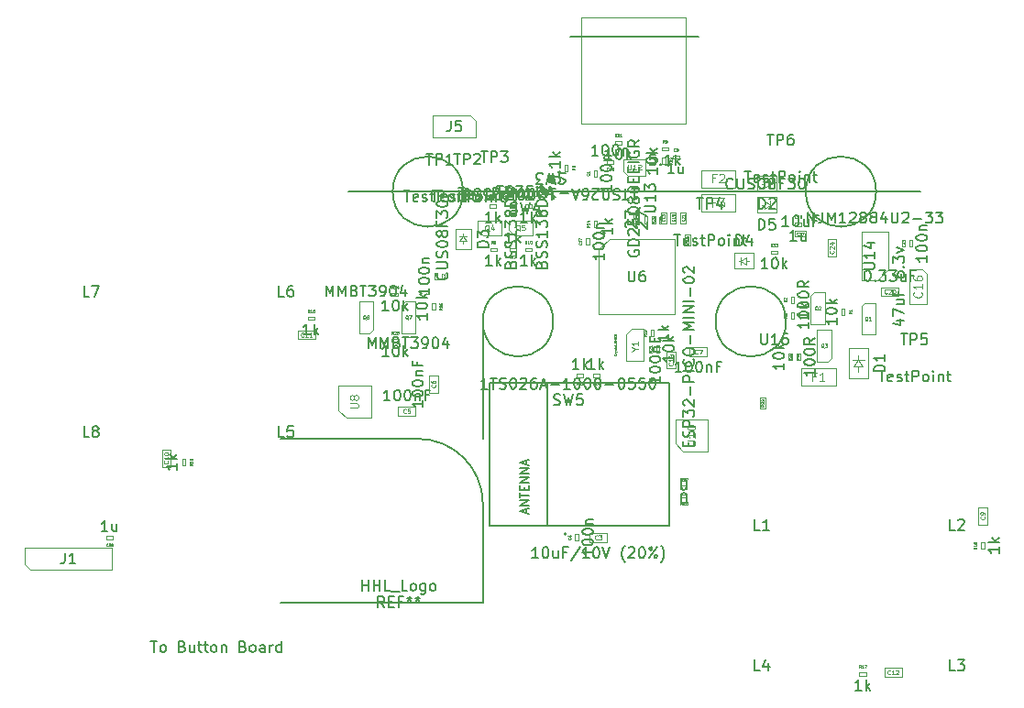
<source format=gbr>
G04 #@! TF.GenerationSoftware,KiCad,Pcbnew,7.0.6*
G04 #@! TF.CreationDate,2023-09-01T17:33:17-07:00*
G04 #@! TF.ProjectId,procon_gcc_main_pcb,70726f63-6f6e-45f6-9763-635f6d61696e,1*
G04 #@! TF.SameCoordinates,Original*
G04 #@! TF.FileFunction,AssemblyDrawing,Top*
%FSLAX46Y46*%
G04 Gerber Fmt 4.6, Leading zero omitted, Abs format (unit mm)*
G04 Created by KiCad (PCBNEW 7.0.6) date 2023-09-01 17:33:17*
%MOMM*%
%LPD*%
G01*
G04 APERTURE LIST*
%ADD10C,0.200000*%
%ADD11C,0.150000*%
%ADD12C,0.040000*%
%ADD13C,0.060000*%
%ADD14C,0.120000*%
%ADD15C,0.050000*%
%ADD16C,0.075000*%
%ADD17C,0.110000*%
%ADD18C,0.080000*%
%ADD19C,0.030000*%
%ADD20C,0.127000*%
%ADD21C,0.100000*%
G04 APERTURE END LIST*
D10*
X124562500Y-135100000D02*
G75*
G03*
X118562500Y-129100000I-6000000J0D01*
G01*
X164987500Y-106250000D02*
X112137500Y-106250000D01*
X122737500Y-106250000D02*
G75*
G03*
X122737500Y-106250000I-3250000J0D01*
G01*
X124562500Y-144250000D02*
X124562500Y-135100000D01*
X118562500Y-129100000D02*
X105912500Y-129100000D01*
X144487500Y-91948000D02*
X132637500Y-91948000D01*
X160887500Y-106250000D02*
G75*
G03*
X160887500Y-106250000I-3250000J0D01*
G01*
X131062500Y-118250000D02*
G75*
G03*
X131062500Y-118250000I-3250000J0D01*
G01*
X124562500Y-118250000D02*
X124562500Y-129100000D01*
X105912500Y-144250000D02*
X124562500Y-144250000D01*
X152562500Y-118250000D02*
G75*
G03*
X152562500Y-118250000I-3250000J0D01*
G01*
D11*
X88226333Y-128943419D02*
X87750143Y-128943419D01*
X87750143Y-128943419D02*
X87750143Y-127943419D01*
X88702524Y-128371990D02*
X88607286Y-128324371D01*
X88607286Y-128324371D02*
X88559667Y-128276752D01*
X88559667Y-128276752D02*
X88512048Y-128181514D01*
X88512048Y-128181514D02*
X88512048Y-128133895D01*
X88512048Y-128133895D02*
X88559667Y-128038657D01*
X88559667Y-128038657D02*
X88607286Y-127991038D01*
X88607286Y-127991038D02*
X88702524Y-127943419D01*
X88702524Y-127943419D02*
X88893000Y-127943419D01*
X88893000Y-127943419D02*
X88988238Y-127991038D01*
X88988238Y-127991038D02*
X89035857Y-128038657D01*
X89035857Y-128038657D02*
X89083476Y-128133895D01*
X89083476Y-128133895D02*
X89083476Y-128181514D01*
X89083476Y-128181514D02*
X89035857Y-128276752D01*
X89035857Y-128276752D02*
X88988238Y-128324371D01*
X88988238Y-128324371D02*
X88893000Y-128371990D01*
X88893000Y-128371990D02*
X88702524Y-128371990D01*
X88702524Y-128371990D02*
X88607286Y-128419609D01*
X88607286Y-128419609D02*
X88559667Y-128467228D01*
X88559667Y-128467228D02*
X88512048Y-128562466D01*
X88512048Y-128562466D02*
X88512048Y-128752942D01*
X88512048Y-128752942D02*
X88559667Y-128848180D01*
X88559667Y-128848180D02*
X88607286Y-128895800D01*
X88607286Y-128895800D02*
X88702524Y-128943419D01*
X88702524Y-128943419D02*
X88893000Y-128943419D01*
X88893000Y-128943419D02*
X88988238Y-128895800D01*
X88988238Y-128895800D02*
X89035857Y-128848180D01*
X89035857Y-128848180D02*
X89083476Y-128752942D01*
X89083476Y-128752942D02*
X89083476Y-128562466D01*
X89083476Y-128562466D02*
X89035857Y-128467228D01*
X89035857Y-128467228D02*
X88988238Y-128419609D01*
X88988238Y-128419609D02*
X88893000Y-128371990D01*
X88226333Y-115943419D02*
X87750143Y-115943419D01*
X87750143Y-115943419D02*
X87750143Y-114943419D01*
X88464429Y-114943419D02*
X89131095Y-114943419D01*
X89131095Y-114943419D02*
X88702524Y-115943419D01*
X106226333Y-115943419D02*
X105750143Y-115943419D01*
X105750143Y-115943419D02*
X105750143Y-114943419D01*
X106988238Y-114943419D02*
X106797762Y-114943419D01*
X106797762Y-114943419D02*
X106702524Y-114991038D01*
X106702524Y-114991038D02*
X106654905Y-115038657D01*
X106654905Y-115038657D02*
X106559667Y-115181514D01*
X106559667Y-115181514D02*
X106512048Y-115371990D01*
X106512048Y-115371990D02*
X106512048Y-115752942D01*
X106512048Y-115752942D02*
X106559667Y-115848180D01*
X106559667Y-115848180D02*
X106607286Y-115895800D01*
X106607286Y-115895800D02*
X106702524Y-115943419D01*
X106702524Y-115943419D02*
X106893000Y-115943419D01*
X106893000Y-115943419D02*
X106988238Y-115895800D01*
X106988238Y-115895800D02*
X107035857Y-115848180D01*
X107035857Y-115848180D02*
X107083476Y-115752942D01*
X107083476Y-115752942D02*
X107083476Y-115514847D01*
X107083476Y-115514847D02*
X107035857Y-115419609D01*
X107035857Y-115419609D02*
X106988238Y-115371990D01*
X106988238Y-115371990D02*
X106893000Y-115324371D01*
X106893000Y-115324371D02*
X106702524Y-115324371D01*
X106702524Y-115324371D02*
X106607286Y-115371990D01*
X106607286Y-115371990D02*
X106559667Y-115419609D01*
X106559667Y-115419609D02*
X106512048Y-115514847D01*
X106226333Y-128943419D02*
X105750143Y-128943419D01*
X105750143Y-128943419D02*
X105750143Y-127943419D01*
X107035857Y-127943419D02*
X106559667Y-127943419D01*
X106559667Y-127943419D02*
X106512048Y-128419609D01*
X106512048Y-128419609D02*
X106559667Y-128371990D01*
X106559667Y-128371990D02*
X106654905Y-128324371D01*
X106654905Y-128324371D02*
X106893000Y-128324371D01*
X106893000Y-128324371D02*
X106988238Y-128371990D01*
X106988238Y-128371990D02*
X107035857Y-128419609D01*
X107035857Y-128419609D02*
X107083476Y-128514847D01*
X107083476Y-128514847D02*
X107083476Y-128752942D01*
X107083476Y-128752942D02*
X107035857Y-128848180D01*
X107035857Y-128848180D02*
X106988238Y-128895800D01*
X106988238Y-128895800D02*
X106893000Y-128943419D01*
X106893000Y-128943419D02*
X106654905Y-128943419D01*
X106654905Y-128943419D02*
X106559667Y-128895800D01*
X106559667Y-128895800D02*
X106512048Y-128848180D01*
X150169533Y-150532819D02*
X149693343Y-150532819D01*
X149693343Y-150532819D02*
X149693343Y-149532819D01*
X150931438Y-149866152D02*
X150931438Y-150532819D01*
X150693343Y-149485200D02*
X150455248Y-150199485D01*
X150455248Y-150199485D02*
X151074295Y-150199485D01*
X168169533Y-150532819D02*
X167693343Y-150532819D01*
X167693343Y-150532819D02*
X167693343Y-149532819D01*
X168407629Y-149532819D02*
X169026676Y-149532819D01*
X169026676Y-149532819D02*
X168693343Y-149913771D01*
X168693343Y-149913771D02*
X168836200Y-149913771D01*
X168836200Y-149913771D02*
X168931438Y-149961390D01*
X168931438Y-149961390D02*
X168979057Y-150009009D01*
X168979057Y-150009009D02*
X169026676Y-150104247D01*
X169026676Y-150104247D02*
X169026676Y-150342342D01*
X169026676Y-150342342D02*
X168979057Y-150437580D01*
X168979057Y-150437580D02*
X168931438Y-150485200D01*
X168931438Y-150485200D02*
X168836200Y-150532819D01*
X168836200Y-150532819D02*
X168550486Y-150532819D01*
X168550486Y-150532819D02*
X168455248Y-150485200D01*
X168455248Y-150485200D02*
X168407629Y-150437580D01*
X168169533Y-137532819D02*
X167693343Y-137532819D01*
X167693343Y-137532819D02*
X167693343Y-136532819D01*
X168455248Y-136628057D02*
X168502867Y-136580438D01*
X168502867Y-136580438D02*
X168598105Y-136532819D01*
X168598105Y-136532819D02*
X168836200Y-136532819D01*
X168836200Y-136532819D02*
X168931438Y-136580438D01*
X168931438Y-136580438D02*
X168979057Y-136628057D01*
X168979057Y-136628057D02*
X169026676Y-136723295D01*
X169026676Y-136723295D02*
X169026676Y-136818533D01*
X169026676Y-136818533D02*
X168979057Y-136961390D01*
X168979057Y-136961390D02*
X168407629Y-137532819D01*
X168407629Y-137532819D02*
X169026676Y-137532819D01*
X150169533Y-137532819D02*
X149693343Y-137532819D01*
X149693343Y-137532819D02*
X149693343Y-136532819D01*
X151026676Y-137532819D02*
X150455248Y-137532819D01*
X150740962Y-137532819D02*
X150740962Y-136532819D01*
X150740962Y-136532819D02*
X150645724Y-136675676D01*
X150645724Y-136675676D02*
X150550486Y-136770914D01*
X150550486Y-136770914D02*
X150455248Y-136818533D01*
X143560209Y-129809512D02*
X143560209Y-129476179D01*
X144084019Y-129333322D02*
X144084019Y-129809512D01*
X144084019Y-129809512D02*
X143084019Y-129809512D01*
X143084019Y-129809512D02*
X143084019Y-129333322D01*
X144036400Y-128952369D02*
X144084019Y-128809512D01*
X144084019Y-128809512D02*
X144084019Y-128571417D01*
X144084019Y-128571417D02*
X144036400Y-128476179D01*
X144036400Y-128476179D02*
X143988780Y-128428560D01*
X143988780Y-128428560D02*
X143893542Y-128380941D01*
X143893542Y-128380941D02*
X143798304Y-128380941D01*
X143798304Y-128380941D02*
X143703066Y-128428560D01*
X143703066Y-128428560D02*
X143655447Y-128476179D01*
X143655447Y-128476179D02*
X143607828Y-128571417D01*
X143607828Y-128571417D02*
X143560209Y-128761893D01*
X143560209Y-128761893D02*
X143512590Y-128857131D01*
X143512590Y-128857131D02*
X143464971Y-128904750D01*
X143464971Y-128904750D02*
X143369733Y-128952369D01*
X143369733Y-128952369D02*
X143274495Y-128952369D01*
X143274495Y-128952369D02*
X143179257Y-128904750D01*
X143179257Y-128904750D02*
X143131638Y-128857131D01*
X143131638Y-128857131D02*
X143084019Y-128761893D01*
X143084019Y-128761893D02*
X143084019Y-128523798D01*
X143084019Y-128523798D02*
X143131638Y-128380941D01*
X144084019Y-127952369D02*
X143084019Y-127952369D01*
X143084019Y-127952369D02*
X143084019Y-127571417D01*
X143084019Y-127571417D02*
X143131638Y-127476179D01*
X143131638Y-127476179D02*
X143179257Y-127428560D01*
X143179257Y-127428560D02*
X143274495Y-127380941D01*
X143274495Y-127380941D02*
X143417352Y-127380941D01*
X143417352Y-127380941D02*
X143512590Y-127428560D01*
X143512590Y-127428560D02*
X143560209Y-127476179D01*
X143560209Y-127476179D02*
X143607828Y-127571417D01*
X143607828Y-127571417D02*
X143607828Y-127952369D01*
X143084019Y-127047607D02*
X143084019Y-126428560D01*
X143084019Y-126428560D02*
X143464971Y-126761893D01*
X143464971Y-126761893D02*
X143464971Y-126619036D01*
X143464971Y-126619036D02*
X143512590Y-126523798D01*
X143512590Y-126523798D02*
X143560209Y-126476179D01*
X143560209Y-126476179D02*
X143655447Y-126428560D01*
X143655447Y-126428560D02*
X143893542Y-126428560D01*
X143893542Y-126428560D02*
X143988780Y-126476179D01*
X143988780Y-126476179D02*
X144036400Y-126523798D01*
X144036400Y-126523798D02*
X144084019Y-126619036D01*
X144084019Y-126619036D02*
X144084019Y-126904750D01*
X144084019Y-126904750D02*
X144036400Y-126999988D01*
X144036400Y-126999988D02*
X143988780Y-127047607D01*
X143179257Y-126047607D02*
X143131638Y-125999988D01*
X143131638Y-125999988D02*
X143084019Y-125904750D01*
X143084019Y-125904750D02*
X143084019Y-125666655D01*
X143084019Y-125666655D02*
X143131638Y-125571417D01*
X143131638Y-125571417D02*
X143179257Y-125523798D01*
X143179257Y-125523798D02*
X143274495Y-125476179D01*
X143274495Y-125476179D02*
X143369733Y-125476179D01*
X143369733Y-125476179D02*
X143512590Y-125523798D01*
X143512590Y-125523798D02*
X144084019Y-126095226D01*
X144084019Y-126095226D02*
X144084019Y-125476179D01*
X143703066Y-125047607D02*
X143703066Y-124285703D01*
X144084019Y-123809512D02*
X143084019Y-123809512D01*
X143084019Y-123809512D02*
X143084019Y-123428560D01*
X143084019Y-123428560D02*
X143131638Y-123333322D01*
X143131638Y-123333322D02*
X143179257Y-123285703D01*
X143179257Y-123285703D02*
X143274495Y-123238084D01*
X143274495Y-123238084D02*
X143417352Y-123238084D01*
X143417352Y-123238084D02*
X143512590Y-123285703D01*
X143512590Y-123285703D02*
X143560209Y-123333322D01*
X143560209Y-123333322D02*
X143607828Y-123428560D01*
X143607828Y-123428560D02*
X143607828Y-123809512D01*
X144084019Y-122809512D02*
X143084019Y-122809512D01*
X143988780Y-121761894D02*
X144036400Y-121809513D01*
X144036400Y-121809513D02*
X144084019Y-121952370D01*
X144084019Y-121952370D02*
X144084019Y-122047608D01*
X144084019Y-122047608D02*
X144036400Y-122190465D01*
X144036400Y-122190465D02*
X143941161Y-122285703D01*
X143941161Y-122285703D02*
X143845923Y-122333322D01*
X143845923Y-122333322D02*
X143655447Y-122380941D01*
X143655447Y-122380941D02*
X143512590Y-122380941D01*
X143512590Y-122380941D02*
X143322114Y-122333322D01*
X143322114Y-122333322D02*
X143226876Y-122285703D01*
X143226876Y-122285703D02*
X143131638Y-122190465D01*
X143131638Y-122190465D02*
X143084019Y-122047608D01*
X143084019Y-122047608D02*
X143084019Y-121952370D01*
X143084019Y-121952370D02*
X143131638Y-121809513D01*
X143131638Y-121809513D02*
X143179257Y-121761894D01*
X143084019Y-121142846D02*
X143084019Y-120952370D01*
X143084019Y-120952370D02*
X143131638Y-120857132D01*
X143131638Y-120857132D02*
X143226876Y-120761894D01*
X143226876Y-120761894D02*
X143417352Y-120714275D01*
X143417352Y-120714275D02*
X143750685Y-120714275D01*
X143750685Y-120714275D02*
X143941161Y-120761894D01*
X143941161Y-120761894D02*
X144036400Y-120857132D01*
X144036400Y-120857132D02*
X144084019Y-120952370D01*
X144084019Y-120952370D02*
X144084019Y-121142846D01*
X144084019Y-121142846D02*
X144036400Y-121238084D01*
X144036400Y-121238084D02*
X143941161Y-121333322D01*
X143941161Y-121333322D02*
X143750685Y-121380941D01*
X143750685Y-121380941D02*
X143417352Y-121380941D01*
X143417352Y-121380941D02*
X143226876Y-121333322D01*
X143226876Y-121333322D02*
X143131638Y-121238084D01*
X143131638Y-121238084D02*
X143084019Y-121142846D01*
X143703066Y-120285703D02*
X143703066Y-119523799D01*
X144084019Y-119047608D02*
X143084019Y-119047608D01*
X143084019Y-119047608D02*
X143798304Y-118714275D01*
X143798304Y-118714275D02*
X143084019Y-118380942D01*
X143084019Y-118380942D02*
X144084019Y-118380942D01*
X144084019Y-117904751D02*
X143084019Y-117904751D01*
X144084019Y-117428561D02*
X143084019Y-117428561D01*
X143084019Y-117428561D02*
X144084019Y-116857133D01*
X144084019Y-116857133D02*
X143084019Y-116857133D01*
X144084019Y-116380942D02*
X143084019Y-116380942D01*
X143703066Y-115904752D02*
X143703066Y-115142848D01*
X143084019Y-114476181D02*
X143084019Y-114380943D01*
X143084019Y-114380943D02*
X143131638Y-114285705D01*
X143131638Y-114285705D02*
X143179257Y-114238086D01*
X143179257Y-114238086D02*
X143274495Y-114190467D01*
X143274495Y-114190467D02*
X143464971Y-114142848D01*
X143464971Y-114142848D02*
X143703066Y-114142848D01*
X143703066Y-114142848D02*
X143893542Y-114190467D01*
X143893542Y-114190467D02*
X143988780Y-114238086D01*
X143988780Y-114238086D02*
X144036400Y-114285705D01*
X144036400Y-114285705D02*
X144084019Y-114380943D01*
X144084019Y-114380943D02*
X144084019Y-114476181D01*
X144084019Y-114476181D02*
X144036400Y-114571419D01*
X144036400Y-114571419D02*
X143988780Y-114619038D01*
X143988780Y-114619038D02*
X143893542Y-114666657D01*
X143893542Y-114666657D02*
X143703066Y-114714276D01*
X143703066Y-114714276D02*
X143464971Y-114714276D01*
X143464971Y-114714276D02*
X143274495Y-114666657D01*
X143274495Y-114666657D02*
X143179257Y-114619038D01*
X143179257Y-114619038D02*
X143131638Y-114571419D01*
X143131638Y-114571419D02*
X143084019Y-114476181D01*
X143179257Y-113761895D02*
X143131638Y-113714276D01*
X143131638Y-113714276D02*
X143084019Y-113619038D01*
X143084019Y-113619038D02*
X143084019Y-113380943D01*
X143084019Y-113380943D02*
X143131638Y-113285705D01*
X143131638Y-113285705D02*
X143179257Y-113238086D01*
X143179257Y-113238086D02*
X143274495Y-113190467D01*
X143274495Y-113190467D02*
X143369733Y-113190467D01*
X143369733Y-113190467D02*
X143512590Y-113238086D01*
X143512590Y-113238086D02*
X144084019Y-113809514D01*
X144084019Y-113809514D02*
X144084019Y-113190467D01*
X128575695Y-135967247D02*
X128575695Y-135592294D01*
X128800667Y-136042238D02*
X128013265Y-135779771D01*
X128013265Y-135779771D02*
X128800667Y-135517303D01*
X128800667Y-135254836D02*
X128013265Y-135254836D01*
X128013265Y-135254836D02*
X128800667Y-134804892D01*
X128800667Y-134804892D02*
X128013265Y-134804892D01*
X128013265Y-134542425D02*
X128013265Y-134092481D01*
X128800667Y-134317453D02*
X128013265Y-134317453D01*
X128388218Y-133830014D02*
X128388218Y-133567547D01*
X128800667Y-133455061D02*
X128800667Y-133830014D01*
X128800667Y-133830014D02*
X128013265Y-133830014D01*
X128013265Y-133830014D02*
X128013265Y-133455061D01*
X128800667Y-133117603D02*
X128013265Y-133117603D01*
X128013265Y-133117603D02*
X128800667Y-132667659D01*
X128800667Y-132667659D02*
X128013265Y-132667659D01*
X128800667Y-132292706D02*
X128013265Y-132292706D01*
X128013265Y-132292706D02*
X128800667Y-131842762D01*
X128800667Y-131842762D02*
X128013265Y-131842762D01*
X128575695Y-131505304D02*
X128575695Y-131130351D01*
X128800667Y-131580295D02*
X128013265Y-131317828D01*
X128013265Y-131317828D02*
X128800667Y-131055360D01*
X136455719Y-105683341D02*
X136455719Y-106254769D01*
X136455719Y-105969055D02*
X135455719Y-105969055D01*
X135455719Y-105969055D02*
X135598576Y-106064293D01*
X135598576Y-106064293D02*
X135693814Y-106159531D01*
X135693814Y-106159531D02*
X135741433Y-106254769D01*
X135455719Y-105064293D02*
X135455719Y-104969055D01*
X135455719Y-104969055D02*
X135503338Y-104873817D01*
X135503338Y-104873817D02*
X135550957Y-104826198D01*
X135550957Y-104826198D02*
X135646195Y-104778579D01*
X135646195Y-104778579D02*
X135836671Y-104730960D01*
X135836671Y-104730960D02*
X136074766Y-104730960D01*
X136074766Y-104730960D02*
X136265242Y-104778579D01*
X136265242Y-104778579D02*
X136360480Y-104826198D01*
X136360480Y-104826198D02*
X136408100Y-104873817D01*
X136408100Y-104873817D02*
X136455719Y-104969055D01*
X136455719Y-104969055D02*
X136455719Y-105064293D01*
X136455719Y-105064293D02*
X136408100Y-105159531D01*
X136408100Y-105159531D02*
X136360480Y-105207150D01*
X136360480Y-105207150D02*
X136265242Y-105254769D01*
X136265242Y-105254769D02*
X136074766Y-105302388D01*
X136074766Y-105302388D02*
X135836671Y-105302388D01*
X135836671Y-105302388D02*
X135646195Y-105254769D01*
X135646195Y-105254769D02*
X135550957Y-105207150D01*
X135550957Y-105207150D02*
X135503338Y-105159531D01*
X135503338Y-105159531D02*
X135455719Y-105064293D01*
X135455719Y-104111912D02*
X135455719Y-104016674D01*
X135455719Y-104016674D02*
X135503338Y-103921436D01*
X135503338Y-103921436D02*
X135550957Y-103873817D01*
X135550957Y-103873817D02*
X135646195Y-103826198D01*
X135646195Y-103826198D02*
X135836671Y-103778579D01*
X135836671Y-103778579D02*
X136074766Y-103778579D01*
X136074766Y-103778579D02*
X136265242Y-103826198D01*
X136265242Y-103826198D02*
X136360480Y-103873817D01*
X136360480Y-103873817D02*
X136408100Y-103921436D01*
X136408100Y-103921436D02*
X136455719Y-104016674D01*
X136455719Y-104016674D02*
X136455719Y-104111912D01*
X136455719Y-104111912D02*
X136408100Y-104207150D01*
X136408100Y-104207150D02*
X136360480Y-104254769D01*
X136360480Y-104254769D02*
X136265242Y-104302388D01*
X136265242Y-104302388D02*
X136074766Y-104350007D01*
X136074766Y-104350007D02*
X135836671Y-104350007D01*
X135836671Y-104350007D02*
X135646195Y-104302388D01*
X135646195Y-104302388D02*
X135550957Y-104254769D01*
X135550957Y-104254769D02*
X135503338Y-104207150D01*
X135503338Y-104207150D02*
X135455719Y-104111912D01*
X135789052Y-103350007D02*
X136455719Y-103350007D01*
X135884290Y-103350007D02*
X135836671Y-103302388D01*
X135836671Y-103302388D02*
X135789052Y-103207150D01*
X135789052Y-103207150D02*
X135789052Y-103064293D01*
X135789052Y-103064293D02*
X135836671Y-102969055D01*
X135836671Y-102969055D02*
X135931909Y-102921436D01*
X135931909Y-102921436D02*
X136455719Y-102921436D01*
D12*
X134360665Y-104605960D02*
X134372570Y-104617864D01*
X134372570Y-104617864D02*
X134384474Y-104653579D01*
X134384474Y-104653579D02*
X134384474Y-104677388D01*
X134384474Y-104677388D02*
X134372570Y-104713102D01*
X134372570Y-104713102D02*
X134348760Y-104736912D01*
X134348760Y-104736912D02*
X134324950Y-104748817D01*
X134324950Y-104748817D02*
X134277331Y-104760721D01*
X134277331Y-104760721D02*
X134241617Y-104760721D01*
X134241617Y-104760721D02*
X134193998Y-104748817D01*
X134193998Y-104748817D02*
X134170189Y-104736912D01*
X134170189Y-104736912D02*
X134146379Y-104713102D01*
X134146379Y-104713102D02*
X134134474Y-104677388D01*
X134134474Y-104677388D02*
X134134474Y-104653579D01*
X134134474Y-104653579D02*
X134146379Y-104617864D01*
X134146379Y-104617864D02*
X134158284Y-104605960D01*
X134384474Y-104367864D02*
X134384474Y-104510721D01*
X134384474Y-104439293D02*
X134134474Y-104439293D01*
X134134474Y-104439293D02*
X134170189Y-104463102D01*
X134170189Y-104463102D02*
X134193998Y-104486912D01*
X134193998Y-104486912D02*
X134205903Y-104510721D01*
D11*
X129681980Y-140111619D02*
X129110552Y-140111619D01*
X129396266Y-140111619D02*
X129396266Y-139111619D01*
X129396266Y-139111619D02*
X129301028Y-139254476D01*
X129301028Y-139254476D02*
X129205790Y-139349714D01*
X129205790Y-139349714D02*
X129110552Y-139397333D01*
X130301028Y-139111619D02*
X130396266Y-139111619D01*
X130396266Y-139111619D02*
X130491504Y-139159238D01*
X130491504Y-139159238D02*
X130539123Y-139206857D01*
X130539123Y-139206857D02*
X130586742Y-139302095D01*
X130586742Y-139302095D02*
X130634361Y-139492571D01*
X130634361Y-139492571D02*
X130634361Y-139730666D01*
X130634361Y-139730666D02*
X130586742Y-139921142D01*
X130586742Y-139921142D02*
X130539123Y-140016380D01*
X130539123Y-140016380D02*
X130491504Y-140064000D01*
X130491504Y-140064000D02*
X130396266Y-140111619D01*
X130396266Y-140111619D02*
X130301028Y-140111619D01*
X130301028Y-140111619D02*
X130205790Y-140064000D01*
X130205790Y-140064000D02*
X130158171Y-140016380D01*
X130158171Y-140016380D02*
X130110552Y-139921142D01*
X130110552Y-139921142D02*
X130062933Y-139730666D01*
X130062933Y-139730666D02*
X130062933Y-139492571D01*
X130062933Y-139492571D02*
X130110552Y-139302095D01*
X130110552Y-139302095D02*
X130158171Y-139206857D01*
X130158171Y-139206857D02*
X130205790Y-139159238D01*
X130205790Y-139159238D02*
X130301028Y-139111619D01*
X131491504Y-139444952D02*
X131491504Y-140111619D01*
X131062933Y-139444952D02*
X131062933Y-139968761D01*
X131062933Y-139968761D02*
X131110552Y-140064000D01*
X131110552Y-140064000D02*
X131205790Y-140111619D01*
X131205790Y-140111619D02*
X131348647Y-140111619D01*
X131348647Y-140111619D02*
X131443885Y-140064000D01*
X131443885Y-140064000D02*
X131491504Y-140016380D01*
X132301028Y-139587809D02*
X131967695Y-139587809D01*
X131967695Y-140111619D02*
X131967695Y-139111619D01*
X131967695Y-139111619D02*
X132443885Y-139111619D01*
X133539123Y-139064000D02*
X132681981Y-140349714D01*
X134396266Y-140111619D02*
X133824838Y-140111619D01*
X134110552Y-140111619D02*
X134110552Y-139111619D01*
X134110552Y-139111619D02*
X134015314Y-139254476D01*
X134015314Y-139254476D02*
X133920076Y-139349714D01*
X133920076Y-139349714D02*
X133824838Y-139397333D01*
X135015314Y-139111619D02*
X135110552Y-139111619D01*
X135110552Y-139111619D02*
X135205790Y-139159238D01*
X135205790Y-139159238D02*
X135253409Y-139206857D01*
X135253409Y-139206857D02*
X135301028Y-139302095D01*
X135301028Y-139302095D02*
X135348647Y-139492571D01*
X135348647Y-139492571D02*
X135348647Y-139730666D01*
X135348647Y-139730666D02*
X135301028Y-139921142D01*
X135301028Y-139921142D02*
X135253409Y-140016380D01*
X135253409Y-140016380D02*
X135205790Y-140064000D01*
X135205790Y-140064000D02*
X135110552Y-140111619D01*
X135110552Y-140111619D02*
X135015314Y-140111619D01*
X135015314Y-140111619D02*
X134920076Y-140064000D01*
X134920076Y-140064000D02*
X134872457Y-140016380D01*
X134872457Y-140016380D02*
X134824838Y-139921142D01*
X134824838Y-139921142D02*
X134777219Y-139730666D01*
X134777219Y-139730666D02*
X134777219Y-139492571D01*
X134777219Y-139492571D02*
X134824838Y-139302095D01*
X134824838Y-139302095D02*
X134872457Y-139206857D01*
X134872457Y-139206857D02*
X134920076Y-139159238D01*
X134920076Y-139159238D02*
X135015314Y-139111619D01*
X135634362Y-139111619D02*
X135967695Y-140111619D01*
X135967695Y-140111619D02*
X136301028Y-139111619D01*
X137681981Y-140492571D02*
X137634362Y-140444952D01*
X137634362Y-140444952D02*
X137539124Y-140302095D01*
X137539124Y-140302095D02*
X137491505Y-140206857D01*
X137491505Y-140206857D02*
X137443886Y-140064000D01*
X137443886Y-140064000D02*
X137396267Y-139825904D01*
X137396267Y-139825904D02*
X137396267Y-139635428D01*
X137396267Y-139635428D02*
X137443886Y-139397333D01*
X137443886Y-139397333D02*
X137491505Y-139254476D01*
X137491505Y-139254476D02*
X137539124Y-139159238D01*
X137539124Y-139159238D02*
X137634362Y-139016380D01*
X137634362Y-139016380D02*
X137681981Y-138968761D01*
X138015315Y-139206857D02*
X138062934Y-139159238D01*
X138062934Y-139159238D02*
X138158172Y-139111619D01*
X138158172Y-139111619D02*
X138396267Y-139111619D01*
X138396267Y-139111619D02*
X138491505Y-139159238D01*
X138491505Y-139159238D02*
X138539124Y-139206857D01*
X138539124Y-139206857D02*
X138586743Y-139302095D01*
X138586743Y-139302095D02*
X138586743Y-139397333D01*
X138586743Y-139397333D02*
X138539124Y-139540190D01*
X138539124Y-139540190D02*
X137967696Y-140111619D01*
X137967696Y-140111619D02*
X138586743Y-140111619D01*
X139205791Y-139111619D02*
X139301029Y-139111619D01*
X139301029Y-139111619D02*
X139396267Y-139159238D01*
X139396267Y-139159238D02*
X139443886Y-139206857D01*
X139443886Y-139206857D02*
X139491505Y-139302095D01*
X139491505Y-139302095D02*
X139539124Y-139492571D01*
X139539124Y-139492571D02*
X139539124Y-139730666D01*
X139539124Y-139730666D02*
X139491505Y-139921142D01*
X139491505Y-139921142D02*
X139443886Y-140016380D01*
X139443886Y-140016380D02*
X139396267Y-140064000D01*
X139396267Y-140064000D02*
X139301029Y-140111619D01*
X139301029Y-140111619D02*
X139205791Y-140111619D01*
X139205791Y-140111619D02*
X139110553Y-140064000D01*
X139110553Y-140064000D02*
X139062934Y-140016380D01*
X139062934Y-140016380D02*
X139015315Y-139921142D01*
X139015315Y-139921142D02*
X138967696Y-139730666D01*
X138967696Y-139730666D02*
X138967696Y-139492571D01*
X138967696Y-139492571D02*
X139015315Y-139302095D01*
X139015315Y-139302095D02*
X139062934Y-139206857D01*
X139062934Y-139206857D02*
X139110553Y-139159238D01*
X139110553Y-139159238D02*
X139205791Y-139111619D01*
X139920077Y-140111619D02*
X140681981Y-139111619D01*
X140062934Y-139111619D02*
X140158172Y-139159238D01*
X140158172Y-139159238D02*
X140205791Y-139254476D01*
X140205791Y-139254476D02*
X140158172Y-139349714D01*
X140158172Y-139349714D02*
X140062934Y-139397333D01*
X140062934Y-139397333D02*
X139967696Y-139349714D01*
X139967696Y-139349714D02*
X139920077Y-139254476D01*
X139920077Y-139254476D02*
X139967696Y-139159238D01*
X139967696Y-139159238D02*
X140062934Y-139111619D01*
X140634362Y-140064000D02*
X140681981Y-139968761D01*
X140681981Y-139968761D02*
X140634362Y-139873523D01*
X140634362Y-139873523D02*
X140539124Y-139825904D01*
X140539124Y-139825904D02*
X140443886Y-139873523D01*
X140443886Y-139873523D02*
X140396267Y-139968761D01*
X140396267Y-139968761D02*
X140443886Y-140064000D01*
X140443886Y-140064000D02*
X140539124Y-140111619D01*
X140539124Y-140111619D02*
X140634362Y-140064000D01*
X141015315Y-140492571D02*
X141062934Y-140444952D01*
X141062934Y-140444952D02*
X141158172Y-140302095D01*
X141158172Y-140302095D02*
X141205791Y-140206857D01*
X141205791Y-140206857D02*
X141253410Y-140064000D01*
X141253410Y-140064000D02*
X141301029Y-139825904D01*
X141301029Y-139825904D02*
X141301029Y-139635428D01*
X141301029Y-139635428D02*
X141253410Y-139397333D01*
X141253410Y-139397333D02*
X141205791Y-139254476D01*
X141205791Y-139254476D02*
X141158172Y-139159238D01*
X141158172Y-139159238D02*
X141062934Y-139016380D01*
X141062934Y-139016380D02*
X141015315Y-138968761D01*
D13*
X135162933Y-138370632D02*
X135143885Y-138389680D01*
X135143885Y-138389680D02*
X135086743Y-138408727D01*
X135086743Y-138408727D02*
X135048647Y-138408727D01*
X135048647Y-138408727D02*
X134991504Y-138389680D01*
X134991504Y-138389680D02*
X134953409Y-138351584D01*
X134953409Y-138351584D02*
X134934362Y-138313489D01*
X134934362Y-138313489D02*
X134915314Y-138237299D01*
X134915314Y-138237299D02*
X134915314Y-138180156D01*
X134915314Y-138180156D02*
X134934362Y-138103965D01*
X134934362Y-138103965D02*
X134953409Y-138065870D01*
X134953409Y-138065870D02*
X134991504Y-138027775D01*
X134991504Y-138027775D02*
X135048647Y-138008727D01*
X135048647Y-138008727D02*
X135086743Y-138008727D01*
X135086743Y-138008727D02*
X135143885Y-138027775D01*
X135143885Y-138027775D02*
X135162933Y-138046822D01*
X135296266Y-138008727D02*
X135543885Y-138008727D01*
X135543885Y-138008727D02*
X135410552Y-138161108D01*
X135410552Y-138161108D02*
X135467695Y-138161108D01*
X135467695Y-138161108D02*
X135505790Y-138180156D01*
X135505790Y-138180156D02*
X135524838Y-138199203D01*
X135524838Y-138199203D02*
X135543885Y-138237299D01*
X135543885Y-138237299D02*
X135543885Y-138332537D01*
X135543885Y-138332537D02*
X135524838Y-138370632D01*
X135524838Y-138370632D02*
X135505790Y-138389680D01*
X135505790Y-138389680D02*
X135467695Y-138408727D01*
X135467695Y-138408727D02*
X135353409Y-138408727D01*
X135353409Y-138408727D02*
X135315314Y-138389680D01*
X135315314Y-138389680D02*
X135296266Y-138370632D01*
D11*
X115991480Y-125571821D02*
X115420052Y-125571821D01*
X115705766Y-125571821D02*
X115705766Y-124571821D01*
X115705766Y-124571821D02*
X115610528Y-124714678D01*
X115610528Y-124714678D02*
X115515290Y-124809916D01*
X115515290Y-124809916D02*
X115420052Y-124857535D01*
X116610528Y-124571821D02*
X116705766Y-124571821D01*
X116705766Y-124571821D02*
X116801004Y-124619440D01*
X116801004Y-124619440D02*
X116848623Y-124667059D01*
X116848623Y-124667059D02*
X116896242Y-124762297D01*
X116896242Y-124762297D02*
X116943861Y-124952773D01*
X116943861Y-124952773D02*
X116943861Y-125190868D01*
X116943861Y-125190868D02*
X116896242Y-125381344D01*
X116896242Y-125381344D02*
X116848623Y-125476582D01*
X116848623Y-125476582D02*
X116801004Y-125524202D01*
X116801004Y-125524202D02*
X116705766Y-125571821D01*
X116705766Y-125571821D02*
X116610528Y-125571821D01*
X116610528Y-125571821D02*
X116515290Y-125524202D01*
X116515290Y-125524202D02*
X116467671Y-125476582D01*
X116467671Y-125476582D02*
X116420052Y-125381344D01*
X116420052Y-125381344D02*
X116372433Y-125190868D01*
X116372433Y-125190868D02*
X116372433Y-124952773D01*
X116372433Y-124952773D02*
X116420052Y-124762297D01*
X116420052Y-124762297D02*
X116467671Y-124667059D01*
X116467671Y-124667059D02*
X116515290Y-124619440D01*
X116515290Y-124619440D02*
X116610528Y-124571821D01*
X117562909Y-124571821D02*
X117658147Y-124571821D01*
X117658147Y-124571821D02*
X117753385Y-124619440D01*
X117753385Y-124619440D02*
X117801004Y-124667059D01*
X117801004Y-124667059D02*
X117848623Y-124762297D01*
X117848623Y-124762297D02*
X117896242Y-124952773D01*
X117896242Y-124952773D02*
X117896242Y-125190868D01*
X117896242Y-125190868D02*
X117848623Y-125381344D01*
X117848623Y-125381344D02*
X117801004Y-125476582D01*
X117801004Y-125476582D02*
X117753385Y-125524202D01*
X117753385Y-125524202D02*
X117658147Y-125571821D01*
X117658147Y-125571821D02*
X117562909Y-125571821D01*
X117562909Y-125571821D02*
X117467671Y-125524202D01*
X117467671Y-125524202D02*
X117420052Y-125476582D01*
X117420052Y-125476582D02*
X117372433Y-125381344D01*
X117372433Y-125381344D02*
X117324814Y-125190868D01*
X117324814Y-125190868D02*
X117324814Y-124952773D01*
X117324814Y-124952773D02*
X117372433Y-124762297D01*
X117372433Y-124762297D02*
X117420052Y-124667059D01*
X117420052Y-124667059D02*
X117467671Y-124619440D01*
X117467671Y-124619440D02*
X117562909Y-124571821D01*
X118324814Y-124905154D02*
X118324814Y-125571821D01*
X118324814Y-125000392D02*
X118372433Y-124952773D01*
X118372433Y-124952773D02*
X118467671Y-124905154D01*
X118467671Y-124905154D02*
X118610528Y-124905154D01*
X118610528Y-124905154D02*
X118705766Y-124952773D01*
X118705766Y-124952773D02*
X118753385Y-125048011D01*
X118753385Y-125048011D02*
X118753385Y-125571821D01*
X119562909Y-125048011D02*
X119229576Y-125048011D01*
X119229576Y-125571821D02*
X119229576Y-124571821D01*
X119229576Y-124571821D02*
X119705766Y-124571821D01*
D13*
X117472433Y-126690834D02*
X117453385Y-126709882D01*
X117453385Y-126709882D02*
X117396243Y-126728929D01*
X117396243Y-126728929D02*
X117358147Y-126728929D01*
X117358147Y-126728929D02*
X117301004Y-126709882D01*
X117301004Y-126709882D02*
X117262909Y-126671786D01*
X117262909Y-126671786D02*
X117243862Y-126633691D01*
X117243862Y-126633691D02*
X117224814Y-126557501D01*
X117224814Y-126557501D02*
X117224814Y-126500358D01*
X117224814Y-126500358D02*
X117243862Y-126424167D01*
X117243862Y-126424167D02*
X117262909Y-126386072D01*
X117262909Y-126386072D02*
X117301004Y-126347977D01*
X117301004Y-126347977D02*
X117358147Y-126328929D01*
X117358147Y-126328929D02*
X117396243Y-126328929D01*
X117396243Y-126328929D02*
X117453385Y-126347977D01*
X117453385Y-126347977D02*
X117472433Y-126367024D01*
X117834338Y-126328929D02*
X117643862Y-126328929D01*
X117643862Y-126328929D02*
X117624814Y-126519405D01*
X117624814Y-126519405D02*
X117643862Y-126500358D01*
X117643862Y-126500358D02*
X117681957Y-126481310D01*
X117681957Y-126481310D02*
X117777195Y-126481310D01*
X117777195Y-126481310D02*
X117815290Y-126500358D01*
X117815290Y-126500358D02*
X117834338Y-126519405D01*
X117834338Y-126519405D02*
X117853385Y-126557501D01*
X117853385Y-126557501D02*
X117853385Y-126652739D01*
X117853385Y-126652739D02*
X117834338Y-126690834D01*
X117834338Y-126690834D02*
X117815290Y-126709882D01*
X117815290Y-126709882D02*
X117777195Y-126728929D01*
X117777195Y-126728929D02*
X117681957Y-126728929D01*
X117681957Y-126728929D02*
X117643862Y-126709882D01*
X117643862Y-126709882D02*
X117624814Y-126690834D01*
D11*
X142905574Y-122945619D02*
X142334146Y-122945619D01*
X142619860Y-122945619D02*
X142619860Y-121945619D01*
X142619860Y-121945619D02*
X142524622Y-122088476D01*
X142524622Y-122088476D02*
X142429384Y-122183714D01*
X142429384Y-122183714D02*
X142334146Y-122231333D01*
X143524622Y-121945619D02*
X143619860Y-121945619D01*
X143619860Y-121945619D02*
X143715098Y-121993238D01*
X143715098Y-121993238D02*
X143762717Y-122040857D01*
X143762717Y-122040857D02*
X143810336Y-122136095D01*
X143810336Y-122136095D02*
X143857955Y-122326571D01*
X143857955Y-122326571D02*
X143857955Y-122564666D01*
X143857955Y-122564666D02*
X143810336Y-122755142D01*
X143810336Y-122755142D02*
X143762717Y-122850380D01*
X143762717Y-122850380D02*
X143715098Y-122898000D01*
X143715098Y-122898000D02*
X143619860Y-122945619D01*
X143619860Y-122945619D02*
X143524622Y-122945619D01*
X143524622Y-122945619D02*
X143429384Y-122898000D01*
X143429384Y-122898000D02*
X143381765Y-122850380D01*
X143381765Y-122850380D02*
X143334146Y-122755142D01*
X143334146Y-122755142D02*
X143286527Y-122564666D01*
X143286527Y-122564666D02*
X143286527Y-122326571D01*
X143286527Y-122326571D02*
X143334146Y-122136095D01*
X143334146Y-122136095D02*
X143381765Y-122040857D01*
X143381765Y-122040857D02*
X143429384Y-121993238D01*
X143429384Y-121993238D02*
X143524622Y-121945619D01*
X144477003Y-121945619D02*
X144572241Y-121945619D01*
X144572241Y-121945619D02*
X144667479Y-121993238D01*
X144667479Y-121993238D02*
X144715098Y-122040857D01*
X144715098Y-122040857D02*
X144762717Y-122136095D01*
X144762717Y-122136095D02*
X144810336Y-122326571D01*
X144810336Y-122326571D02*
X144810336Y-122564666D01*
X144810336Y-122564666D02*
X144762717Y-122755142D01*
X144762717Y-122755142D02*
X144715098Y-122850380D01*
X144715098Y-122850380D02*
X144667479Y-122898000D01*
X144667479Y-122898000D02*
X144572241Y-122945619D01*
X144572241Y-122945619D02*
X144477003Y-122945619D01*
X144477003Y-122945619D02*
X144381765Y-122898000D01*
X144381765Y-122898000D02*
X144334146Y-122850380D01*
X144334146Y-122850380D02*
X144286527Y-122755142D01*
X144286527Y-122755142D02*
X144238908Y-122564666D01*
X144238908Y-122564666D02*
X144238908Y-122326571D01*
X144238908Y-122326571D02*
X144286527Y-122136095D01*
X144286527Y-122136095D02*
X144334146Y-122040857D01*
X144334146Y-122040857D02*
X144381765Y-121993238D01*
X144381765Y-121993238D02*
X144477003Y-121945619D01*
X145238908Y-122278952D02*
X145238908Y-122945619D01*
X145238908Y-122374190D02*
X145286527Y-122326571D01*
X145286527Y-122326571D02*
X145381765Y-122278952D01*
X145381765Y-122278952D02*
X145524622Y-122278952D01*
X145524622Y-122278952D02*
X145619860Y-122326571D01*
X145619860Y-122326571D02*
X145667479Y-122421809D01*
X145667479Y-122421809D02*
X145667479Y-122945619D01*
X146477003Y-122421809D02*
X146143670Y-122421809D01*
X146143670Y-122945619D02*
X146143670Y-121945619D01*
X146143670Y-121945619D02*
X146619860Y-121945619D01*
D13*
X144386527Y-121204632D02*
X144367479Y-121223680D01*
X144367479Y-121223680D02*
X144310337Y-121242727D01*
X144310337Y-121242727D02*
X144272241Y-121242727D01*
X144272241Y-121242727D02*
X144215098Y-121223680D01*
X144215098Y-121223680D02*
X144177003Y-121185584D01*
X144177003Y-121185584D02*
X144157956Y-121147489D01*
X144157956Y-121147489D02*
X144138908Y-121071299D01*
X144138908Y-121071299D02*
X144138908Y-121014156D01*
X144138908Y-121014156D02*
X144157956Y-120937965D01*
X144157956Y-120937965D02*
X144177003Y-120899870D01*
X144177003Y-120899870D02*
X144215098Y-120861775D01*
X144215098Y-120861775D02*
X144272241Y-120842727D01*
X144272241Y-120842727D02*
X144310337Y-120842727D01*
X144310337Y-120842727D02*
X144367479Y-120861775D01*
X144367479Y-120861775D02*
X144386527Y-120880822D01*
X144519860Y-120842727D02*
X144786527Y-120842727D01*
X144786527Y-120842727D02*
X144615098Y-121242727D01*
D11*
X142225733Y-104578019D02*
X141654305Y-104578019D01*
X141940019Y-104578019D02*
X141940019Y-103578019D01*
X141940019Y-103578019D02*
X141844781Y-103720876D01*
X141844781Y-103720876D02*
X141749543Y-103816114D01*
X141749543Y-103816114D02*
X141654305Y-103863733D01*
X143082876Y-103911352D02*
X143082876Y-104578019D01*
X142654305Y-103911352D02*
X142654305Y-104435161D01*
X142654305Y-104435161D02*
X142701924Y-104530400D01*
X142701924Y-104530400D02*
X142797162Y-104578019D01*
X142797162Y-104578019D02*
X142940019Y-104578019D01*
X142940019Y-104578019D02*
X143035257Y-104530400D01*
X143035257Y-104530400D02*
X143082876Y-104482780D01*
D12*
X142350733Y-102482965D02*
X142338829Y-102494870D01*
X142338829Y-102494870D02*
X142303114Y-102506774D01*
X142303114Y-102506774D02*
X142279305Y-102506774D01*
X142279305Y-102506774D02*
X142243591Y-102494870D01*
X142243591Y-102494870D02*
X142219781Y-102471060D01*
X142219781Y-102471060D02*
X142207876Y-102447250D01*
X142207876Y-102447250D02*
X142195972Y-102399631D01*
X142195972Y-102399631D02*
X142195972Y-102363917D01*
X142195972Y-102363917D02*
X142207876Y-102316298D01*
X142207876Y-102316298D02*
X142219781Y-102292489D01*
X142219781Y-102292489D02*
X142243591Y-102268679D01*
X142243591Y-102268679D02*
X142279305Y-102256774D01*
X142279305Y-102256774D02*
X142303114Y-102256774D01*
X142303114Y-102256774D02*
X142338829Y-102268679D01*
X142338829Y-102268679D02*
X142350733Y-102280584D01*
X142493591Y-102363917D02*
X142469781Y-102352012D01*
X142469781Y-102352012D02*
X142457876Y-102340108D01*
X142457876Y-102340108D02*
X142445972Y-102316298D01*
X142445972Y-102316298D02*
X142445972Y-102304393D01*
X142445972Y-102304393D02*
X142457876Y-102280584D01*
X142457876Y-102280584D02*
X142469781Y-102268679D01*
X142469781Y-102268679D02*
X142493591Y-102256774D01*
X142493591Y-102256774D02*
X142541210Y-102256774D01*
X142541210Y-102256774D02*
X142565019Y-102268679D01*
X142565019Y-102268679D02*
X142576924Y-102280584D01*
X142576924Y-102280584D02*
X142588829Y-102304393D01*
X142588829Y-102304393D02*
X142588829Y-102316298D01*
X142588829Y-102316298D02*
X142576924Y-102340108D01*
X142576924Y-102340108D02*
X142565019Y-102352012D01*
X142565019Y-102352012D02*
X142541210Y-102363917D01*
X142541210Y-102363917D02*
X142493591Y-102363917D01*
X142493591Y-102363917D02*
X142469781Y-102375822D01*
X142469781Y-102375822D02*
X142457876Y-102387727D01*
X142457876Y-102387727D02*
X142445972Y-102411536D01*
X142445972Y-102411536D02*
X142445972Y-102459155D01*
X142445972Y-102459155D02*
X142457876Y-102482965D01*
X142457876Y-102482965D02*
X142469781Y-102494870D01*
X142469781Y-102494870D02*
X142493591Y-102506774D01*
X142493591Y-102506774D02*
X142541210Y-102506774D01*
X142541210Y-102506774D02*
X142565019Y-102494870D01*
X142565019Y-102494870D02*
X142576924Y-102482965D01*
X142576924Y-102482965D02*
X142588829Y-102459155D01*
X142588829Y-102459155D02*
X142588829Y-102411536D01*
X142588829Y-102411536D02*
X142576924Y-102387727D01*
X142576924Y-102387727D02*
X142565019Y-102375822D01*
X142565019Y-102375822D02*
X142541210Y-102363917D01*
D13*
X170882288Y-136281247D02*
X170901336Y-136300295D01*
X170901336Y-136300295D02*
X170920383Y-136357437D01*
X170920383Y-136357437D02*
X170920383Y-136395533D01*
X170920383Y-136395533D02*
X170901336Y-136452676D01*
X170901336Y-136452676D02*
X170863240Y-136490771D01*
X170863240Y-136490771D02*
X170825145Y-136509818D01*
X170825145Y-136509818D02*
X170748955Y-136528866D01*
X170748955Y-136528866D02*
X170691812Y-136528866D01*
X170691812Y-136528866D02*
X170615621Y-136509818D01*
X170615621Y-136509818D02*
X170577526Y-136490771D01*
X170577526Y-136490771D02*
X170539431Y-136452676D01*
X170539431Y-136452676D02*
X170520383Y-136395533D01*
X170520383Y-136395533D02*
X170520383Y-136357437D01*
X170520383Y-136357437D02*
X170539431Y-136300295D01*
X170539431Y-136300295D02*
X170558478Y-136281247D01*
X170920383Y-136090771D02*
X170920383Y-136014580D01*
X170920383Y-136014580D02*
X170901336Y-135976485D01*
X170901336Y-135976485D02*
X170882288Y-135957437D01*
X170882288Y-135957437D02*
X170825145Y-135919342D01*
X170825145Y-135919342D02*
X170748955Y-135900295D01*
X170748955Y-135900295D02*
X170596574Y-135900295D01*
X170596574Y-135900295D02*
X170558478Y-135919342D01*
X170558478Y-135919342D02*
X170539431Y-135938390D01*
X170539431Y-135938390D02*
X170520383Y-135976485D01*
X170520383Y-135976485D02*
X170520383Y-136052676D01*
X170520383Y-136052676D02*
X170539431Y-136090771D01*
X170539431Y-136090771D02*
X170558478Y-136109818D01*
X170558478Y-136109818D02*
X170596574Y-136128866D01*
X170596574Y-136128866D02*
X170691812Y-136128866D01*
X170691812Y-136128866D02*
X170729907Y-136109818D01*
X170729907Y-136109818D02*
X170748955Y-136090771D01*
X170748955Y-136090771D02*
X170768002Y-136052676D01*
X170768002Y-136052676D02*
X170768002Y-135976485D01*
X170768002Y-135976485D02*
X170748955Y-135938390D01*
X170748955Y-135938390D02*
X170729907Y-135919342D01*
X170729907Y-135919342D02*
X170691812Y-135900295D01*
X95461289Y-131137533D02*
X95480337Y-131156581D01*
X95480337Y-131156581D02*
X95499384Y-131213723D01*
X95499384Y-131213723D02*
X95499384Y-131251819D01*
X95499384Y-131251819D02*
X95480337Y-131308962D01*
X95480337Y-131308962D02*
X95442241Y-131347057D01*
X95442241Y-131347057D02*
X95404146Y-131366104D01*
X95404146Y-131366104D02*
X95327956Y-131385152D01*
X95327956Y-131385152D02*
X95270813Y-131385152D01*
X95270813Y-131385152D02*
X95194622Y-131366104D01*
X95194622Y-131366104D02*
X95156527Y-131347057D01*
X95156527Y-131347057D02*
X95118432Y-131308962D01*
X95118432Y-131308962D02*
X95099384Y-131251819D01*
X95099384Y-131251819D02*
X95099384Y-131213723D01*
X95099384Y-131213723D02*
X95118432Y-131156581D01*
X95118432Y-131156581D02*
X95137479Y-131137533D01*
X95499384Y-130756581D02*
X95499384Y-130985152D01*
X95499384Y-130870866D02*
X95099384Y-130870866D01*
X95099384Y-130870866D02*
X95156527Y-130908962D01*
X95156527Y-130908962D02*
X95194622Y-130947057D01*
X95194622Y-130947057D02*
X95213670Y-130985152D01*
X95099384Y-130508962D02*
X95099384Y-130470867D01*
X95099384Y-130470867D02*
X95118432Y-130432771D01*
X95118432Y-130432771D02*
X95137479Y-130413724D01*
X95137479Y-130413724D02*
X95175575Y-130394676D01*
X95175575Y-130394676D02*
X95251765Y-130375629D01*
X95251765Y-130375629D02*
X95347003Y-130375629D01*
X95347003Y-130375629D02*
X95423194Y-130394676D01*
X95423194Y-130394676D02*
X95461289Y-130413724D01*
X95461289Y-130413724D02*
X95480337Y-130432771D01*
X95480337Y-130432771D02*
X95499384Y-130470867D01*
X95499384Y-130470867D02*
X95499384Y-130508962D01*
X95499384Y-130508962D02*
X95480337Y-130547057D01*
X95480337Y-130547057D02*
X95461289Y-130566105D01*
X95461289Y-130566105D02*
X95423194Y-130585152D01*
X95423194Y-130585152D02*
X95347003Y-130604200D01*
X95347003Y-130604200D02*
X95251765Y-130604200D01*
X95251765Y-130604200D02*
X95175575Y-130585152D01*
X95175575Y-130585152D02*
X95137479Y-130566105D01*
X95137479Y-130566105D02*
X95118432Y-130547057D01*
X95118432Y-130547057D02*
X95099384Y-130508962D01*
D12*
X141326465Y-108820608D02*
X141338370Y-108832512D01*
X141338370Y-108832512D02*
X141350274Y-108868227D01*
X141350274Y-108868227D02*
X141350274Y-108892036D01*
X141350274Y-108892036D02*
X141338370Y-108927750D01*
X141338370Y-108927750D02*
X141314560Y-108951560D01*
X141314560Y-108951560D02*
X141290750Y-108963465D01*
X141290750Y-108963465D02*
X141243131Y-108975369D01*
X141243131Y-108975369D02*
X141207417Y-108975369D01*
X141207417Y-108975369D02*
X141159798Y-108963465D01*
X141159798Y-108963465D02*
X141135989Y-108951560D01*
X141135989Y-108951560D02*
X141112179Y-108927750D01*
X141112179Y-108927750D02*
X141100274Y-108892036D01*
X141100274Y-108892036D02*
X141100274Y-108868227D01*
X141100274Y-108868227D02*
X141112179Y-108832512D01*
X141112179Y-108832512D02*
X141124084Y-108820608D01*
X141350274Y-108582512D02*
X141350274Y-108725369D01*
X141350274Y-108653941D02*
X141100274Y-108653941D01*
X141100274Y-108653941D02*
X141135989Y-108677750D01*
X141135989Y-108677750D02*
X141159798Y-108701560D01*
X141159798Y-108701560D02*
X141171703Y-108725369D01*
X141100274Y-108499179D02*
X141100274Y-108344417D01*
X141100274Y-108344417D02*
X141195512Y-108427751D01*
X141195512Y-108427751D02*
X141195512Y-108392036D01*
X141195512Y-108392036D02*
X141207417Y-108368227D01*
X141207417Y-108368227D02*
X141219322Y-108356322D01*
X141219322Y-108356322D02*
X141243131Y-108344417D01*
X141243131Y-108344417D02*
X141302655Y-108344417D01*
X141302655Y-108344417D02*
X141326465Y-108356322D01*
X141326465Y-108356322D02*
X141338370Y-108368227D01*
X141338370Y-108368227D02*
X141350274Y-108392036D01*
X141350274Y-108392036D02*
X141350274Y-108463465D01*
X141350274Y-108463465D02*
X141338370Y-108487274D01*
X141338370Y-108487274D02*
X141326465Y-108499179D01*
D11*
X140963142Y-123360748D02*
X140963142Y-123932176D01*
X140963142Y-123646462D02*
X139963142Y-123646462D01*
X139963142Y-123646462D02*
X140105999Y-123741700D01*
X140105999Y-123741700D02*
X140201237Y-123836938D01*
X140201237Y-123836938D02*
X140248856Y-123932176D01*
X139963142Y-122741700D02*
X139963142Y-122646462D01*
X139963142Y-122646462D02*
X140010761Y-122551224D01*
X140010761Y-122551224D02*
X140058380Y-122503605D01*
X140058380Y-122503605D02*
X140153618Y-122455986D01*
X140153618Y-122455986D02*
X140344094Y-122408367D01*
X140344094Y-122408367D02*
X140582189Y-122408367D01*
X140582189Y-122408367D02*
X140772665Y-122455986D01*
X140772665Y-122455986D02*
X140867903Y-122503605D01*
X140867903Y-122503605D02*
X140915523Y-122551224D01*
X140915523Y-122551224D02*
X140963142Y-122646462D01*
X140963142Y-122646462D02*
X140963142Y-122741700D01*
X140963142Y-122741700D02*
X140915523Y-122836938D01*
X140915523Y-122836938D02*
X140867903Y-122884557D01*
X140867903Y-122884557D02*
X140772665Y-122932176D01*
X140772665Y-122932176D02*
X140582189Y-122979795D01*
X140582189Y-122979795D02*
X140344094Y-122979795D01*
X140344094Y-122979795D02*
X140153618Y-122932176D01*
X140153618Y-122932176D02*
X140058380Y-122884557D01*
X140058380Y-122884557D02*
X140010761Y-122836938D01*
X140010761Y-122836938D02*
X139963142Y-122741700D01*
X139963142Y-121789319D02*
X139963142Y-121694081D01*
X139963142Y-121694081D02*
X140010761Y-121598843D01*
X140010761Y-121598843D02*
X140058380Y-121551224D01*
X140058380Y-121551224D02*
X140153618Y-121503605D01*
X140153618Y-121503605D02*
X140344094Y-121455986D01*
X140344094Y-121455986D02*
X140582189Y-121455986D01*
X140582189Y-121455986D02*
X140772665Y-121503605D01*
X140772665Y-121503605D02*
X140867903Y-121551224D01*
X140867903Y-121551224D02*
X140915523Y-121598843D01*
X140915523Y-121598843D02*
X140963142Y-121694081D01*
X140963142Y-121694081D02*
X140963142Y-121789319D01*
X140963142Y-121789319D02*
X140915523Y-121884557D01*
X140915523Y-121884557D02*
X140867903Y-121932176D01*
X140867903Y-121932176D02*
X140772665Y-121979795D01*
X140772665Y-121979795D02*
X140582189Y-122027414D01*
X140582189Y-122027414D02*
X140344094Y-122027414D01*
X140344094Y-122027414D02*
X140153618Y-121979795D01*
X140153618Y-121979795D02*
X140058380Y-121932176D01*
X140058380Y-121932176D02*
X140010761Y-121884557D01*
X140010761Y-121884557D02*
X139963142Y-121789319D01*
X140296475Y-121027414D02*
X140963142Y-121027414D01*
X140391713Y-121027414D02*
X140344094Y-120979795D01*
X140344094Y-120979795D02*
X140296475Y-120884557D01*
X140296475Y-120884557D02*
X140296475Y-120741700D01*
X140296475Y-120741700D02*
X140344094Y-120646462D01*
X140344094Y-120646462D02*
X140439332Y-120598843D01*
X140439332Y-120598843D02*
X140963142Y-120598843D01*
X140439332Y-119789319D02*
X140439332Y-120122652D01*
X140963142Y-120122652D02*
X139963142Y-120122652D01*
X139963142Y-120122652D02*
X139963142Y-119646462D01*
D13*
X142082155Y-122070271D02*
X142101203Y-122089319D01*
X142101203Y-122089319D02*
X142120250Y-122146461D01*
X142120250Y-122146461D02*
X142120250Y-122184557D01*
X142120250Y-122184557D02*
X142101203Y-122241700D01*
X142101203Y-122241700D02*
X142063107Y-122279795D01*
X142063107Y-122279795D02*
X142025012Y-122298842D01*
X142025012Y-122298842D02*
X141948822Y-122317890D01*
X141948822Y-122317890D02*
X141891679Y-122317890D01*
X141891679Y-122317890D02*
X141815488Y-122298842D01*
X141815488Y-122298842D02*
X141777393Y-122279795D01*
X141777393Y-122279795D02*
X141739298Y-122241700D01*
X141739298Y-122241700D02*
X141720250Y-122184557D01*
X141720250Y-122184557D02*
X141720250Y-122146461D01*
X141720250Y-122146461D02*
X141739298Y-122089319D01*
X141739298Y-122089319D02*
X141758345Y-122070271D01*
X142120250Y-121689319D02*
X142120250Y-121917890D01*
X142120250Y-121803604D02*
X141720250Y-121803604D01*
X141720250Y-121803604D02*
X141777393Y-121841700D01*
X141777393Y-121841700D02*
X141815488Y-121879795D01*
X141815488Y-121879795D02*
X141834536Y-121917890D01*
X141853583Y-121346462D02*
X142120250Y-121346462D01*
X141701203Y-121441700D02*
X141986917Y-121536938D01*
X141986917Y-121536938D02*
X141986917Y-121289319D01*
D11*
X162812152Y-118157047D02*
X163478819Y-118157047D01*
X162431200Y-118395142D02*
X163145485Y-118633237D01*
X163145485Y-118633237D02*
X163145485Y-118014190D01*
X162478819Y-117728475D02*
X162478819Y-117061809D01*
X162478819Y-117061809D02*
X163478819Y-117490380D01*
X162812152Y-116252285D02*
X163478819Y-116252285D01*
X162812152Y-116680856D02*
X163335961Y-116680856D01*
X163335961Y-116680856D02*
X163431200Y-116633237D01*
X163431200Y-116633237D02*
X163478819Y-116537999D01*
X163478819Y-116537999D02*
X163478819Y-116395142D01*
X163478819Y-116395142D02*
X163431200Y-116299904D01*
X163431200Y-116299904D02*
X163383580Y-116252285D01*
X162955009Y-115442761D02*
X162955009Y-115776094D01*
X163478819Y-115776094D02*
X162478819Y-115776094D01*
X162478819Y-115776094D02*
X162478819Y-115299904D01*
X162478819Y-113728475D02*
X162478819Y-113918951D01*
X162478819Y-113918951D02*
X162526438Y-114014189D01*
X162526438Y-114014189D02*
X162574057Y-114061808D01*
X162574057Y-114061808D02*
X162716914Y-114157046D01*
X162716914Y-114157046D02*
X162907390Y-114204665D01*
X162907390Y-114204665D02*
X163288342Y-114204665D01*
X163288342Y-114204665D02*
X163383580Y-114157046D01*
X163383580Y-114157046D02*
X163431200Y-114109427D01*
X163431200Y-114109427D02*
X163478819Y-114014189D01*
X163478819Y-114014189D02*
X163478819Y-113823713D01*
X163478819Y-113823713D02*
X163431200Y-113728475D01*
X163431200Y-113728475D02*
X163383580Y-113680856D01*
X163383580Y-113680856D02*
X163288342Y-113633237D01*
X163288342Y-113633237D02*
X163050247Y-113633237D01*
X163050247Y-113633237D02*
X162955009Y-113680856D01*
X162955009Y-113680856D02*
X162907390Y-113728475D01*
X162907390Y-113728475D02*
X162859771Y-113823713D01*
X162859771Y-113823713D02*
X162859771Y-114014189D01*
X162859771Y-114014189D02*
X162907390Y-114109427D01*
X162907390Y-114109427D02*
X162955009Y-114157046D01*
X162955009Y-114157046D02*
X163050247Y-114204665D01*
X163383580Y-113204665D02*
X163431200Y-113157046D01*
X163431200Y-113157046D02*
X163478819Y-113204665D01*
X163478819Y-113204665D02*
X163431200Y-113252284D01*
X163431200Y-113252284D02*
X163383580Y-113204665D01*
X163383580Y-113204665D02*
X163478819Y-113204665D01*
X162478819Y-112823713D02*
X162478819Y-112204666D01*
X162478819Y-112204666D02*
X162859771Y-112537999D01*
X162859771Y-112537999D02*
X162859771Y-112395142D01*
X162859771Y-112395142D02*
X162907390Y-112299904D01*
X162907390Y-112299904D02*
X162955009Y-112252285D01*
X162955009Y-112252285D02*
X163050247Y-112204666D01*
X163050247Y-112204666D02*
X163288342Y-112204666D01*
X163288342Y-112204666D02*
X163383580Y-112252285D01*
X163383580Y-112252285D02*
X163431200Y-112299904D01*
X163431200Y-112299904D02*
X163478819Y-112395142D01*
X163478819Y-112395142D02*
X163478819Y-112680856D01*
X163478819Y-112680856D02*
X163431200Y-112776094D01*
X163431200Y-112776094D02*
X163383580Y-112823713D01*
X162812152Y-111871332D02*
X163478819Y-111633237D01*
X163478819Y-111633237D02*
X162812152Y-111395142D01*
D14*
X165061664Y-115552285D02*
X165099760Y-115590381D01*
X165099760Y-115590381D02*
X165137855Y-115704666D01*
X165137855Y-115704666D02*
X165137855Y-115780857D01*
X165137855Y-115780857D02*
X165099760Y-115895143D01*
X165099760Y-115895143D02*
X165023569Y-115971333D01*
X165023569Y-115971333D02*
X164947379Y-116009428D01*
X164947379Y-116009428D02*
X164794998Y-116047524D01*
X164794998Y-116047524D02*
X164680712Y-116047524D01*
X164680712Y-116047524D02*
X164528331Y-116009428D01*
X164528331Y-116009428D02*
X164452140Y-115971333D01*
X164452140Y-115971333D02*
X164375950Y-115895143D01*
X164375950Y-115895143D02*
X164337855Y-115780857D01*
X164337855Y-115780857D02*
X164337855Y-115704666D01*
X164337855Y-115704666D02*
X164375950Y-115590381D01*
X164375950Y-115590381D02*
X164414045Y-115552285D01*
X165137855Y-114790381D02*
X165137855Y-115247524D01*
X165137855Y-115018952D02*
X164337855Y-115018952D01*
X164337855Y-115018952D02*
X164452140Y-115095143D01*
X164452140Y-115095143D02*
X164528331Y-115171333D01*
X164528331Y-115171333D02*
X164566426Y-115247524D01*
X164337855Y-114104666D02*
X164337855Y-114257047D01*
X164337855Y-114257047D02*
X164375950Y-114333238D01*
X164375950Y-114333238D02*
X164414045Y-114371333D01*
X164414045Y-114371333D02*
X164528331Y-114447523D01*
X164528331Y-114447523D02*
X164680712Y-114485619D01*
X164680712Y-114485619D02*
X164985474Y-114485619D01*
X164985474Y-114485619D02*
X165061664Y-114447523D01*
X165061664Y-114447523D02*
X165099760Y-114409428D01*
X165099760Y-114409428D02*
X165137855Y-114333238D01*
X165137855Y-114333238D02*
X165137855Y-114180857D01*
X165137855Y-114180857D02*
X165099760Y-114104666D01*
X165099760Y-114104666D02*
X165061664Y-114066571D01*
X165061664Y-114066571D02*
X164985474Y-114028476D01*
X164985474Y-114028476D02*
X164794998Y-114028476D01*
X164794998Y-114028476D02*
X164718807Y-114066571D01*
X164718807Y-114066571D02*
X164680712Y-114104666D01*
X164680712Y-114104666D02*
X164642617Y-114180857D01*
X164642617Y-114180857D02*
X164642617Y-114333238D01*
X164642617Y-114333238D02*
X164680712Y-114409428D01*
X164680712Y-114409428D02*
X164718807Y-114447523D01*
X164718807Y-114447523D02*
X164794998Y-114485619D01*
D11*
X135756519Y-111963341D02*
X135756519Y-112534769D01*
X135756519Y-112249055D02*
X134756519Y-112249055D01*
X134756519Y-112249055D02*
X134899376Y-112344293D01*
X134899376Y-112344293D02*
X134994614Y-112439531D01*
X134994614Y-112439531D02*
X135042233Y-112534769D01*
X134756519Y-111344293D02*
X134756519Y-111249055D01*
X134756519Y-111249055D02*
X134804138Y-111153817D01*
X134804138Y-111153817D02*
X134851757Y-111106198D01*
X134851757Y-111106198D02*
X134946995Y-111058579D01*
X134946995Y-111058579D02*
X135137471Y-111010960D01*
X135137471Y-111010960D02*
X135375566Y-111010960D01*
X135375566Y-111010960D02*
X135566042Y-111058579D01*
X135566042Y-111058579D02*
X135661280Y-111106198D01*
X135661280Y-111106198D02*
X135708900Y-111153817D01*
X135708900Y-111153817D02*
X135756519Y-111249055D01*
X135756519Y-111249055D02*
X135756519Y-111344293D01*
X135756519Y-111344293D02*
X135708900Y-111439531D01*
X135708900Y-111439531D02*
X135661280Y-111487150D01*
X135661280Y-111487150D02*
X135566042Y-111534769D01*
X135566042Y-111534769D02*
X135375566Y-111582388D01*
X135375566Y-111582388D02*
X135137471Y-111582388D01*
X135137471Y-111582388D02*
X134946995Y-111534769D01*
X134946995Y-111534769D02*
X134851757Y-111487150D01*
X134851757Y-111487150D02*
X134804138Y-111439531D01*
X134804138Y-111439531D02*
X134756519Y-111344293D01*
X134756519Y-110391912D02*
X134756519Y-110296674D01*
X134756519Y-110296674D02*
X134804138Y-110201436D01*
X134804138Y-110201436D02*
X134851757Y-110153817D01*
X134851757Y-110153817D02*
X134946995Y-110106198D01*
X134946995Y-110106198D02*
X135137471Y-110058579D01*
X135137471Y-110058579D02*
X135375566Y-110058579D01*
X135375566Y-110058579D02*
X135566042Y-110106198D01*
X135566042Y-110106198D02*
X135661280Y-110153817D01*
X135661280Y-110153817D02*
X135708900Y-110201436D01*
X135708900Y-110201436D02*
X135756519Y-110296674D01*
X135756519Y-110296674D02*
X135756519Y-110391912D01*
X135756519Y-110391912D02*
X135708900Y-110487150D01*
X135708900Y-110487150D02*
X135661280Y-110534769D01*
X135661280Y-110534769D02*
X135566042Y-110582388D01*
X135566042Y-110582388D02*
X135375566Y-110630007D01*
X135375566Y-110630007D02*
X135137471Y-110630007D01*
X135137471Y-110630007D02*
X134946995Y-110582388D01*
X134946995Y-110582388D02*
X134851757Y-110534769D01*
X134851757Y-110534769D02*
X134804138Y-110487150D01*
X134804138Y-110487150D02*
X134756519Y-110391912D01*
X135089852Y-109630007D02*
X135756519Y-109630007D01*
X135185090Y-109630007D02*
X135137471Y-109582388D01*
X135137471Y-109582388D02*
X135089852Y-109487150D01*
X135089852Y-109487150D02*
X135089852Y-109344293D01*
X135089852Y-109344293D02*
X135137471Y-109249055D01*
X135137471Y-109249055D02*
X135232709Y-109201436D01*
X135232709Y-109201436D02*
X135756519Y-109201436D01*
D12*
X133661465Y-111005008D02*
X133673370Y-111016912D01*
X133673370Y-111016912D02*
X133685274Y-111052627D01*
X133685274Y-111052627D02*
X133685274Y-111076436D01*
X133685274Y-111076436D02*
X133673370Y-111112150D01*
X133673370Y-111112150D02*
X133649560Y-111135960D01*
X133649560Y-111135960D02*
X133625750Y-111147865D01*
X133625750Y-111147865D02*
X133578131Y-111159769D01*
X133578131Y-111159769D02*
X133542417Y-111159769D01*
X133542417Y-111159769D02*
X133494798Y-111147865D01*
X133494798Y-111147865D02*
X133470989Y-111135960D01*
X133470989Y-111135960D02*
X133447179Y-111112150D01*
X133447179Y-111112150D02*
X133435274Y-111076436D01*
X133435274Y-111076436D02*
X133435274Y-111052627D01*
X133435274Y-111052627D02*
X133447179Y-111016912D01*
X133447179Y-111016912D02*
X133459084Y-111005008D01*
X133685274Y-110766912D02*
X133685274Y-110909769D01*
X133685274Y-110838341D02*
X133435274Y-110838341D01*
X133435274Y-110838341D02*
X133470989Y-110862150D01*
X133470989Y-110862150D02*
X133494798Y-110885960D01*
X133494798Y-110885960D02*
X133506703Y-110909769D01*
X133435274Y-110683579D02*
X133435274Y-110516913D01*
X133435274Y-110516913D02*
X133685274Y-110624055D01*
X143561665Y-110878008D02*
X143573570Y-110889912D01*
X143573570Y-110889912D02*
X143585474Y-110925627D01*
X143585474Y-110925627D02*
X143585474Y-110949436D01*
X143585474Y-110949436D02*
X143573570Y-110985150D01*
X143573570Y-110985150D02*
X143549760Y-111008960D01*
X143549760Y-111008960D02*
X143525950Y-111020865D01*
X143525950Y-111020865D02*
X143478331Y-111032769D01*
X143478331Y-111032769D02*
X143442617Y-111032769D01*
X143442617Y-111032769D02*
X143394998Y-111020865D01*
X143394998Y-111020865D02*
X143371189Y-111008960D01*
X143371189Y-111008960D02*
X143347379Y-110985150D01*
X143347379Y-110985150D02*
X143335474Y-110949436D01*
X143335474Y-110949436D02*
X143335474Y-110925627D01*
X143335474Y-110925627D02*
X143347379Y-110889912D01*
X143347379Y-110889912D02*
X143359284Y-110878008D01*
X143585474Y-110639912D02*
X143585474Y-110782769D01*
X143585474Y-110711341D02*
X143335474Y-110711341D01*
X143335474Y-110711341D02*
X143371189Y-110735150D01*
X143371189Y-110735150D02*
X143394998Y-110758960D01*
X143394998Y-110758960D02*
X143406903Y-110782769D01*
X143442617Y-110497055D02*
X143430712Y-110520865D01*
X143430712Y-110520865D02*
X143418808Y-110532770D01*
X143418808Y-110532770D02*
X143394998Y-110544674D01*
X143394998Y-110544674D02*
X143383093Y-110544674D01*
X143383093Y-110544674D02*
X143359284Y-110532770D01*
X143359284Y-110532770D02*
X143347379Y-110520865D01*
X143347379Y-110520865D02*
X143335474Y-110497055D01*
X143335474Y-110497055D02*
X143335474Y-110449436D01*
X143335474Y-110449436D02*
X143347379Y-110425627D01*
X143347379Y-110425627D02*
X143359284Y-110413722D01*
X143359284Y-110413722D02*
X143383093Y-110401817D01*
X143383093Y-110401817D02*
X143394998Y-110401817D01*
X143394998Y-110401817D02*
X143418808Y-110413722D01*
X143418808Y-110413722D02*
X143430712Y-110425627D01*
X143430712Y-110425627D02*
X143442617Y-110449436D01*
X143442617Y-110449436D02*
X143442617Y-110497055D01*
X143442617Y-110497055D02*
X143454522Y-110520865D01*
X143454522Y-110520865D02*
X143466427Y-110532770D01*
X143466427Y-110532770D02*
X143490236Y-110544674D01*
X143490236Y-110544674D02*
X143537855Y-110544674D01*
X143537855Y-110544674D02*
X143561665Y-110532770D01*
X143561665Y-110532770D02*
X143573570Y-110520865D01*
X143573570Y-110520865D02*
X143585474Y-110497055D01*
X143585474Y-110497055D02*
X143585474Y-110449436D01*
X143585474Y-110449436D02*
X143573570Y-110425627D01*
X143573570Y-110425627D02*
X143561665Y-110413722D01*
X143561665Y-110413722D02*
X143537855Y-110401817D01*
X143537855Y-110401817D02*
X143490236Y-110401817D01*
X143490236Y-110401817D02*
X143466427Y-110413722D01*
X143466427Y-110413722D02*
X143454522Y-110425627D01*
X143454522Y-110425627D02*
X143442617Y-110449436D01*
X142240865Y-108818008D02*
X142252770Y-108829912D01*
X142252770Y-108829912D02*
X142264674Y-108865627D01*
X142264674Y-108865627D02*
X142264674Y-108889436D01*
X142264674Y-108889436D02*
X142252770Y-108925150D01*
X142252770Y-108925150D02*
X142228960Y-108948960D01*
X142228960Y-108948960D02*
X142205150Y-108960865D01*
X142205150Y-108960865D02*
X142157531Y-108972769D01*
X142157531Y-108972769D02*
X142121817Y-108972769D01*
X142121817Y-108972769D02*
X142074198Y-108960865D01*
X142074198Y-108960865D02*
X142050389Y-108948960D01*
X142050389Y-108948960D02*
X142026579Y-108925150D01*
X142026579Y-108925150D02*
X142014674Y-108889436D01*
X142014674Y-108889436D02*
X142014674Y-108865627D01*
X142014674Y-108865627D02*
X142026579Y-108829912D01*
X142026579Y-108829912D02*
X142038484Y-108818008D01*
X142264674Y-108579912D02*
X142264674Y-108722769D01*
X142264674Y-108651341D02*
X142014674Y-108651341D01*
X142014674Y-108651341D02*
X142050389Y-108675150D01*
X142050389Y-108675150D02*
X142074198Y-108698960D01*
X142074198Y-108698960D02*
X142086103Y-108722769D01*
X142264674Y-108460865D02*
X142264674Y-108413246D01*
X142264674Y-108413246D02*
X142252770Y-108389436D01*
X142252770Y-108389436D02*
X142240865Y-108377532D01*
X142240865Y-108377532D02*
X142205150Y-108353722D01*
X142205150Y-108353722D02*
X142157531Y-108341817D01*
X142157531Y-108341817D02*
X142062293Y-108341817D01*
X142062293Y-108341817D02*
X142038484Y-108353722D01*
X142038484Y-108353722D02*
X142026579Y-108365627D01*
X142026579Y-108365627D02*
X142014674Y-108389436D01*
X142014674Y-108389436D02*
X142014674Y-108437055D01*
X142014674Y-108437055D02*
X142026579Y-108460865D01*
X142026579Y-108460865D02*
X142038484Y-108472770D01*
X142038484Y-108472770D02*
X142062293Y-108484674D01*
X142062293Y-108484674D02*
X142121817Y-108484674D01*
X142121817Y-108484674D02*
X142145627Y-108472770D01*
X142145627Y-108472770D02*
X142157531Y-108460865D01*
X142157531Y-108460865D02*
X142169436Y-108437055D01*
X142169436Y-108437055D02*
X142169436Y-108389436D01*
X142169436Y-108389436D02*
X142157531Y-108365627D01*
X142157531Y-108365627D02*
X142145627Y-108353722D01*
X142145627Y-108353722D02*
X142121817Y-108341817D01*
X138837265Y-108820608D02*
X138849170Y-108832512D01*
X138849170Y-108832512D02*
X138861074Y-108868227D01*
X138861074Y-108868227D02*
X138861074Y-108892036D01*
X138861074Y-108892036D02*
X138849170Y-108927750D01*
X138849170Y-108927750D02*
X138825360Y-108951560D01*
X138825360Y-108951560D02*
X138801550Y-108963465D01*
X138801550Y-108963465D02*
X138753931Y-108975369D01*
X138753931Y-108975369D02*
X138718217Y-108975369D01*
X138718217Y-108975369D02*
X138670598Y-108963465D01*
X138670598Y-108963465D02*
X138646789Y-108951560D01*
X138646789Y-108951560D02*
X138622979Y-108927750D01*
X138622979Y-108927750D02*
X138611074Y-108892036D01*
X138611074Y-108892036D02*
X138611074Y-108868227D01*
X138611074Y-108868227D02*
X138622979Y-108832512D01*
X138622979Y-108832512D02*
X138634884Y-108820608D01*
X138634884Y-108725369D02*
X138622979Y-108713465D01*
X138622979Y-108713465D02*
X138611074Y-108689655D01*
X138611074Y-108689655D02*
X138611074Y-108630131D01*
X138611074Y-108630131D02*
X138622979Y-108606322D01*
X138622979Y-108606322D02*
X138634884Y-108594417D01*
X138634884Y-108594417D02*
X138658693Y-108582512D01*
X138658693Y-108582512D02*
X138682503Y-108582512D01*
X138682503Y-108582512D02*
X138718217Y-108594417D01*
X138718217Y-108594417D02*
X138861074Y-108737274D01*
X138861074Y-108737274D02*
X138861074Y-108582512D01*
X138634884Y-108487274D02*
X138622979Y-108475370D01*
X138622979Y-108475370D02*
X138611074Y-108451560D01*
X138611074Y-108451560D02*
X138611074Y-108392036D01*
X138611074Y-108392036D02*
X138622979Y-108368227D01*
X138622979Y-108368227D02*
X138634884Y-108356322D01*
X138634884Y-108356322D02*
X138658693Y-108344417D01*
X138658693Y-108344417D02*
X138682503Y-108344417D01*
X138682503Y-108344417D02*
X138718217Y-108356322D01*
X138718217Y-108356322D02*
X138861074Y-108499179D01*
X138861074Y-108499179D02*
X138861074Y-108344417D01*
D11*
X165593019Y-112143847D02*
X165593019Y-112715275D01*
X165593019Y-112429561D02*
X164593019Y-112429561D01*
X164593019Y-112429561D02*
X164735876Y-112524799D01*
X164735876Y-112524799D02*
X164831114Y-112620037D01*
X164831114Y-112620037D02*
X164878733Y-112715275D01*
X164593019Y-111524799D02*
X164593019Y-111429561D01*
X164593019Y-111429561D02*
X164640638Y-111334323D01*
X164640638Y-111334323D02*
X164688257Y-111286704D01*
X164688257Y-111286704D02*
X164783495Y-111239085D01*
X164783495Y-111239085D02*
X164973971Y-111191466D01*
X164973971Y-111191466D02*
X165212066Y-111191466D01*
X165212066Y-111191466D02*
X165402542Y-111239085D01*
X165402542Y-111239085D02*
X165497780Y-111286704D01*
X165497780Y-111286704D02*
X165545400Y-111334323D01*
X165545400Y-111334323D02*
X165593019Y-111429561D01*
X165593019Y-111429561D02*
X165593019Y-111524799D01*
X165593019Y-111524799D02*
X165545400Y-111620037D01*
X165545400Y-111620037D02*
X165497780Y-111667656D01*
X165497780Y-111667656D02*
X165402542Y-111715275D01*
X165402542Y-111715275D02*
X165212066Y-111762894D01*
X165212066Y-111762894D02*
X164973971Y-111762894D01*
X164973971Y-111762894D02*
X164783495Y-111715275D01*
X164783495Y-111715275D02*
X164688257Y-111667656D01*
X164688257Y-111667656D02*
X164640638Y-111620037D01*
X164640638Y-111620037D02*
X164593019Y-111524799D01*
X164593019Y-110572418D02*
X164593019Y-110477180D01*
X164593019Y-110477180D02*
X164640638Y-110381942D01*
X164640638Y-110381942D02*
X164688257Y-110334323D01*
X164688257Y-110334323D02*
X164783495Y-110286704D01*
X164783495Y-110286704D02*
X164973971Y-110239085D01*
X164973971Y-110239085D02*
X165212066Y-110239085D01*
X165212066Y-110239085D02*
X165402542Y-110286704D01*
X165402542Y-110286704D02*
X165497780Y-110334323D01*
X165497780Y-110334323D02*
X165545400Y-110381942D01*
X165545400Y-110381942D02*
X165593019Y-110477180D01*
X165593019Y-110477180D02*
X165593019Y-110572418D01*
X165593019Y-110572418D02*
X165545400Y-110667656D01*
X165545400Y-110667656D02*
X165497780Y-110715275D01*
X165497780Y-110715275D02*
X165402542Y-110762894D01*
X165402542Y-110762894D02*
X165212066Y-110810513D01*
X165212066Y-110810513D02*
X164973971Y-110810513D01*
X164973971Y-110810513D02*
X164783495Y-110762894D01*
X164783495Y-110762894D02*
X164688257Y-110715275D01*
X164688257Y-110715275D02*
X164640638Y-110667656D01*
X164640638Y-110667656D02*
X164593019Y-110572418D01*
X164926352Y-109810513D02*
X165593019Y-109810513D01*
X165021590Y-109810513D02*
X164973971Y-109762894D01*
X164973971Y-109762894D02*
X164926352Y-109667656D01*
X164926352Y-109667656D02*
X164926352Y-109524799D01*
X164926352Y-109524799D02*
X164973971Y-109429561D01*
X164973971Y-109429561D02*
X165069209Y-109381942D01*
X165069209Y-109381942D02*
X165593019Y-109381942D01*
D12*
X163497965Y-111185514D02*
X163509870Y-111197418D01*
X163509870Y-111197418D02*
X163521774Y-111233133D01*
X163521774Y-111233133D02*
X163521774Y-111256942D01*
X163521774Y-111256942D02*
X163509870Y-111292656D01*
X163509870Y-111292656D02*
X163486060Y-111316466D01*
X163486060Y-111316466D02*
X163462250Y-111328371D01*
X163462250Y-111328371D02*
X163414631Y-111340275D01*
X163414631Y-111340275D02*
X163378917Y-111340275D01*
X163378917Y-111340275D02*
X163331298Y-111328371D01*
X163331298Y-111328371D02*
X163307489Y-111316466D01*
X163307489Y-111316466D02*
X163283679Y-111292656D01*
X163283679Y-111292656D02*
X163271774Y-111256942D01*
X163271774Y-111256942D02*
X163271774Y-111233133D01*
X163271774Y-111233133D02*
X163283679Y-111197418D01*
X163283679Y-111197418D02*
X163295584Y-111185514D01*
X163295584Y-111090275D02*
X163283679Y-111078371D01*
X163283679Y-111078371D02*
X163271774Y-111054561D01*
X163271774Y-111054561D02*
X163271774Y-110995037D01*
X163271774Y-110995037D02*
X163283679Y-110971228D01*
X163283679Y-110971228D02*
X163295584Y-110959323D01*
X163295584Y-110959323D02*
X163319393Y-110947418D01*
X163319393Y-110947418D02*
X163343203Y-110947418D01*
X163343203Y-110947418D02*
X163378917Y-110959323D01*
X163378917Y-110959323D02*
X163521774Y-111102180D01*
X163521774Y-111102180D02*
X163521774Y-110947418D01*
X163271774Y-110864085D02*
X163271774Y-110709323D01*
X163271774Y-110709323D02*
X163367012Y-110792657D01*
X163367012Y-110792657D02*
X163367012Y-110756942D01*
X163367012Y-110756942D02*
X163378917Y-110733133D01*
X163378917Y-110733133D02*
X163390822Y-110721228D01*
X163390822Y-110721228D02*
X163414631Y-110709323D01*
X163414631Y-110709323D02*
X163474155Y-110709323D01*
X163474155Y-110709323D02*
X163497965Y-110721228D01*
X163497965Y-110721228D02*
X163509870Y-110733133D01*
X163509870Y-110733133D02*
X163521774Y-110756942D01*
X163521774Y-110756942D02*
X163521774Y-110828371D01*
X163521774Y-110828371D02*
X163509870Y-110852180D01*
X163509870Y-110852180D02*
X163497965Y-110864085D01*
D13*
X156942232Y-111713742D02*
X156961280Y-111732790D01*
X156961280Y-111732790D02*
X156980327Y-111789932D01*
X156980327Y-111789932D02*
X156980327Y-111828028D01*
X156980327Y-111828028D02*
X156961280Y-111885171D01*
X156961280Y-111885171D02*
X156923184Y-111923266D01*
X156923184Y-111923266D02*
X156885089Y-111942313D01*
X156885089Y-111942313D02*
X156808899Y-111961361D01*
X156808899Y-111961361D02*
X156751756Y-111961361D01*
X156751756Y-111961361D02*
X156675565Y-111942313D01*
X156675565Y-111942313D02*
X156637470Y-111923266D01*
X156637470Y-111923266D02*
X156599375Y-111885171D01*
X156599375Y-111885171D02*
X156580327Y-111828028D01*
X156580327Y-111828028D02*
X156580327Y-111789932D01*
X156580327Y-111789932D02*
X156599375Y-111732790D01*
X156599375Y-111732790D02*
X156618422Y-111713742D01*
X156618422Y-111561361D02*
X156599375Y-111542313D01*
X156599375Y-111542313D02*
X156580327Y-111504218D01*
X156580327Y-111504218D02*
X156580327Y-111408980D01*
X156580327Y-111408980D02*
X156599375Y-111370885D01*
X156599375Y-111370885D02*
X156618422Y-111351837D01*
X156618422Y-111351837D02*
X156656518Y-111332790D01*
X156656518Y-111332790D02*
X156694613Y-111332790D01*
X156694613Y-111332790D02*
X156751756Y-111351837D01*
X156751756Y-111351837D02*
X156980327Y-111580409D01*
X156980327Y-111580409D02*
X156980327Y-111332790D01*
X156713660Y-110989933D02*
X156980327Y-110989933D01*
X156561280Y-111085171D02*
X156846994Y-111180409D01*
X156846994Y-111180409D02*
X156846994Y-110932790D01*
D11*
X153506533Y-110778819D02*
X152935105Y-110778819D01*
X153220819Y-110778819D02*
X153220819Y-109778819D01*
X153220819Y-109778819D02*
X153125581Y-109921676D01*
X153125581Y-109921676D02*
X153030343Y-110016914D01*
X153030343Y-110016914D02*
X152935105Y-110064533D01*
X154363676Y-110112152D02*
X154363676Y-110778819D01*
X153935105Y-110112152D02*
X153935105Y-110635961D01*
X153935105Y-110635961D02*
X153982724Y-110731200D01*
X153982724Y-110731200D02*
X154077962Y-110778819D01*
X154077962Y-110778819D02*
X154220819Y-110778819D01*
X154220819Y-110778819D02*
X154316057Y-110731200D01*
X154316057Y-110731200D02*
X154363676Y-110683580D01*
D12*
X153512485Y-108683765D02*
X153500581Y-108695670D01*
X153500581Y-108695670D02*
X153464866Y-108707574D01*
X153464866Y-108707574D02*
X153441057Y-108707574D01*
X153441057Y-108707574D02*
X153405343Y-108695670D01*
X153405343Y-108695670D02*
X153381533Y-108671860D01*
X153381533Y-108671860D02*
X153369628Y-108648050D01*
X153369628Y-108648050D02*
X153357724Y-108600431D01*
X153357724Y-108600431D02*
X153357724Y-108564717D01*
X153357724Y-108564717D02*
X153369628Y-108517098D01*
X153369628Y-108517098D02*
X153381533Y-108493289D01*
X153381533Y-108493289D02*
X153405343Y-108469479D01*
X153405343Y-108469479D02*
X153441057Y-108457574D01*
X153441057Y-108457574D02*
X153464866Y-108457574D01*
X153464866Y-108457574D02*
X153500581Y-108469479D01*
X153500581Y-108469479D02*
X153512485Y-108481384D01*
X153607724Y-108481384D02*
X153619628Y-108469479D01*
X153619628Y-108469479D02*
X153643438Y-108457574D01*
X153643438Y-108457574D02*
X153702962Y-108457574D01*
X153702962Y-108457574D02*
X153726771Y-108469479D01*
X153726771Y-108469479D02*
X153738676Y-108481384D01*
X153738676Y-108481384D02*
X153750581Y-108505193D01*
X153750581Y-108505193D02*
X153750581Y-108529003D01*
X153750581Y-108529003D02*
X153738676Y-108564717D01*
X153738676Y-108564717D02*
X153595819Y-108707574D01*
X153595819Y-108707574D02*
X153750581Y-108707574D01*
X153964866Y-108457574D02*
X153917247Y-108457574D01*
X153917247Y-108457574D02*
X153893438Y-108469479D01*
X153893438Y-108469479D02*
X153881533Y-108481384D01*
X153881533Y-108481384D02*
X153857723Y-108517098D01*
X153857723Y-108517098D02*
X153845819Y-108564717D01*
X153845819Y-108564717D02*
X153845819Y-108659955D01*
X153845819Y-108659955D02*
X153857723Y-108683765D01*
X153857723Y-108683765D02*
X153869628Y-108695670D01*
X153869628Y-108695670D02*
X153893438Y-108707574D01*
X153893438Y-108707574D02*
X153941057Y-108707574D01*
X153941057Y-108707574D02*
X153964866Y-108695670D01*
X153964866Y-108695670D02*
X153976771Y-108683765D01*
X153976771Y-108683765D02*
X153988676Y-108659955D01*
X153988676Y-108659955D02*
X153988676Y-108600431D01*
X153988676Y-108600431D02*
X153976771Y-108576622D01*
X153976771Y-108576622D02*
X153964866Y-108564717D01*
X153964866Y-108564717D02*
X153941057Y-108552812D01*
X153941057Y-108552812D02*
X153893438Y-108552812D01*
X153893438Y-108552812D02*
X153869628Y-108564717D01*
X153869628Y-108564717D02*
X153857723Y-108576622D01*
X153857723Y-108576622D02*
X153845819Y-108600431D01*
D11*
X152804971Y-109457819D02*
X152233543Y-109457819D01*
X152519257Y-109457819D02*
X152519257Y-108457819D01*
X152519257Y-108457819D02*
X152424019Y-108600676D01*
X152424019Y-108600676D02*
X152328781Y-108695914D01*
X152328781Y-108695914D02*
X152233543Y-108743533D01*
X153424019Y-108457819D02*
X153519257Y-108457819D01*
X153519257Y-108457819D02*
X153614495Y-108505438D01*
X153614495Y-108505438D02*
X153662114Y-108553057D01*
X153662114Y-108553057D02*
X153709733Y-108648295D01*
X153709733Y-108648295D02*
X153757352Y-108838771D01*
X153757352Y-108838771D02*
X153757352Y-109076866D01*
X153757352Y-109076866D02*
X153709733Y-109267342D01*
X153709733Y-109267342D02*
X153662114Y-109362580D01*
X153662114Y-109362580D02*
X153614495Y-109410200D01*
X153614495Y-109410200D02*
X153519257Y-109457819D01*
X153519257Y-109457819D02*
X153424019Y-109457819D01*
X153424019Y-109457819D02*
X153328781Y-109410200D01*
X153328781Y-109410200D02*
X153281162Y-109362580D01*
X153281162Y-109362580D02*
X153233543Y-109267342D01*
X153233543Y-109267342D02*
X153185924Y-109076866D01*
X153185924Y-109076866D02*
X153185924Y-108838771D01*
X153185924Y-108838771D02*
X153233543Y-108648295D01*
X153233543Y-108648295D02*
X153281162Y-108553057D01*
X153281162Y-108553057D02*
X153328781Y-108505438D01*
X153328781Y-108505438D02*
X153424019Y-108457819D01*
X154614495Y-108791152D02*
X154614495Y-109457819D01*
X154185924Y-108791152D02*
X154185924Y-109314961D01*
X154185924Y-109314961D02*
X154233543Y-109410200D01*
X154233543Y-109410200D02*
X154328781Y-109457819D01*
X154328781Y-109457819D02*
X154471638Y-109457819D01*
X154471638Y-109457819D02*
X154566876Y-109410200D01*
X154566876Y-109410200D02*
X154614495Y-109362580D01*
X155424019Y-108934009D02*
X155090686Y-108934009D01*
X155090686Y-109457819D02*
X155090686Y-108457819D01*
X155090686Y-108457819D02*
X155566876Y-108457819D01*
D12*
X153715685Y-110252765D02*
X153703781Y-110264670D01*
X153703781Y-110264670D02*
X153668066Y-110276574D01*
X153668066Y-110276574D02*
X153644257Y-110276574D01*
X153644257Y-110276574D02*
X153608543Y-110264670D01*
X153608543Y-110264670D02*
X153584733Y-110240860D01*
X153584733Y-110240860D02*
X153572828Y-110217050D01*
X153572828Y-110217050D02*
X153560924Y-110169431D01*
X153560924Y-110169431D02*
X153560924Y-110133717D01*
X153560924Y-110133717D02*
X153572828Y-110086098D01*
X153572828Y-110086098D02*
X153584733Y-110062289D01*
X153584733Y-110062289D02*
X153608543Y-110038479D01*
X153608543Y-110038479D02*
X153644257Y-110026574D01*
X153644257Y-110026574D02*
X153668066Y-110026574D01*
X153668066Y-110026574D02*
X153703781Y-110038479D01*
X153703781Y-110038479D02*
X153715685Y-110050384D01*
X153810924Y-110050384D02*
X153822828Y-110038479D01*
X153822828Y-110038479D02*
X153846638Y-110026574D01*
X153846638Y-110026574D02*
X153906162Y-110026574D01*
X153906162Y-110026574D02*
X153929971Y-110038479D01*
X153929971Y-110038479D02*
X153941876Y-110050384D01*
X153941876Y-110050384D02*
X153953781Y-110074193D01*
X153953781Y-110074193D02*
X153953781Y-110098003D01*
X153953781Y-110098003D02*
X153941876Y-110133717D01*
X153941876Y-110133717D02*
X153799019Y-110276574D01*
X153799019Y-110276574D02*
X153953781Y-110276574D01*
X154037114Y-110026574D02*
X154203780Y-110026574D01*
X154203780Y-110026574D02*
X154096638Y-110276574D01*
D11*
X161692019Y-122864094D02*
X160692019Y-122864094D01*
X160692019Y-122864094D02*
X160692019Y-122625999D01*
X160692019Y-122625999D02*
X160739638Y-122483142D01*
X160739638Y-122483142D02*
X160834876Y-122387904D01*
X160834876Y-122387904D02*
X160930114Y-122340285D01*
X160930114Y-122340285D02*
X161120590Y-122292666D01*
X161120590Y-122292666D02*
X161263447Y-122292666D01*
X161263447Y-122292666D02*
X161453923Y-122340285D01*
X161453923Y-122340285D02*
X161549161Y-122387904D01*
X161549161Y-122387904D02*
X161644400Y-122483142D01*
X161644400Y-122483142D02*
X161692019Y-122625999D01*
X161692019Y-122625999D02*
X161692019Y-122864094D01*
X161692019Y-121340285D02*
X161692019Y-121911713D01*
X161692019Y-121625999D02*
X160692019Y-121625999D01*
X160692019Y-121625999D02*
X160834876Y-121721237D01*
X160834876Y-121721237D02*
X160930114Y-121816475D01*
X160930114Y-121816475D02*
X160977733Y-121911713D01*
X121217780Y-113766209D02*
X121265400Y-113813828D01*
X121265400Y-113813828D02*
X121313019Y-113956685D01*
X121313019Y-113956685D02*
X121313019Y-114051923D01*
X121313019Y-114051923D02*
X121265400Y-114194780D01*
X121265400Y-114194780D02*
X121170161Y-114290018D01*
X121170161Y-114290018D02*
X121074923Y-114337637D01*
X121074923Y-114337637D02*
X120884447Y-114385256D01*
X120884447Y-114385256D02*
X120741590Y-114385256D01*
X120741590Y-114385256D02*
X120551114Y-114337637D01*
X120551114Y-114337637D02*
X120455876Y-114290018D01*
X120455876Y-114290018D02*
X120360638Y-114194780D01*
X120360638Y-114194780D02*
X120313019Y-114051923D01*
X120313019Y-114051923D02*
X120313019Y-113956685D01*
X120313019Y-113956685D02*
X120360638Y-113813828D01*
X120360638Y-113813828D02*
X120408257Y-113766209D01*
X120313019Y-113337637D02*
X121122542Y-113337637D01*
X121122542Y-113337637D02*
X121217780Y-113290018D01*
X121217780Y-113290018D02*
X121265400Y-113242399D01*
X121265400Y-113242399D02*
X121313019Y-113147161D01*
X121313019Y-113147161D02*
X121313019Y-112956685D01*
X121313019Y-112956685D02*
X121265400Y-112861447D01*
X121265400Y-112861447D02*
X121217780Y-112813828D01*
X121217780Y-112813828D02*
X121122542Y-112766209D01*
X121122542Y-112766209D02*
X120313019Y-112766209D01*
X121265400Y-112337637D02*
X121313019Y-112194780D01*
X121313019Y-112194780D02*
X121313019Y-111956685D01*
X121313019Y-111956685D02*
X121265400Y-111861447D01*
X121265400Y-111861447D02*
X121217780Y-111813828D01*
X121217780Y-111813828D02*
X121122542Y-111766209D01*
X121122542Y-111766209D02*
X121027304Y-111766209D01*
X121027304Y-111766209D02*
X120932066Y-111813828D01*
X120932066Y-111813828D02*
X120884447Y-111861447D01*
X120884447Y-111861447D02*
X120836828Y-111956685D01*
X120836828Y-111956685D02*
X120789209Y-112147161D01*
X120789209Y-112147161D02*
X120741590Y-112242399D01*
X120741590Y-112242399D02*
X120693971Y-112290018D01*
X120693971Y-112290018D02*
X120598733Y-112337637D01*
X120598733Y-112337637D02*
X120503495Y-112337637D01*
X120503495Y-112337637D02*
X120408257Y-112290018D01*
X120408257Y-112290018D02*
X120360638Y-112242399D01*
X120360638Y-112242399D02*
X120313019Y-112147161D01*
X120313019Y-112147161D02*
X120313019Y-111909066D01*
X120313019Y-111909066D02*
X120360638Y-111766209D01*
X120313019Y-111147161D02*
X120313019Y-111051923D01*
X120313019Y-111051923D02*
X120360638Y-110956685D01*
X120360638Y-110956685D02*
X120408257Y-110909066D01*
X120408257Y-110909066D02*
X120503495Y-110861447D01*
X120503495Y-110861447D02*
X120693971Y-110813828D01*
X120693971Y-110813828D02*
X120932066Y-110813828D01*
X120932066Y-110813828D02*
X121122542Y-110861447D01*
X121122542Y-110861447D02*
X121217780Y-110909066D01*
X121217780Y-110909066D02*
X121265400Y-110956685D01*
X121265400Y-110956685D02*
X121313019Y-111051923D01*
X121313019Y-111051923D02*
X121313019Y-111147161D01*
X121313019Y-111147161D02*
X121265400Y-111242399D01*
X121265400Y-111242399D02*
X121217780Y-111290018D01*
X121217780Y-111290018D02*
X121122542Y-111337637D01*
X121122542Y-111337637D02*
X120932066Y-111385256D01*
X120932066Y-111385256D02*
X120693971Y-111385256D01*
X120693971Y-111385256D02*
X120503495Y-111337637D01*
X120503495Y-111337637D02*
X120408257Y-111290018D01*
X120408257Y-111290018D02*
X120360638Y-111242399D01*
X120360638Y-111242399D02*
X120313019Y-111147161D01*
X120741590Y-110242399D02*
X120693971Y-110337637D01*
X120693971Y-110337637D02*
X120646352Y-110385256D01*
X120646352Y-110385256D02*
X120551114Y-110432875D01*
X120551114Y-110432875D02*
X120503495Y-110432875D01*
X120503495Y-110432875D02*
X120408257Y-110385256D01*
X120408257Y-110385256D02*
X120360638Y-110337637D01*
X120360638Y-110337637D02*
X120313019Y-110242399D01*
X120313019Y-110242399D02*
X120313019Y-110051923D01*
X120313019Y-110051923D02*
X120360638Y-109956685D01*
X120360638Y-109956685D02*
X120408257Y-109909066D01*
X120408257Y-109909066D02*
X120503495Y-109861447D01*
X120503495Y-109861447D02*
X120551114Y-109861447D01*
X120551114Y-109861447D02*
X120646352Y-109909066D01*
X120646352Y-109909066D02*
X120693971Y-109956685D01*
X120693971Y-109956685D02*
X120741590Y-110051923D01*
X120741590Y-110051923D02*
X120741590Y-110242399D01*
X120741590Y-110242399D02*
X120789209Y-110337637D01*
X120789209Y-110337637D02*
X120836828Y-110385256D01*
X120836828Y-110385256D02*
X120932066Y-110432875D01*
X120932066Y-110432875D02*
X121122542Y-110432875D01*
X121122542Y-110432875D02*
X121217780Y-110385256D01*
X121217780Y-110385256D02*
X121265400Y-110337637D01*
X121265400Y-110337637D02*
X121313019Y-110242399D01*
X121313019Y-110242399D02*
X121313019Y-110051923D01*
X121313019Y-110051923D02*
X121265400Y-109956685D01*
X121265400Y-109956685D02*
X121217780Y-109909066D01*
X121217780Y-109909066D02*
X121122542Y-109861447D01*
X121122542Y-109861447D02*
X120932066Y-109861447D01*
X120932066Y-109861447D02*
X120836828Y-109909066D01*
X120836828Y-109909066D02*
X120789209Y-109956685D01*
X120789209Y-109956685D02*
X120741590Y-110051923D01*
X120789209Y-109099542D02*
X120789209Y-109432875D01*
X121313019Y-109432875D02*
X120313019Y-109432875D01*
X120313019Y-109432875D02*
X120313019Y-108956685D01*
X120313019Y-108670970D02*
X120313019Y-108051923D01*
X120313019Y-108051923D02*
X120693971Y-108385256D01*
X120693971Y-108385256D02*
X120693971Y-108242399D01*
X120693971Y-108242399D02*
X120741590Y-108147161D01*
X120741590Y-108147161D02*
X120789209Y-108099542D01*
X120789209Y-108099542D02*
X120884447Y-108051923D01*
X120884447Y-108051923D02*
X121122542Y-108051923D01*
X121122542Y-108051923D02*
X121217780Y-108099542D01*
X121217780Y-108099542D02*
X121265400Y-108147161D01*
X121265400Y-108147161D02*
X121313019Y-108242399D01*
X121313019Y-108242399D02*
X121313019Y-108528113D01*
X121313019Y-108528113D02*
X121265400Y-108623351D01*
X121265400Y-108623351D02*
X121217780Y-108670970D01*
X120313019Y-107432875D02*
X120313019Y-107337637D01*
X120313019Y-107337637D02*
X120360638Y-107242399D01*
X120360638Y-107242399D02*
X120408257Y-107194780D01*
X120408257Y-107194780D02*
X120503495Y-107147161D01*
X120503495Y-107147161D02*
X120693971Y-107099542D01*
X120693971Y-107099542D02*
X120932066Y-107099542D01*
X120932066Y-107099542D02*
X121122542Y-107147161D01*
X121122542Y-107147161D02*
X121217780Y-107194780D01*
X121217780Y-107194780D02*
X121265400Y-107242399D01*
X121265400Y-107242399D02*
X121313019Y-107337637D01*
X121313019Y-107337637D02*
X121313019Y-107432875D01*
X121313019Y-107432875D02*
X121265400Y-107528113D01*
X121265400Y-107528113D02*
X121217780Y-107575732D01*
X121217780Y-107575732D02*
X121122542Y-107623351D01*
X121122542Y-107623351D02*
X120932066Y-107670970D01*
X120932066Y-107670970D02*
X120693971Y-107670970D01*
X120693971Y-107670970D02*
X120503495Y-107623351D01*
X120503495Y-107623351D02*
X120408257Y-107575732D01*
X120408257Y-107575732D02*
X120360638Y-107528113D01*
X120360638Y-107528113D02*
X120313019Y-107432875D01*
X125063019Y-111380494D02*
X124063019Y-111380494D01*
X124063019Y-111380494D02*
X124063019Y-111142399D01*
X124063019Y-111142399D02*
X124110638Y-110999542D01*
X124110638Y-110999542D02*
X124205876Y-110904304D01*
X124205876Y-110904304D02*
X124301114Y-110856685D01*
X124301114Y-110856685D02*
X124491590Y-110809066D01*
X124491590Y-110809066D02*
X124634447Y-110809066D01*
X124634447Y-110809066D02*
X124824923Y-110856685D01*
X124824923Y-110856685D02*
X124920161Y-110904304D01*
X124920161Y-110904304D02*
X125015400Y-110999542D01*
X125015400Y-110999542D02*
X125063019Y-111142399D01*
X125063019Y-111142399D02*
X125063019Y-111380494D01*
X124063019Y-110475732D02*
X124063019Y-109856685D01*
X124063019Y-109856685D02*
X124443971Y-110190018D01*
X124443971Y-110190018D02*
X124443971Y-110047161D01*
X124443971Y-110047161D02*
X124491590Y-109951923D01*
X124491590Y-109951923D02*
X124539209Y-109904304D01*
X124539209Y-109904304D02*
X124634447Y-109856685D01*
X124634447Y-109856685D02*
X124872542Y-109856685D01*
X124872542Y-109856685D02*
X124967780Y-109904304D01*
X124967780Y-109904304D02*
X125015400Y-109951923D01*
X125015400Y-109951923D02*
X125063019Y-110047161D01*
X125063019Y-110047161D02*
X125063019Y-110332875D01*
X125063019Y-110332875D02*
X125015400Y-110428113D01*
X125015400Y-110428113D02*
X124967780Y-110475732D01*
X85941066Y-139637419D02*
X85941066Y-140351704D01*
X85941066Y-140351704D02*
X85893447Y-140494561D01*
X85893447Y-140494561D02*
X85798209Y-140589800D01*
X85798209Y-140589800D02*
X85655352Y-140637419D01*
X85655352Y-140637419D02*
X85560114Y-140637419D01*
X86941066Y-140637419D02*
X86369638Y-140637419D01*
X86655352Y-140637419D02*
X86655352Y-139637419D01*
X86655352Y-139637419D02*
X86560114Y-139780276D01*
X86560114Y-139780276D02*
X86464876Y-139875514D01*
X86464876Y-139875514D02*
X86369638Y-139923133D01*
X93895966Y-147823065D02*
X94467394Y-147823065D01*
X94181680Y-148823065D02*
X94181680Y-147823065D01*
X94943585Y-148823065D02*
X94848347Y-148775446D01*
X94848347Y-148775446D02*
X94800728Y-148727826D01*
X94800728Y-148727826D02*
X94753109Y-148632588D01*
X94753109Y-148632588D02*
X94753109Y-148346874D01*
X94753109Y-148346874D02*
X94800728Y-148251636D01*
X94800728Y-148251636D02*
X94848347Y-148204017D01*
X94848347Y-148204017D02*
X94943585Y-148156398D01*
X94943585Y-148156398D02*
X95086442Y-148156398D01*
X95086442Y-148156398D02*
X95181680Y-148204017D01*
X95181680Y-148204017D02*
X95229299Y-148251636D01*
X95229299Y-148251636D02*
X95276918Y-148346874D01*
X95276918Y-148346874D02*
X95276918Y-148632588D01*
X95276918Y-148632588D02*
X95229299Y-148727826D01*
X95229299Y-148727826D02*
X95181680Y-148775446D01*
X95181680Y-148775446D02*
X95086442Y-148823065D01*
X95086442Y-148823065D02*
X94943585Y-148823065D01*
X96800728Y-148299255D02*
X96943585Y-148346874D01*
X96943585Y-148346874D02*
X96991204Y-148394493D01*
X96991204Y-148394493D02*
X97038823Y-148489731D01*
X97038823Y-148489731D02*
X97038823Y-148632588D01*
X97038823Y-148632588D02*
X96991204Y-148727826D01*
X96991204Y-148727826D02*
X96943585Y-148775446D01*
X96943585Y-148775446D02*
X96848347Y-148823065D01*
X96848347Y-148823065D02*
X96467395Y-148823065D01*
X96467395Y-148823065D02*
X96467395Y-147823065D01*
X96467395Y-147823065D02*
X96800728Y-147823065D01*
X96800728Y-147823065D02*
X96895966Y-147870684D01*
X96895966Y-147870684D02*
X96943585Y-147918303D01*
X96943585Y-147918303D02*
X96991204Y-148013541D01*
X96991204Y-148013541D02*
X96991204Y-148108779D01*
X96991204Y-148108779D02*
X96943585Y-148204017D01*
X96943585Y-148204017D02*
X96895966Y-148251636D01*
X96895966Y-148251636D02*
X96800728Y-148299255D01*
X96800728Y-148299255D02*
X96467395Y-148299255D01*
X97895966Y-148156398D02*
X97895966Y-148823065D01*
X97467395Y-148156398D02*
X97467395Y-148680207D01*
X97467395Y-148680207D02*
X97515014Y-148775446D01*
X97515014Y-148775446D02*
X97610252Y-148823065D01*
X97610252Y-148823065D02*
X97753109Y-148823065D01*
X97753109Y-148823065D02*
X97848347Y-148775446D01*
X97848347Y-148775446D02*
X97895966Y-148727826D01*
X98229300Y-148156398D02*
X98610252Y-148156398D01*
X98372157Y-147823065D02*
X98372157Y-148680207D01*
X98372157Y-148680207D02*
X98419776Y-148775446D01*
X98419776Y-148775446D02*
X98515014Y-148823065D01*
X98515014Y-148823065D02*
X98610252Y-148823065D01*
X98800729Y-148156398D02*
X99181681Y-148156398D01*
X98943586Y-147823065D02*
X98943586Y-148680207D01*
X98943586Y-148680207D02*
X98991205Y-148775446D01*
X98991205Y-148775446D02*
X99086443Y-148823065D01*
X99086443Y-148823065D02*
X99181681Y-148823065D01*
X99657872Y-148823065D02*
X99562634Y-148775446D01*
X99562634Y-148775446D02*
X99515015Y-148727826D01*
X99515015Y-148727826D02*
X99467396Y-148632588D01*
X99467396Y-148632588D02*
X99467396Y-148346874D01*
X99467396Y-148346874D02*
X99515015Y-148251636D01*
X99515015Y-148251636D02*
X99562634Y-148204017D01*
X99562634Y-148204017D02*
X99657872Y-148156398D01*
X99657872Y-148156398D02*
X99800729Y-148156398D01*
X99800729Y-148156398D02*
X99895967Y-148204017D01*
X99895967Y-148204017D02*
X99943586Y-148251636D01*
X99943586Y-148251636D02*
X99991205Y-148346874D01*
X99991205Y-148346874D02*
X99991205Y-148632588D01*
X99991205Y-148632588D02*
X99943586Y-148727826D01*
X99943586Y-148727826D02*
X99895967Y-148775446D01*
X99895967Y-148775446D02*
X99800729Y-148823065D01*
X99800729Y-148823065D02*
X99657872Y-148823065D01*
X100419777Y-148156398D02*
X100419777Y-148823065D01*
X100419777Y-148251636D02*
X100467396Y-148204017D01*
X100467396Y-148204017D02*
X100562634Y-148156398D01*
X100562634Y-148156398D02*
X100705491Y-148156398D01*
X100705491Y-148156398D02*
X100800729Y-148204017D01*
X100800729Y-148204017D02*
X100848348Y-148299255D01*
X100848348Y-148299255D02*
X100848348Y-148823065D01*
X102419777Y-148299255D02*
X102562634Y-148346874D01*
X102562634Y-148346874D02*
X102610253Y-148394493D01*
X102610253Y-148394493D02*
X102657872Y-148489731D01*
X102657872Y-148489731D02*
X102657872Y-148632588D01*
X102657872Y-148632588D02*
X102610253Y-148727826D01*
X102610253Y-148727826D02*
X102562634Y-148775446D01*
X102562634Y-148775446D02*
X102467396Y-148823065D01*
X102467396Y-148823065D02*
X102086444Y-148823065D01*
X102086444Y-148823065D02*
X102086444Y-147823065D01*
X102086444Y-147823065D02*
X102419777Y-147823065D01*
X102419777Y-147823065D02*
X102515015Y-147870684D01*
X102515015Y-147870684D02*
X102562634Y-147918303D01*
X102562634Y-147918303D02*
X102610253Y-148013541D01*
X102610253Y-148013541D02*
X102610253Y-148108779D01*
X102610253Y-148108779D02*
X102562634Y-148204017D01*
X102562634Y-148204017D02*
X102515015Y-148251636D01*
X102515015Y-148251636D02*
X102419777Y-148299255D01*
X102419777Y-148299255D02*
X102086444Y-148299255D01*
X103229301Y-148823065D02*
X103134063Y-148775446D01*
X103134063Y-148775446D02*
X103086444Y-148727826D01*
X103086444Y-148727826D02*
X103038825Y-148632588D01*
X103038825Y-148632588D02*
X103038825Y-148346874D01*
X103038825Y-148346874D02*
X103086444Y-148251636D01*
X103086444Y-148251636D02*
X103134063Y-148204017D01*
X103134063Y-148204017D02*
X103229301Y-148156398D01*
X103229301Y-148156398D02*
X103372158Y-148156398D01*
X103372158Y-148156398D02*
X103467396Y-148204017D01*
X103467396Y-148204017D02*
X103515015Y-148251636D01*
X103515015Y-148251636D02*
X103562634Y-148346874D01*
X103562634Y-148346874D02*
X103562634Y-148632588D01*
X103562634Y-148632588D02*
X103515015Y-148727826D01*
X103515015Y-148727826D02*
X103467396Y-148775446D01*
X103467396Y-148775446D02*
X103372158Y-148823065D01*
X103372158Y-148823065D02*
X103229301Y-148823065D01*
X104419777Y-148823065D02*
X104419777Y-148299255D01*
X104419777Y-148299255D02*
X104372158Y-148204017D01*
X104372158Y-148204017D02*
X104276920Y-148156398D01*
X104276920Y-148156398D02*
X104086444Y-148156398D01*
X104086444Y-148156398D02*
X103991206Y-148204017D01*
X104419777Y-148775446D02*
X104324539Y-148823065D01*
X104324539Y-148823065D02*
X104086444Y-148823065D01*
X104086444Y-148823065D02*
X103991206Y-148775446D01*
X103991206Y-148775446D02*
X103943587Y-148680207D01*
X103943587Y-148680207D02*
X103943587Y-148584969D01*
X103943587Y-148584969D02*
X103991206Y-148489731D01*
X103991206Y-148489731D02*
X104086444Y-148442112D01*
X104086444Y-148442112D02*
X104324539Y-148442112D01*
X104324539Y-148442112D02*
X104419777Y-148394493D01*
X104895968Y-148823065D02*
X104895968Y-148156398D01*
X104895968Y-148346874D02*
X104943587Y-148251636D01*
X104943587Y-148251636D02*
X104991206Y-148204017D01*
X104991206Y-148204017D02*
X105086444Y-148156398D01*
X105086444Y-148156398D02*
X105181682Y-148156398D01*
X105943587Y-148823065D02*
X105943587Y-147823065D01*
X105943587Y-148775446D02*
X105848349Y-148823065D01*
X105848349Y-148823065D02*
X105657873Y-148823065D01*
X105657873Y-148823065D02*
X105562635Y-148775446D01*
X105562635Y-148775446D02*
X105515016Y-148727826D01*
X105515016Y-148727826D02*
X105467397Y-148632588D01*
X105467397Y-148632588D02*
X105467397Y-148346874D01*
X105467397Y-148346874D02*
X105515016Y-148251636D01*
X105515016Y-148251636D02*
X105562635Y-148204017D01*
X105562635Y-148204017D02*
X105657873Y-148156398D01*
X105657873Y-148156398D02*
X105848349Y-148156398D01*
X105848349Y-148156398D02*
X105943587Y-148204017D01*
D15*
X160102098Y-118178930D02*
X160071622Y-118163692D01*
X160071622Y-118163692D02*
X160041146Y-118133216D01*
X160041146Y-118133216D02*
X159995432Y-118087501D01*
X159995432Y-118087501D02*
X159964955Y-118072263D01*
X159964955Y-118072263D02*
X159934479Y-118072263D01*
X159949717Y-118148454D02*
X159919241Y-118133216D01*
X159919241Y-118133216D02*
X159888765Y-118102739D01*
X159888765Y-118102739D02*
X159873527Y-118041787D01*
X159873527Y-118041787D02*
X159873527Y-117935120D01*
X159873527Y-117935120D02*
X159888765Y-117874168D01*
X159888765Y-117874168D02*
X159919241Y-117843692D01*
X159919241Y-117843692D02*
X159949717Y-117828454D01*
X159949717Y-117828454D02*
X160010670Y-117828454D01*
X160010670Y-117828454D02*
X160041146Y-117843692D01*
X160041146Y-117843692D02*
X160071622Y-117874168D01*
X160071622Y-117874168D02*
X160086860Y-117935120D01*
X160086860Y-117935120D02*
X160086860Y-118041787D01*
X160086860Y-118041787D02*
X160071622Y-118102739D01*
X160071622Y-118102739D02*
X160041146Y-118133216D01*
X160041146Y-118133216D02*
X160010670Y-118148454D01*
X160010670Y-118148454D02*
X159949717Y-118148454D01*
X160391622Y-118148454D02*
X160208765Y-118148454D01*
X160300193Y-118148454D02*
X160300193Y-117828454D01*
X160300193Y-117828454D02*
X160269717Y-117874168D01*
X160269717Y-117874168D02*
X160239241Y-117904644D01*
X160239241Y-117904644D02*
X160208765Y-117919882D01*
X155472923Y-117196514D02*
X155442447Y-117181276D01*
X155442447Y-117181276D02*
X155411971Y-117150800D01*
X155411971Y-117150800D02*
X155366257Y-117105085D01*
X155366257Y-117105085D02*
X155335780Y-117089847D01*
X155335780Y-117089847D02*
X155305304Y-117089847D01*
X155320542Y-117166038D02*
X155290066Y-117150800D01*
X155290066Y-117150800D02*
X155259590Y-117120323D01*
X155259590Y-117120323D02*
X155244352Y-117059371D01*
X155244352Y-117059371D02*
X155244352Y-116952704D01*
X155244352Y-116952704D02*
X155259590Y-116891752D01*
X155259590Y-116891752D02*
X155290066Y-116861276D01*
X155290066Y-116861276D02*
X155320542Y-116846038D01*
X155320542Y-116846038D02*
X155381495Y-116846038D01*
X155381495Y-116846038D02*
X155411971Y-116861276D01*
X155411971Y-116861276D02*
X155442447Y-116891752D01*
X155442447Y-116891752D02*
X155457685Y-116952704D01*
X155457685Y-116952704D02*
X155457685Y-117059371D01*
X155457685Y-117059371D02*
X155442447Y-117120323D01*
X155442447Y-117120323D02*
X155411971Y-117150800D01*
X155411971Y-117150800D02*
X155381495Y-117166038D01*
X155381495Y-117166038D02*
X155320542Y-117166038D01*
X155579590Y-116876514D02*
X155594828Y-116861276D01*
X155594828Y-116861276D02*
X155625304Y-116846038D01*
X155625304Y-116846038D02*
X155701495Y-116846038D01*
X155701495Y-116846038D02*
X155731971Y-116861276D01*
X155731971Y-116861276D02*
X155747209Y-116876514D01*
X155747209Y-116876514D02*
X155762447Y-116906990D01*
X155762447Y-116906990D02*
X155762447Y-116937466D01*
X155762447Y-116937466D02*
X155747209Y-116983180D01*
X155747209Y-116983180D02*
X155564352Y-117166038D01*
X155564352Y-117166038D02*
X155762447Y-117166038D01*
D11*
X127127609Y-112987052D02*
X127175228Y-112844195D01*
X127175228Y-112844195D02*
X127222847Y-112796576D01*
X127222847Y-112796576D02*
X127318085Y-112748957D01*
X127318085Y-112748957D02*
X127460942Y-112748957D01*
X127460942Y-112748957D02*
X127556180Y-112796576D01*
X127556180Y-112796576D02*
X127603800Y-112844195D01*
X127603800Y-112844195D02*
X127651419Y-112939433D01*
X127651419Y-112939433D02*
X127651419Y-113320385D01*
X127651419Y-113320385D02*
X126651419Y-113320385D01*
X126651419Y-113320385D02*
X126651419Y-112987052D01*
X126651419Y-112987052D02*
X126699038Y-112891814D01*
X126699038Y-112891814D02*
X126746657Y-112844195D01*
X126746657Y-112844195D02*
X126841895Y-112796576D01*
X126841895Y-112796576D02*
X126937133Y-112796576D01*
X126937133Y-112796576D02*
X127032371Y-112844195D01*
X127032371Y-112844195D02*
X127079990Y-112891814D01*
X127079990Y-112891814D02*
X127127609Y-112987052D01*
X127127609Y-112987052D02*
X127127609Y-113320385D01*
X127603800Y-112368004D02*
X127651419Y-112225147D01*
X127651419Y-112225147D02*
X127651419Y-111987052D01*
X127651419Y-111987052D02*
X127603800Y-111891814D01*
X127603800Y-111891814D02*
X127556180Y-111844195D01*
X127556180Y-111844195D02*
X127460942Y-111796576D01*
X127460942Y-111796576D02*
X127365704Y-111796576D01*
X127365704Y-111796576D02*
X127270466Y-111844195D01*
X127270466Y-111844195D02*
X127222847Y-111891814D01*
X127222847Y-111891814D02*
X127175228Y-111987052D01*
X127175228Y-111987052D02*
X127127609Y-112177528D01*
X127127609Y-112177528D02*
X127079990Y-112272766D01*
X127079990Y-112272766D02*
X127032371Y-112320385D01*
X127032371Y-112320385D02*
X126937133Y-112368004D01*
X126937133Y-112368004D02*
X126841895Y-112368004D01*
X126841895Y-112368004D02*
X126746657Y-112320385D01*
X126746657Y-112320385D02*
X126699038Y-112272766D01*
X126699038Y-112272766D02*
X126651419Y-112177528D01*
X126651419Y-112177528D02*
X126651419Y-111939433D01*
X126651419Y-111939433D02*
X126699038Y-111796576D01*
X127603800Y-111415623D02*
X127651419Y-111272766D01*
X127651419Y-111272766D02*
X127651419Y-111034671D01*
X127651419Y-111034671D02*
X127603800Y-110939433D01*
X127603800Y-110939433D02*
X127556180Y-110891814D01*
X127556180Y-110891814D02*
X127460942Y-110844195D01*
X127460942Y-110844195D02*
X127365704Y-110844195D01*
X127365704Y-110844195D02*
X127270466Y-110891814D01*
X127270466Y-110891814D02*
X127222847Y-110939433D01*
X127222847Y-110939433D02*
X127175228Y-111034671D01*
X127175228Y-111034671D02*
X127127609Y-111225147D01*
X127127609Y-111225147D02*
X127079990Y-111320385D01*
X127079990Y-111320385D02*
X127032371Y-111368004D01*
X127032371Y-111368004D02*
X126937133Y-111415623D01*
X126937133Y-111415623D02*
X126841895Y-111415623D01*
X126841895Y-111415623D02*
X126746657Y-111368004D01*
X126746657Y-111368004D02*
X126699038Y-111320385D01*
X126699038Y-111320385D02*
X126651419Y-111225147D01*
X126651419Y-111225147D02*
X126651419Y-110987052D01*
X126651419Y-110987052D02*
X126699038Y-110844195D01*
X127651419Y-109891814D02*
X127651419Y-110463242D01*
X127651419Y-110177528D02*
X126651419Y-110177528D01*
X126651419Y-110177528D02*
X126794276Y-110272766D01*
X126794276Y-110272766D02*
X126889514Y-110368004D01*
X126889514Y-110368004D02*
X126937133Y-110463242D01*
X126651419Y-109558480D02*
X126651419Y-108939433D01*
X126651419Y-108939433D02*
X127032371Y-109272766D01*
X127032371Y-109272766D02*
X127032371Y-109129909D01*
X127032371Y-109129909D02*
X127079990Y-109034671D01*
X127079990Y-109034671D02*
X127127609Y-108987052D01*
X127127609Y-108987052D02*
X127222847Y-108939433D01*
X127222847Y-108939433D02*
X127460942Y-108939433D01*
X127460942Y-108939433D02*
X127556180Y-108987052D01*
X127556180Y-108987052D02*
X127603800Y-109034671D01*
X127603800Y-109034671D02*
X127651419Y-109129909D01*
X127651419Y-109129909D02*
X127651419Y-109415623D01*
X127651419Y-109415623D02*
X127603800Y-109510861D01*
X127603800Y-109510861D02*
X127556180Y-109558480D01*
X127079990Y-108368004D02*
X127032371Y-108463242D01*
X127032371Y-108463242D02*
X126984752Y-108510861D01*
X126984752Y-108510861D02*
X126889514Y-108558480D01*
X126889514Y-108558480D02*
X126841895Y-108558480D01*
X126841895Y-108558480D02*
X126746657Y-108510861D01*
X126746657Y-108510861D02*
X126699038Y-108463242D01*
X126699038Y-108463242D02*
X126651419Y-108368004D01*
X126651419Y-108368004D02*
X126651419Y-108177528D01*
X126651419Y-108177528D02*
X126699038Y-108082290D01*
X126699038Y-108082290D02*
X126746657Y-108034671D01*
X126746657Y-108034671D02*
X126841895Y-107987052D01*
X126841895Y-107987052D02*
X126889514Y-107987052D01*
X126889514Y-107987052D02*
X126984752Y-108034671D01*
X126984752Y-108034671D02*
X127032371Y-108082290D01*
X127032371Y-108082290D02*
X127079990Y-108177528D01*
X127079990Y-108177528D02*
X127079990Y-108368004D01*
X127079990Y-108368004D02*
X127127609Y-108463242D01*
X127127609Y-108463242D02*
X127175228Y-108510861D01*
X127175228Y-108510861D02*
X127270466Y-108558480D01*
X127270466Y-108558480D02*
X127460942Y-108558480D01*
X127460942Y-108558480D02*
X127556180Y-108510861D01*
X127556180Y-108510861D02*
X127603800Y-108463242D01*
X127603800Y-108463242D02*
X127651419Y-108368004D01*
X127651419Y-108368004D02*
X127651419Y-108177528D01*
X127651419Y-108177528D02*
X127603800Y-108082290D01*
X127603800Y-108082290D02*
X127556180Y-108034671D01*
X127556180Y-108034671D02*
X127460942Y-107987052D01*
X127460942Y-107987052D02*
X127270466Y-107987052D01*
X127270466Y-107987052D02*
X127175228Y-108034671D01*
X127175228Y-108034671D02*
X127127609Y-108082290D01*
X127127609Y-108082290D02*
X127079990Y-108177528D01*
X127651419Y-107558480D02*
X126651419Y-107558480D01*
X126651419Y-107558480D02*
X126651419Y-107320385D01*
X126651419Y-107320385D02*
X126699038Y-107177528D01*
X126699038Y-107177528D02*
X126794276Y-107082290D01*
X126794276Y-107082290D02*
X126889514Y-107034671D01*
X126889514Y-107034671D02*
X127079990Y-106987052D01*
X127079990Y-106987052D02*
X127222847Y-106987052D01*
X127222847Y-106987052D02*
X127413323Y-107034671D01*
X127413323Y-107034671D02*
X127508561Y-107082290D01*
X127508561Y-107082290D02*
X127603800Y-107177528D01*
X127603800Y-107177528D02*
X127651419Y-107320385D01*
X127651419Y-107320385D02*
X127651419Y-107558480D01*
X126651419Y-106653718D02*
X127651419Y-106415623D01*
X127651419Y-106415623D02*
X126937133Y-106225147D01*
X126937133Y-106225147D02*
X127651419Y-106034671D01*
X127651419Y-106034671D02*
X126651419Y-105796576D01*
D16*
X125148980Y-109881128D02*
X125101361Y-109857319D01*
X125101361Y-109857319D02*
X125053742Y-109809700D01*
X125053742Y-109809700D02*
X124982314Y-109738271D01*
X124982314Y-109738271D02*
X124934695Y-109714461D01*
X124934695Y-109714461D02*
X124887076Y-109714461D01*
X124910885Y-109833509D02*
X124863266Y-109809700D01*
X124863266Y-109809700D02*
X124815647Y-109762080D01*
X124815647Y-109762080D02*
X124791838Y-109666842D01*
X124791838Y-109666842D02*
X124791838Y-109500176D01*
X124791838Y-109500176D02*
X124815647Y-109404938D01*
X124815647Y-109404938D02*
X124863266Y-109357319D01*
X124863266Y-109357319D02*
X124910885Y-109333509D01*
X124910885Y-109333509D02*
X125006123Y-109333509D01*
X125006123Y-109333509D02*
X125053742Y-109357319D01*
X125053742Y-109357319D02*
X125101361Y-109404938D01*
X125101361Y-109404938D02*
X125125171Y-109500176D01*
X125125171Y-109500176D02*
X125125171Y-109666842D01*
X125125171Y-109666842D02*
X125101361Y-109762080D01*
X125101361Y-109762080D02*
X125053742Y-109809700D01*
X125053742Y-109809700D02*
X125006123Y-109833509D01*
X125006123Y-109833509D02*
X124910885Y-109833509D01*
X125553743Y-109500176D02*
X125553743Y-109833509D01*
X125434695Y-109309700D02*
X125315648Y-109666842D01*
X125315648Y-109666842D02*
X125625171Y-109666842D01*
D11*
X129972409Y-112987052D02*
X130020028Y-112844195D01*
X130020028Y-112844195D02*
X130067647Y-112796576D01*
X130067647Y-112796576D02*
X130162885Y-112748957D01*
X130162885Y-112748957D02*
X130305742Y-112748957D01*
X130305742Y-112748957D02*
X130400980Y-112796576D01*
X130400980Y-112796576D02*
X130448600Y-112844195D01*
X130448600Y-112844195D02*
X130496219Y-112939433D01*
X130496219Y-112939433D02*
X130496219Y-113320385D01*
X130496219Y-113320385D02*
X129496219Y-113320385D01*
X129496219Y-113320385D02*
X129496219Y-112987052D01*
X129496219Y-112987052D02*
X129543838Y-112891814D01*
X129543838Y-112891814D02*
X129591457Y-112844195D01*
X129591457Y-112844195D02*
X129686695Y-112796576D01*
X129686695Y-112796576D02*
X129781933Y-112796576D01*
X129781933Y-112796576D02*
X129877171Y-112844195D01*
X129877171Y-112844195D02*
X129924790Y-112891814D01*
X129924790Y-112891814D02*
X129972409Y-112987052D01*
X129972409Y-112987052D02*
X129972409Y-113320385D01*
X130448600Y-112368004D02*
X130496219Y-112225147D01*
X130496219Y-112225147D02*
X130496219Y-111987052D01*
X130496219Y-111987052D02*
X130448600Y-111891814D01*
X130448600Y-111891814D02*
X130400980Y-111844195D01*
X130400980Y-111844195D02*
X130305742Y-111796576D01*
X130305742Y-111796576D02*
X130210504Y-111796576D01*
X130210504Y-111796576D02*
X130115266Y-111844195D01*
X130115266Y-111844195D02*
X130067647Y-111891814D01*
X130067647Y-111891814D02*
X130020028Y-111987052D01*
X130020028Y-111987052D02*
X129972409Y-112177528D01*
X129972409Y-112177528D02*
X129924790Y-112272766D01*
X129924790Y-112272766D02*
X129877171Y-112320385D01*
X129877171Y-112320385D02*
X129781933Y-112368004D01*
X129781933Y-112368004D02*
X129686695Y-112368004D01*
X129686695Y-112368004D02*
X129591457Y-112320385D01*
X129591457Y-112320385D02*
X129543838Y-112272766D01*
X129543838Y-112272766D02*
X129496219Y-112177528D01*
X129496219Y-112177528D02*
X129496219Y-111939433D01*
X129496219Y-111939433D02*
X129543838Y-111796576D01*
X130448600Y-111415623D02*
X130496219Y-111272766D01*
X130496219Y-111272766D02*
X130496219Y-111034671D01*
X130496219Y-111034671D02*
X130448600Y-110939433D01*
X130448600Y-110939433D02*
X130400980Y-110891814D01*
X130400980Y-110891814D02*
X130305742Y-110844195D01*
X130305742Y-110844195D02*
X130210504Y-110844195D01*
X130210504Y-110844195D02*
X130115266Y-110891814D01*
X130115266Y-110891814D02*
X130067647Y-110939433D01*
X130067647Y-110939433D02*
X130020028Y-111034671D01*
X130020028Y-111034671D02*
X129972409Y-111225147D01*
X129972409Y-111225147D02*
X129924790Y-111320385D01*
X129924790Y-111320385D02*
X129877171Y-111368004D01*
X129877171Y-111368004D02*
X129781933Y-111415623D01*
X129781933Y-111415623D02*
X129686695Y-111415623D01*
X129686695Y-111415623D02*
X129591457Y-111368004D01*
X129591457Y-111368004D02*
X129543838Y-111320385D01*
X129543838Y-111320385D02*
X129496219Y-111225147D01*
X129496219Y-111225147D02*
X129496219Y-110987052D01*
X129496219Y-110987052D02*
X129543838Y-110844195D01*
X130496219Y-109891814D02*
X130496219Y-110463242D01*
X130496219Y-110177528D02*
X129496219Y-110177528D01*
X129496219Y-110177528D02*
X129639076Y-110272766D01*
X129639076Y-110272766D02*
X129734314Y-110368004D01*
X129734314Y-110368004D02*
X129781933Y-110463242D01*
X129496219Y-109558480D02*
X129496219Y-108939433D01*
X129496219Y-108939433D02*
X129877171Y-109272766D01*
X129877171Y-109272766D02*
X129877171Y-109129909D01*
X129877171Y-109129909D02*
X129924790Y-109034671D01*
X129924790Y-109034671D02*
X129972409Y-108987052D01*
X129972409Y-108987052D02*
X130067647Y-108939433D01*
X130067647Y-108939433D02*
X130305742Y-108939433D01*
X130305742Y-108939433D02*
X130400980Y-108987052D01*
X130400980Y-108987052D02*
X130448600Y-109034671D01*
X130448600Y-109034671D02*
X130496219Y-109129909D01*
X130496219Y-109129909D02*
X130496219Y-109415623D01*
X130496219Y-109415623D02*
X130448600Y-109510861D01*
X130448600Y-109510861D02*
X130400980Y-109558480D01*
X129924790Y-108368004D02*
X129877171Y-108463242D01*
X129877171Y-108463242D02*
X129829552Y-108510861D01*
X129829552Y-108510861D02*
X129734314Y-108558480D01*
X129734314Y-108558480D02*
X129686695Y-108558480D01*
X129686695Y-108558480D02*
X129591457Y-108510861D01*
X129591457Y-108510861D02*
X129543838Y-108463242D01*
X129543838Y-108463242D02*
X129496219Y-108368004D01*
X129496219Y-108368004D02*
X129496219Y-108177528D01*
X129496219Y-108177528D02*
X129543838Y-108082290D01*
X129543838Y-108082290D02*
X129591457Y-108034671D01*
X129591457Y-108034671D02*
X129686695Y-107987052D01*
X129686695Y-107987052D02*
X129734314Y-107987052D01*
X129734314Y-107987052D02*
X129829552Y-108034671D01*
X129829552Y-108034671D02*
X129877171Y-108082290D01*
X129877171Y-108082290D02*
X129924790Y-108177528D01*
X129924790Y-108177528D02*
X129924790Y-108368004D01*
X129924790Y-108368004D02*
X129972409Y-108463242D01*
X129972409Y-108463242D02*
X130020028Y-108510861D01*
X130020028Y-108510861D02*
X130115266Y-108558480D01*
X130115266Y-108558480D02*
X130305742Y-108558480D01*
X130305742Y-108558480D02*
X130400980Y-108510861D01*
X130400980Y-108510861D02*
X130448600Y-108463242D01*
X130448600Y-108463242D02*
X130496219Y-108368004D01*
X130496219Y-108368004D02*
X130496219Y-108177528D01*
X130496219Y-108177528D02*
X130448600Y-108082290D01*
X130448600Y-108082290D02*
X130400980Y-108034671D01*
X130400980Y-108034671D02*
X130305742Y-107987052D01*
X130305742Y-107987052D02*
X130115266Y-107987052D01*
X130115266Y-107987052D02*
X130020028Y-108034671D01*
X130020028Y-108034671D02*
X129972409Y-108082290D01*
X129972409Y-108082290D02*
X129924790Y-108177528D01*
X130496219Y-107558480D02*
X129496219Y-107558480D01*
X129496219Y-107558480D02*
X129496219Y-107320385D01*
X129496219Y-107320385D02*
X129543838Y-107177528D01*
X129543838Y-107177528D02*
X129639076Y-107082290D01*
X129639076Y-107082290D02*
X129734314Y-107034671D01*
X129734314Y-107034671D02*
X129924790Y-106987052D01*
X129924790Y-106987052D02*
X130067647Y-106987052D01*
X130067647Y-106987052D02*
X130258123Y-107034671D01*
X130258123Y-107034671D02*
X130353361Y-107082290D01*
X130353361Y-107082290D02*
X130448600Y-107177528D01*
X130448600Y-107177528D02*
X130496219Y-107320385D01*
X130496219Y-107320385D02*
X130496219Y-107558480D01*
X129496219Y-106653718D02*
X130496219Y-106415623D01*
X130496219Y-106415623D02*
X129781933Y-106225147D01*
X129781933Y-106225147D02*
X130496219Y-106034671D01*
X130496219Y-106034671D02*
X129496219Y-105796576D01*
D16*
X127993780Y-109881128D02*
X127946161Y-109857319D01*
X127946161Y-109857319D02*
X127898542Y-109809700D01*
X127898542Y-109809700D02*
X127827114Y-109738271D01*
X127827114Y-109738271D02*
X127779495Y-109714461D01*
X127779495Y-109714461D02*
X127731876Y-109714461D01*
X127755685Y-109833509D02*
X127708066Y-109809700D01*
X127708066Y-109809700D02*
X127660447Y-109762080D01*
X127660447Y-109762080D02*
X127636638Y-109666842D01*
X127636638Y-109666842D02*
X127636638Y-109500176D01*
X127636638Y-109500176D02*
X127660447Y-109404938D01*
X127660447Y-109404938D02*
X127708066Y-109357319D01*
X127708066Y-109357319D02*
X127755685Y-109333509D01*
X127755685Y-109333509D02*
X127850923Y-109333509D01*
X127850923Y-109333509D02*
X127898542Y-109357319D01*
X127898542Y-109357319D02*
X127946161Y-109404938D01*
X127946161Y-109404938D02*
X127969971Y-109500176D01*
X127969971Y-109500176D02*
X127969971Y-109666842D01*
X127969971Y-109666842D02*
X127946161Y-109762080D01*
X127946161Y-109762080D02*
X127898542Y-109809700D01*
X127898542Y-109809700D02*
X127850923Y-109833509D01*
X127850923Y-109833509D02*
X127755685Y-109833509D01*
X128422352Y-109333509D02*
X128184257Y-109333509D01*
X128184257Y-109333509D02*
X128160448Y-109571604D01*
X128160448Y-109571604D02*
X128184257Y-109547795D01*
X128184257Y-109547795D02*
X128231876Y-109523985D01*
X128231876Y-109523985D02*
X128350924Y-109523985D01*
X128350924Y-109523985D02*
X128398543Y-109547795D01*
X128398543Y-109547795D02*
X128422352Y-109571604D01*
X128422352Y-109571604D02*
X128446162Y-109619223D01*
X128446162Y-109619223D02*
X128446162Y-109738271D01*
X128446162Y-109738271D02*
X128422352Y-109785890D01*
X128422352Y-109785890D02*
X128398543Y-109809700D01*
X128398543Y-109809700D02*
X128350924Y-109833509D01*
X128350924Y-109833509D02*
X128231876Y-109833509D01*
X128231876Y-109833509D02*
X128184257Y-109809700D01*
X128184257Y-109809700D02*
X128160448Y-109785890D01*
D12*
X150537000Y-125947942D02*
X150413191Y-126034609D01*
X150537000Y-126096514D02*
X150277000Y-126096514D01*
X150277000Y-126096514D02*
X150277000Y-125997466D01*
X150277000Y-125997466D02*
X150289381Y-125972704D01*
X150289381Y-125972704D02*
X150301762Y-125960323D01*
X150301762Y-125960323D02*
X150326524Y-125947942D01*
X150326524Y-125947942D02*
X150363667Y-125947942D01*
X150363667Y-125947942D02*
X150388429Y-125960323D01*
X150388429Y-125960323D02*
X150400810Y-125972704D01*
X150400810Y-125972704D02*
X150413191Y-125997466D01*
X150413191Y-125997466D02*
X150413191Y-126096514D01*
X150301762Y-125848895D02*
X150289381Y-125836514D01*
X150289381Y-125836514D02*
X150277000Y-125811752D01*
X150277000Y-125811752D02*
X150277000Y-125749847D01*
X150277000Y-125749847D02*
X150289381Y-125725085D01*
X150289381Y-125725085D02*
X150301762Y-125712704D01*
X150301762Y-125712704D02*
X150326524Y-125700323D01*
X150326524Y-125700323D02*
X150351286Y-125700323D01*
X150351286Y-125700323D02*
X150388429Y-125712704D01*
X150388429Y-125712704D02*
X150537000Y-125861276D01*
X150537000Y-125861276D02*
X150537000Y-125700323D01*
X150301762Y-125601276D02*
X150289381Y-125588895D01*
X150289381Y-125588895D02*
X150277000Y-125564133D01*
X150277000Y-125564133D02*
X150277000Y-125502228D01*
X150277000Y-125502228D02*
X150289381Y-125477466D01*
X150289381Y-125477466D02*
X150301762Y-125465085D01*
X150301762Y-125465085D02*
X150326524Y-125452704D01*
X150326524Y-125452704D02*
X150351286Y-125452704D01*
X150351286Y-125452704D02*
X150388429Y-125465085D01*
X150388429Y-125465085D02*
X150537000Y-125613657D01*
X150537000Y-125613657D02*
X150537000Y-125452704D01*
D11*
X119423842Y-117477539D02*
X119423842Y-118048967D01*
X119423842Y-117763253D02*
X118423842Y-117763253D01*
X118423842Y-117763253D02*
X118566699Y-117858491D01*
X118566699Y-117858491D02*
X118661937Y-117953729D01*
X118661937Y-117953729D02*
X118709556Y-118048967D01*
X118423842Y-116858491D02*
X118423842Y-116763253D01*
X118423842Y-116763253D02*
X118471461Y-116668015D01*
X118471461Y-116668015D02*
X118519080Y-116620396D01*
X118519080Y-116620396D02*
X118614318Y-116572777D01*
X118614318Y-116572777D02*
X118804794Y-116525158D01*
X118804794Y-116525158D02*
X119042889Y-116525158D01*
X119042889Y-116525158D02*
X119233365Y-116572777D01*
X119233365Y-116572777D02*
X119328603Y-116620396D01*
X119328603Y-116620396D02*
X119376223Y-116668015D01*
X119376223Y-116668015D02*
X119423842Y-116763253D01*
X119423842Y-116763253D02*
X119423842Y-116858491D01*
X119423842Y-116858491D02*
X119376223Y-116953729D01*
X119376223Y-116953729D02*
X119328603Y-117001348D01*
X119328603Y-117001348D02*
X119233365Y-117048967D01*
X119233365Y-117048967D02*
X119042889Y-117096586D01*
X119042889Y-117096586D02*
X118804794Y-117096586D01*
X118804794Y-117096586D02*
X118614318Y-117048967D01*
X118614318Y-117048967D02*
X118519080Y-117001348D01*
X118519080Y-117001348D02*
X118471461Y-116953729D01*
X118471461Y-116953729D02*
X118423842Y-116858491D01*
X119423842Y-116096586D02*
X118423842Y-116096586D01*
X119042889Y-116001348D02*
X119423842Y-115715634D01*
X118757175Y-115715634D02*
X119138127Y-116096586D01*
D12*
X120812597Y-117043015D02*
X120693550Y-117126348D01*
X120812597Y-117185872D02*
X120562597Y-117185872D01*
X120562597Y-117185872D02*
X120562597Y-117090634D01*
X120562597Y-117090634D02*
X120574502Y-117066824D01*
X120574502Y-117066824D02*
X120586407Y-117054919D01*
X120586407Y-117054919D02*
X120610216Y-117043015D01*
X120610216Y-117043015D02*
X120645931Y-117043015D01*
X120645931Y-117043015D02*
X120669740Y-117054919D01*
X120669740Y-117054919D02*
X120681645Y-117066824D01*
X120681645Y-117066824D02*
X120693550Y-117090634D01*
X120693550Y-117090634D02*
X120693550Y-117185872D01*
X120586407Y-116947776D02*
X120574502Y-116935872D01*
X120574502Y-116935872D02*
X120562597Y-116912062D01*
X120562597Y-116912062D02*
X120562597Y-116852538D01*
X120562597Y-116852538D02*
X120574502Y-116828729D01*
X120574502Y-116828729D02*
X120586407Y-116816824D01*
X120586407Y-116816824D02*
X120610216Y-116804919D01*
X120610216Y-116804919D02*
X120634026Y-116804919D01*
X120634026Y-116804919D02*
X120669740Y-116816824D01*
X120669740Y-116816824D02*
X120812597Y-116959681D01*
X120812597Y-116959681D02*
X120812597Y-116804919D01*
X120562597Y-116590634D02*
X120562597Y-116638253D01*
X120562597Y-116638253D02*
X120574502Y-116662062D01*
X120574502Y-116662062D02*
X120586407Y-116673967D01*
X120586407Y-116673967D02*
X120622121Y-116697777D01*
X120622121Y-116697777D02*
X120669740Y-116709681D01*
X120669740Y-116709681D02*
X120764978Y-116709681D01*
X120764978Y-116709681D02*
X120788788Y-116697777D01*
X120788788Y-116697777D02*
X120800693Y-116685872D01*
X120800693Y-116685872D02*
X120812597Y-116662062D01*
X120812597Y-116662062D02*
X120812597Y-116614443D01*
X120812597Y-116614443D02*
X120800693Y-116590634D01*
X120800693Y-116590634D02*
X120788788Y-116578729D01*
X120788788Y-116578729D02*
X120764978Y-116566824D01*
X120764978Y-116566824D02*
X120705454Y-116566824D01*
X120705454Y-116566824D02*
X120681645Y-116578729D01*
X120681645Y-116578729D02*
X120669740Y-116590634D01*
X120669740Y-116590634D02*
X120657835Y-116614443D01*
X120657835Y-116614443D02*
X120657835Y-116662062D01*
X120657835Y-116662062D02*
X120669740Y-116685872D01*
X120669740Y-116685872D02*
X120681645Y-116697777D01*
X120681645Y-116697777D02*
X120705454Y-116709681D01*
D11*
X138023795Y-113562913D02*
X138023795Y-114372436D01*
X138023795Y-114372436D02*
X138071414Y-114467674D01*
X138071414Y-114467674D02*
X138119033Y-114515294D01*
X138119033Y-114515294D02*
X138214271Y-114562913D01*
X138214271Y-114562913D02*
X138404747Y-114562913D01*
X138404747Y-114562913D02*
X138499985Y-114515294D01*
X138499985Y-114515294D02*
X138547604Y-114467674D01*
X138547604Y-114467674D02*
X138595223Y-114372436D01*
X138595223Y-114372436D02*
X138595223Y-113562913D01*
X139499985Y-113562913D02*
X139309509Y-113562913D01*
X139309509Y-113562913D02*
X139214271Y-113610532D01*
X139214271Y-113610532D02*
X139166652Y-113658151D01*
X139166652Y-113658151D02*
X139071414Y-113801008D01*
X139071414Y-113801008D02*
X139023795Y-113991484D01*
X139023795Y-113991484D02*
X139023795Y-114372436D01*
X139023795Y-114372436D02*
X139071414Y-114467674D01*
X139071414Y-114467674D02*
X139119033Y-114515294D01*
X139119033Y-114515294D02*
X139214271Y-114562913D01*
X139214271Y-114562913D02*
X139404747Y-114562913D01*
X139404747Y-114562913D02*
X139499985Y-114515294D01*
X139499985Y-114515294D02*
X139547604Y-114467674D01*
X139547604Y-114467674D02*
X139595223Y-114372436D01*
X139595223Y-114372436D02*
X139595223Y-114134341D01*
X139595223Y-114134341D02*
X139547604Y-114039103D01*
X139547604Y-114039103D02*
X139499985Y-113991484D01*
X139499985Y-113991484D02*
X139404747Y-113943865D01*
X139404747Y-113943865D02*
X139214271Y-113943865D01*
X139214271Y-113943865D02*
X139119033Y-113991484D01*
X139119033Y-113991484D02*
X139071414Y-114039103D01*
X139071414Y-114039103D02*
X139023795Y-114134341D01*
D17*
X112316444Y-126250628D02*
X112923587Y-126250628D01*
X112923587Y-126250628D02*
X112995015Y-126214914D01*
X112995015Y-126214914D02*
X113030730Y-126179200D01*
X113030730Y-126179200D02*
X113066444Y-126107771D01*
X113066444Y-126107771D02*
X113066444Y-125964914D01*
X113066444Y-125964914D02*
X113030730Y-125893485D01*
X113030730Y-125893485D02*
X112995015Y-125857771D01*
X112995015Y-125857771D02*
X112923587Y-125822057D01*
X112923587Y-125822057D02*
X112316444Y-125822057D01*
X112637872Y-125357771D02*
X112602158Y-125429200D01*
X112602158Y-125429200D02*
X112566444Y-125464914D01*
X112566444Y-125464914D02*
X112495015Y-125500628D01*
X112495015Y-125500628D02*
X112459301Y-125500628D01*
X112459301Y-125500628D02*
X112387872Y-125464914D01*
X112387872Y-125464914D02*
X112352158Y-125429200D01*
X112352158Y-125429200D02*
X112316444Y-125357771D01*
X112316444Y-125357771D02*
X112316444Y-125214914D01*
X112316444Y-125214914D02*
X112352158Y-125143486D01*
X112352158Y-125143486D02*
X112387872Y-125107771D01*
X112387872Y-125107771D02*
X112459301Y-125072057D01*
X112459301Y-125072057D02*
X112495015Y-125072057D01*
X112495015Y-125072057D02*
X112566444Y-125107771D01*
X112566444Y-125107771D02*
X112602158Y-125143486D01*
X112602158Y-125143486D02*
X112637872Y-125214914D01*
X112637872Y-125214914D02*
X112637872Y-125357771D01*
X112637872Y-125357771D02*
X112673587Y-125429200D01*
X112673587Y-125429200D02*
X112709301Y-125464914D01*
X112709301Y-125464914D02*
X112780730Y-125500628D01*
X112780730Y-125500628D02*
X112923587Y-125500628D01*
X112923587Y-125500628D02*
X112995015Y-125464914D01*
X112995015Y-125464914D02*
X113030730Y-125429200D01*
X113030730Y-125429200D02*
X113066444Y-125357771D01*
X113066444Y-125357771D02*
X113066444Y-125214914D01*
X113066444Y-125214914D02*
X113030730Y-125143486D01*
X113030730Y-125143486D02*
X112995015Y-125107771D01*
X112995015Y-125107771D02*
X112923587Y-125072057D01*
X112923587Y-125072057D02*
X112780730Y-125072057D01*
X112780730Y-125072057D02*
X112709301Y-125107771D01*
X112709301Y-125107771D02*
X112673587Y-125143486D01*
X112673587Y-125143486D02*
X112637872Y-125214914D01*
D18*
X137937952Y-103740149D02*
X137937952Y-104144911D01*
X137937952Y-104144911D02*
X137961762Y-104192530D01*
X137961762Y-104192530D02*
X137985571Y-104216340D01*
X137985571Y-104216340D02*
X138033190Y-104240149D01*
X138033190Y-104240149D02*
X138128428Y-104240149D01*
X138128428Y-104240149D02*
X138176047Y-104216340D01*
X138176047Y-104216340D02*
X138199857Y-104192530D01*
X138199857Y-104192530D02*
X138223666Y-104144911D01*
X138223666Y-104144911D02*
X138223666Y-103740149D01*
X138723667Y-104240149D02*
X138437953Y-104240149D01*
X138580810Y-104240149D02*
X138580810Y-103740149D01*
X138580810Y-103740149D02*
X138533191Y-103811578D01*
X138533191Y-103811578D02*
X138485572Y-103859197D01*
X138485572Y-103859197D02*
X138437953Y-103883006D01*
X138914143Y-103787768D02*
X138937952Y-103763959D01*
X138937952Y-103763959D02*
X138985571Y-103740149D01*
X138985571Y-103740149D02*
X139104619Y-103740149D01*
X139104619Y-103740149D02*
X139152238Y-103763959D01*
X139152238Y-103763959D02*
X139176047Y-103787768D01*
X139176047Y-103787768D02*
X139199857Y-103835387D01*
X139199857Y-103835387D02*
X139199857Y-103883006D01*
X139199857Y-103883006D02*
X139176047Y-103954435D01*
X139176047Y-103954435D02*
X138890333Y-104240149D01*
X138890333Y-104240149D02*
X139199857Y-104240149D01*
D11*
X138046738Y-111691417D02*
X137999119Y-111786655D01*
X137999119Y-111786655D02*
X137999119Y-111929512D01*
X137999119Y-111929512D02*
X138046738Y-112072369D01*
X138046738Y-112072369D02*
X138141976Y-112167607D01*
X138141976Y-112167607D02*
X138237214Y-112215226D01*
X138237214Y-112215226D02*
X138427690Y-112262845D01*
X138427690Y-112262845D02*
X138570547Y-112262845D01*
X138570547Y-112262845D02*
X138761023Y-112215226D01*
X138761023Y-112215226D02*
X138856261Y-112167607D01*
X138856261Y-112167607D02*
X138951500Y-112072369D01*
X138951500Y-112072369D02*
X138999119Y-111929512D01*
X138999119Y-111929512D02*
X138999119Y-111834274D01*
X138999119Y-111834274D02*
X138951500Y-111691417D01*
X138951500Y-111691417D02*
X138903880Y-111643798D01*
X138903880Y-111643798D02*
X138570547Y-111643798D01*
X138570547Y-111643798D02*
X138570547Y-111834274D01*
X138999119Y-111215226D02*
X137999119Y-111215226D01*
X137999119Y-111215226D02*
X137999119Y-110977131D01*
X137999119Y-110977131D02*
X138046738Y-110834274D01*
X138046738Y-110834274D02*
X138141976Y-110739036D01*
X138141976Y-110739036D02*
X138237214Y-110691417D01*
X138237214Y-110691417D02*
X138427690Y-110643798D01*
X138427690Y-110643798D02*
X138570547Y-110643798D01*
X138570547Y-110643798D02*
X138761023Y-110691417D01*
X138761023Y-110691417D02*
X138856261Y-110739036D01*
X138856261Y-110739036D02*
X138951500Y-110834274D01*
X138951500Y-110834274D02*
X138999119Y-110977131D01*
X138999119Y-110977131D02*
X138999119Y-111215226D01*
X138094357Y-110262845D02*
X138046738Y-110215226D01*
X138046738Y-110215226D02*
X137999119Y-110119988D01*
X137999119Y-110119988D02*
X137999119Y-109881893D01*
X137999119Y-109881893D02*
X138046738Y-109786655D01*
X138046738Y-109786655D02*
X138094357Y-109739036D01*
X138094357Y-109739036D02*
X138189595Y-109691417D01*
X138189595Y-109691417D02*
X138284833Y-109691417D01*
X138284833Y-109691417D02*
X138427690Y-109739036D01*
X138427690Y-109739036D02*
X138999119Y-110310464D01*
X138999119Y-110310464D02*
X138999119Y-109691417D01*
X137999119Y-108786655D02*
X137999119Y-109262845D01*
X137999119Y-109262845D02*
X138475309Y-109310464D01*
X138475309Y-109310464D02*
X138427690Y-109262845D01*
X138427690Y-109262845D02*
X138380071Y-109167607D01*
X138380071Y-109167607D02*
X138380071Y-108929512D01*
X138380071Y-108929512D02*
X138427690Y-108834274D01*
X138427690Y-108834274D02*
X138475309Y-108786655D01*
X138475309Y-108786655D02*
X138570547Y-108739036D01*
X138570547Y-108739036D02*
X138808642Y-108739036D01*
X138808642Y-108739036D02*
X138903880Y-108786655D01*
X138903880Y-108786655D02*
X138951500Y-108834274D01*
X138951500Y-108834274D02*
X138999119Y-108929512D01*
X138999119Y-108929512D02*
X138999119Y-109167607D01*
X138999119Y-109167607D02*
X138951500Y-109262845D01*
X138951500Y-109262845D02*
X138903880Y-109310464D01*
X139094357Y-107643798D02*
X139046738Y-107739036D01*
X139046738Y-107739036D02*
X138951500Y-107834274D01*
X138951500Y-107834274D02*
X138808642Y-107977131D01*
X138808642Y-107977131D02*
X138761023Y-108072369D01*
X138761023Y-108072369D02*
X138761023Y-108167607D01*
X138999119Y-108119988D02*
X138951500Y-108215226D01*
X138951500Y-108215226D02*
X138856261Y-108310464D01*
X138856261Y-108310464D02*
X138665785Y-108358083D01*
X138665785Y-108358083D02*
X138332452Y-108358083D01*
X138332452Y-108358083D02*
X138141976Y-108310464D01*
X138141976Y-108310464D02*
X138046738Y-108215226D01*
X138046738Y-108215226D02*
X137999119Y-108119988D01*
X137999119Y-108119988D02*
X137999119Y-107929512D01*
X137999119Y-107929512D02*
X138046738Y-107834274D01*
X138046738Y-107834274D02*
X138141976Y-107739036D01*
X138141976Y-107739036D02*
X138332452Y-107691417D01*
X138332452Y-107691417D02*
X138665785Y-107691417D01*
X138665785Y-107691417D02*
X138856261Y-107739036D01*
X138856261Y-107739036D02*
X138951500Y-107834274D01*
X138951500Y-107834274D02*
X138999119Y-107929512D01*
X138999119Y-107929512D02*
X138999119Y-108119988D01*
X138427690Y-107119988D02*
X138380071Y-107215226D01*
X138380071Y-107215226D02*
X138332452Y-107262845D01*
X138332452Y-107262845D02*
X138237214Y-107310464D01*
X138237214Y-107310464D02*
X138189595Y-107310464D01*
X138189595Y-107310464D02*
X138094357Y-107262845D01*
X138094357Y-107262845D02*
X138046738Y-107215226D01*
X138046738Y-107215226D02*
X137999119Y-107119988D01*
X137999119Y-107119988D02*
X137999119Y-106929512D01*
X137999119Y-106929512D02*
X138046738Y-106834274D01*
X138046738Y-106834274D02*
X138094357Y-106786655D01*
X138094357Y-106786655D02*
X138189595Y-106739036D01*
X138189595Y-106739036D02*
X138237214Y-106739036D01*
X138237214Y-106739036D02*
X138332452Y-106786655D01*
X138332452Y-106786655D02*
X138380071Y-106834274D01*
X138380071Y-106834274D02*
X138427690Y-106929512D01*
X138427690Y-106929512D02*
X138427690Y-107119988D01*
X138427690Y-107119988D02*
X138475309Y-107215226D01*
X138475309Y-107215226D02*
X138522928Y-107262845D01*
X138522928Y-107262845D02*
X138618166Y-107310464D01*
X138618166Y-107310464D02*
X138808642Y-107310464D01*
X138808642Y-107310464D02*
X138903880Y-107262845D01*
X138903880Y-107262845D02*
X138951500Y-107215226D01*
X138951500Y-107215226D02*
X138999119Y-107119988D01*
X138999119Y-107119988D02*
X138999119Y-106929512D01*
X138999119Y-106929512D02*
X138951500Y-106834274D01*
X138951500Y-106834274D02*
X138903880Y-106786655D01*
X138903880Y-106786655D02*
X138808642Y-106739036D01*
X138808642Y-106739036D02*
X138618166Y-106739036D01*
X138618166Y-106739036D02*
X138522928Y-106786655D01*
X138522928Y-106786655D02*
X138475309Y-106834274D01*
X138475309Y-106834274D02*
X138427690Y-106929512D01*
X137999119Y-106119988D02*
X137999119Y-106024750D01*
X137999119Y-106024750D02*
X138046738Y-105929512D01*
X138046738Y-105929512D02*
X138094357Y-105881893D01*
X138094357Y-105881893D02*
X138189595Y-105834274D01*
X138189595Y-105834274D02*
X138380071Y-105786655D01*
X138380071Y-105786655D02*
X138618166Y-105786655D01*
X138618166Y-105786655D02*
X138808642Y-105834274D01*
X138808642Y-105834274D02*
X138903880Y-105881893D01*
X138903880Y-105881893D02*
X138951500Y-105929512D01*
X138951500Y-105929512D02*
X138999119Y-106024750D01*
X138999119Y-106024750D02*
X138999119Y-106119988D01*
X138999119Y-106119988D02*
X138951500Y-106215226D01*
X138951500Y-106215226D02*
X138903880Y-106262845D01*
X138903880Y-106262845D02*
X138808642Y-106310464D01*
X138808642Y-106310464D02*
X138618166Y-106358083D01*
X138618166Y-106358083D02*
X138380071Y-106358083D01*
X138380071Y-106358083D02*
X138189595Y-106310464D01*
X138189595Y-106310464D02*
X138094357Y-106262845D01*
X138094357Y-106262845D02*
X138046738Y-106215226D01*
X138046738Y-106215226D02*
X137999119Y-106119988D01*
X138475309Y-105358083D02*
X138475309Y-105024750D01*
X138999119Y-104881893D02*
X138999119Y-105358083D01*
X138999119Y-105358083D02*
X137999119Y-105358083D01*
X137999119Y-105358083D02*
X137999119Y-104881893D01*
X138475309Y-104453321D02*
X138475309Y-104119988D01*
X138999119Y-103977131D02*
X138999119Y-104453321D01*
X138999119Y-104453321D02*
X137999119Y-104453321D01*
X137999119Y-104453321D02*
X137999119Y-103977131D01*
X138999119Y-103548559D02*
X137999119Y-103548559D01*
X138046738Y-102548560D02*
X137999119Y-102643798D01*
X137999119Y-102643798D02*
X137999119Y-102786655D01*
X137999119Y-102786655D02*
X138046738Y-102929512D01*
X138046738Y-102929512D02*
X138141976Y-103024750D01*
X138141976Y-103024750D02*
X138237214Y-103072369D01*
X138237214Y-103072369D02*
X138427690Y-103119988D01*
X138427690Y-103119988D02*
X138570547Y-103119988D01*
X138570547Y-103119988D02*
X138761023Y-103072369D01*
X138761023Y-103072369D02*
X138856261Y-103024750D01*
X138856261Y-103024750D02*
X138951500Y-102929512D01*
X138951500Y-102929512D02*
X138999119Y-102786655D01*
X138999119Y-102786655D02*
X138999119Y-102691417D01*
X138999119Y-102691417D02*
X138951500Y-102548560D01*
X138951500Y-102548560D02*
X138903880Y-102500941D01*
X138903880Y-102500941D02*
X138570547Y-102500941D01*
X138570547Y-102500941D02*
X138570547Y-102691417D01*
X138999119Y-101500941D02*
X138522928Y-101834274D01*
X138999119Y-102072369D02*
X137999119Y-102072369D01*
X137999119Y-102072369D02*
X137999119Y-101691417D01*
X137999119Y-101691417D02*
X138046738Y-101596179D01*
X138046738Y-101596179D02*
X138094357Y-101548560D01*
X138094357Y-101548560D02*
X138189595Y-101500941D01*
X138189595Y-101500941D02*
X138332452Y-101500941D01*
X138332452Y-101500941D02*
X138427690Y-101548560D01*
X138427690Y-101548560D02*
X138475309Y-101596179D01*
X138475309Y-101596179D02*
X138522928Y-101691417D01*
X138522928Y-101691417D02*
X138522928Y-102072369D01*
X139499119Y-108119988D02*
X140308642Y-108119988D01*
X140308642Y-108119988D02*
X140403880Y-108072369D01*
X140403880Y-108072369D02*
X140451500Y-108024750D01*
X140451500Y-108024750D02*
X140499119Y-107929512D01*
X140499119Y-107929512D02*
X140499119Y-107739036D01*
X140499119Y-107739036D02*
X140451500Y-107643798D01*
X140451500Y-107643798D02*
X140403880Y-107596179D01*
X140403880Y-107596179D02*
X140308642Y-107548560D01*
X140308642Y-107548560D02*
X139499119Y-107548560D01*
X140499119Y-106548560D02*
X140499119Y-107119988D01*
X140499119Y-106834274D02*
X139499119Y-106834274D01*
X139499119Y-106834274D02*
X139641976Y-106929512D01*
X139641976Y-106929512D02*
X139737214Y-107024750D01*
X139737214Y-107024750D02*
X139784833Y-107119988D01*
X139499119Y-106215226D02*
X139499119Y-105596179D01*
X139499119Y-105596179D02*
X139880071Y-105929512D01*
X139880071Y-105929512D02*
X139880071Y-105786655D01*
X139880071Y-105786655D02*
X139927690Y-105691417D01*
X139927690Y-105691417D02*
X139975309Y-105643798D01*
X139975309Y-105643798D02*
X140070547Y-105596179D01*
X140070547Y-105596179D02*
X140308642Y-105596179D01*
X140308642Y-105596179D02*
X140403880Y-105643798D01*
X140403880Y-105643798D02*
X140451500Y-105691417D01*
X140451500Y-105691417D02*
X140499119Y-105786655D01*
X140499119Y-105786655D02*
X140499119Y-106072369D01*
X140499119Y-106072369D02*
X140451500Y-106167607D01*
X140451500Y-106167607D02*
X140403880Y-106215226D01*
X154595724Y-109148019D02*
X154595724Y-108148019D01*
X154595724Y-108148019D02*
X155167152Y-109148019D01*
X155167152Y-109148019D02*
X155167152Y-108148019D01*
X155929057Y-108148019D02*
X155929057Y-108862304D01*
X155929057Y-108862304D02*
X155881438Y-109005161D01*
X155881438Y-109005161D02*
X155786200Y-109100400D01*
X155786200Y-109100400D02*
X155643343Y-109148019D01*
X155643343Y-109148019D02*
X155548105Y-109148019D01*
X156405248Y-109148019D02*
X156405248Y-108148019D01*
X156405248Y-108148019D02*
X156738581Y-108862304D01*
X156738581Y-108862304D02*
X157071914Y-108148019D01*
X157071914Y-108148019D02*
X157071914Y-109148019D01*
X158071914Y-109148019D02*
X157500486Y-109148019D01*
X157786200Y-109148019D02*
X157786200Y-108148019D01*
X157786200Y-108148019D02*
X157690962Y-108290876D01*
X157690962Y-108290876D02*
X157595724Y-108386114D01*
X157595724Y-108386114D02*
X157500486Y-108433733D01*
X158452867Y-108243257D02*
X158500486Y-108195638D01*
X158500486Y-108195638D02*
X158595724Y-108148019D01*
X158595724Y-108148019D02*
X158833819Y-108148019D01*
X158833819Y-108148019D02*
X158929057Y-108195638D01*
X158929057Y-108195638D02*
X158976676Y-108243257D01*
X158976676Y-108243257D02*
X159024295Y-108338495D01*
X159024295Y-108338495D02*
X159024295Y-108433733D01*
X159024295Y-108433733D02*
X158976676Y-108576590D01*
X158976676Y-108576590D02*
X158405248Y-109148019D01*
X158405248Y-109148019D02*
X159024295Y-109148019D01*
X159595724Y-108576590D02*
X159500486Y-108528971D01*
X159500486Y-108528971D02*
X159452867Y-108481352D01*
X159452867Y-108481352D02*
X159405248Y-108386114D01*
X159405248Y-108386114D02*
X159405248Y-108338495D01*
X159405248Y-108338495D02*
X159452867Y-108243257D01*
X159452867Y-108243257D02*
X159500486Y-108195638D01*
X159500486Y-108195638D02*
X159595724Y-108148019D01*
X159595724Y-108148019D02*
X159786200Y-108148019D01*
X159786200Y-108148019D02*
X159881438Y-108195638D01*
X159881438Y-108195638D02*
X159929057Y-108243257D01*
X159929057Y-108243257D02*
X159976676Y-108338495D01*
X159976676Y-108338495D02*
X159976676Y-108386114D01*
X159976676Y-108386114D02*
X159929057Y-108481352D01*
X159929057Y-108481352D02*
X159881438Y-108528971D01*
X159881438Y-108528971D02*
X159786200Y-108576590D01*
X159786200Y-108576590D02*
X159595724Y-108576590D01*
X159595724Y-108576590D02*
X159500486Y-108624209D01*
X159500486Y-108624209D02*
X159452867Y-108671828D01*
X159452867Y-108671828D02*
X159405248Y-108767066D01*
X159405248Y-108767066D02*
X159405248Y-108957542D01*
X159405248Y-108957542D02*
X159452867Y-109052780D01*
X159452867Y-109052780D02*
X159500486Y-109100400D01*
X159500486Y-109100400D02*
X159595724Y-109148019D01*
X159595724Y-109148019D02*
X159786200Y-109148019D01*
X159786200Y-109148019D02*
X159881438Y-109100400D01*
X159881438Y-109100400D02*
X159929057Y-109052780D01*
X159929057Y-109052780D02*
X159976676Y-108957542D01*
X159976676Y-108957542D02*
X159976676Y-108767066D01*
X159976676Y-108767066D02*
X159929057Y-108671828D01*
X159929057Y-108671828D02*
X159881438Y-108624209D01*
X159881438Y-108624209D02*
X159786200Y-108576590D01*
X160548105Y-108576590D02*
X160452867Y-108528971D01*
X160452867Y-108528971D02*
X160405248Y-108481352D01*
X160405248Y-108481352D02*
X160357629Y-108386114D01*
X160357629Y-108386114D02*
X160357629Y-108338495D01*
X160357629Y-108338495D02*
X160405248Y-108243257D01*
X160405248Y-108243257D02*
X160452867Y-108195638D01*
X160452867Y-108195638D02*
X160548105Y-108148019D01*
X160548105Y-108148019D02*
X160738581Y-108148019D01*
X160738581Y-108148019D02*
X160833819Y-108195638D01*
X160833819Y-108195638D02*
X160881438Y-108243257D01*
X160881438Y-108243257D02*
X160929057Y-108338495D01*
X160929057Y-108338495D02*
X160929057Y-108386114D01*
X160929057Y-108386114D02*
X160881438Y-108481352D01*
X160881438Y-108481352D02*
X160833819Y-108528971D01*
X160833819Y-108528971D02*
X160738581Y-108576590D01*
X160738581Y-108576590D02*
X160548105Y-108576590D01*
X160548105Y-108576590D02*
X160452867Y-108624209D01*
X160452867Y-108624209D02*
X160405248Y-108671828D01*
X160405248Y-108671828D02*
X160357629Y-108767066D01*
X160357629Y-108767066D02*
X160357629Y-108957542D01*
X160357629Y-108957542D02*
X160405248Y-109052780D01*
X160405248Y-109052780D02*
X160452867Y-109100400D01*
X160452867Y-109100400D02*
X160548105Y-109148019D01*
X160548105Y-109148019D02*
X160738581Y-109148019D01*
X160738581Y-109148019D02*
X160833819Y-109100400D01*
X160833819Y-109100400D02*
X160881438Y-109052780D01*
X160881438Y-109052780D02*
X160929057Y-108957542D01*
X160929057Y-108957542D02*
X160929057Y-108767066D01*
X160929057Y-108767066D02*
X160881438Y-108671828D01*
X160881438Y-108671828D02*
X160833819Y-108624209D01*
X160833819Y-108624209D02*
X160738581Y-108576590D01*
X161786200Y-108481352D02*
X161786200Y-109148019D01*
X161548105Y-108100400D02*
X161310010Y-108814685D01*
X161310010Y-108814685D02*
X161929057Y-108814685D01*
X162310010Y-108148019D02*
X162310010Y-108957542D01*
X162310010Y-108957542D02*
X162357629Y-109052780D01*
X162357629Y-109052780D02*
X162405248Y-109100400D01*
X162405248Y-109100400D02*
X162500486Y-109148019D01*
X162500486Y-109148019D02*
X162690962Y-109148019D01*
X162690962Y-109148019D02*
X162786200Y-109100400D01*
X162786200Y-109100400D02*
X162833819Y-109052780D01*
X162833819Y-109052780D02*
X162881438Y-108957542D01*
X162881438Y-108957542D02*
X162881438Y-108148019D01*
X163310010Y-108243257D02*
X163357629Y-108195638D01*
X163357629Y-108195638D02*
X163452867Y-108148019D01*
X163452867Y-108148019D02*
X163690962Y-108148019D01*
X163690962Y-108148019D02*
X163786200Y-108195638D01*
X163786200Y-108195638D02*
X163833819Y-108243257D01*
X163833819Y-108243257D02*
X163881438Y-108338495D01*
X163881438Y-108338495D02*
X163881438Y-108433733D01*
X163881438Y-108433733D02*
X163833819Y-108576590D01*
X163833819Y-108576590D02*
X163262391Y-109148019D01*
X163262391Y-109148019D02*
X163881438Y-109148019D01*
X164310010Y-108767066D02*
X165071915Y-108767066D01*
X165452867Y-108148019D02*
X166071914Y-108148019D01*
X166071914Y-108148019D02*
X165738581Y-108528971D01*
X165738581Y-108528971D02*
X165881438Y-108528971D01*
X165881438Y-108528971D02*
X165976676Y-108576590D01*
X165976676Y-108576590D02*
X166024295Y-108624209D01*
X166024295Y-108624209D02*
X166071914Y-108719447D01*
X166071914Y-108719447D02*
X166071914Y-108957542D01*
X166071914Y-108957542D02*
X166024295Y-109052780D01*
X166024295Y-109052780D02*
X165976676Y-109100400D01*
X165976676Y-109100400D02*
X165881438Y-109148019D01*
X165881438Y-109148019D02*
X165595724Y-109148019D01*
X165595724Y-109148019D02*
X165500486Y-109100400D01*
X165500486Y-109100400D02*
X165452867Y-109052780D01*
X166405248Y-108148019D02*
X167024295Y-108148019D01*
X167024295Y-108148019D02*
X166690962Y-108528971D01*
X166690962Y-108528971D02*
X166833819Y-108528971D01*
X166833819Y-108528971D02*
X166929057Y-108576590D01*
X166929057Y-108576590D02*
X166976676Y-108624209D01*
X166976676Y-108624209D02*
X167024295Y-108719447D01*
X167024295Y-108719447D02*
X167024295Y-108957542D01*
X167024295Y-108957542D02*
X166976676Y-109052780D01*
X166976676Y-109052780D02*
X166929057Y-109100400D01*
X166929057Y-109100400D02*
X166833819Y-109148019D01*
X166833819Y-109148019D02*
X166548105Y-109148019D01*
X166548105Y-109148019D02*
X166452867Y-109100400D01*
X166452867Y-109100400D02*
X166405248Y-109052780D01*
X159741019Y-113431294D02*
X160550542Y-113431294D01*
X160550542Y-113431294D02*
X160645780Y-113383675D01*
X160645780Y-113383675D02*
X160693400Y-113336056D01*
X160693400Y-113336056D02*
X160741019Y-113240818D01*
X160741019Y-113240818D02*
X160741019Y-113050342D01*
X160741019Y-113050342D02*
X160693400Y-112955104D01*
X160693400Y-112955104D02*
X160645780Y-112907485D01*
X160645780Y-112907485D02*
X160550542Y-112859866D01*
X160550542Y-112859866D02*
X159741019Y-112859866D01*
X160741019Y-111859866D02*
X160741019Y-112431294D01*
X160741019Y-112145580D02*
X159741019Y-112145580D01*
X159741019Y-112145580D02*
X159883876Y-112240818D01*
X159883876Y-112240818D02*
X159979114Y-112336056D01*
X159979114Y-112336056D02*
X160026733Y-112431294D01*
X160074352Y-111002723D02*
X160741019Y-111002723D01*
X159693400Y-111240818D02*
X160407685Y-111478913D01*
X160407685Y-111478913D02*
X160407685Y-110859866D01*
X161106266Y-122794619D02*
X161677694Y-122794619D01*
X161391980Y-123794619D02*
X161391980Y-122794619D01*
X162391980Y-123747000D02*
X162296742Y-123794619D01*
X162296742Y-123794619D02*
X162106266Y-123794619D01*
X162106266Y-123794619D02*
X162011028Y-123747000D01*
X162011028Y-123747000D02*
X161963409Y-123651761D01*
X161963409Y-123651761D02*
X161963409Y-123270809D01*
X161963409Y-123270809D02*
X162011028Y-123175571D01*
X162011028Y-123175571D02*
X162106266Y-123127952D01*
X162106266Y-123127952D02*
X162296742Y-123127952D01*
X162296742Y-123127952D02*
X162391980Y-123175571D01*
X162391980Y-123175571D02*
X162439599Y-123270809D01*
X162439599Y-123270809D02*
X162439599Y-123366047D01*
X162439599Y-123366047D02*
X161963409Y-123461285D01*
X162820552Y-123747000D02*
X162915790Y-123794619D01*
X162915790Y-123794619D02*
X163106266Y-123794619D01*
X163106266Y-123794619D02*
X163201504Y-123747000D01*
X163201504Y-123747000D02*
X163249123Y-123651761D01*
X163249123Y-123651761D02*
X163249123Y-123604142D01*
X163249123Y-123604142D02*
X163201504Y-123508904D01*
X163201504Y-123508904D02*
X163106266Y-123461285D01*
X163106266Y-123461285D02*
X162963409Y-123461285D01*
X162963409Y-123461285D02*
X162868171Y-123413666D01*
X162868171Y-123413666D02*
X162820552Y-123318428D01*
X162820552Y-123318428D02*
X162820552Y-123270809D01*
X162820552Y-123270809D02*
X162868171Y-123175571D01*
X162868171Y-123175571D02*
X162963409Y-123127952D01*
X162963409Y-123127952D02*
X163106266Y-123127952D01*
X163106266Y-123127952D02*
X163201504Y-123175571D01*
X163534838Y-123127952D02*
X163915790Y-123127952D01*
X163677695Y-122794619D02*
X163677695Y-123651761D01*
X163677695Y-123651761D02*
X163725314Y-123747000D01*
X163725314Y-123747000D02*
X163820552Y-123794619D01*
X163820552Y-123794619D02*
X163915790Y-123794619D01*
X164249124Y-123794619D02*
X164249124Y-122794619D01*
X164249124Y-122794619D02*
X164630076Y-122794619D01*
X164630076Y-122794619D02*
X164725314Y-122842238D01*
X164725314Y-122842238D02*
X164772933Y-122889857D01*
X164772933Y-122889857D02*
X164820552Y-122985095D01*
X164820552Y-122985095D02*
X164820552Y-123127952D01*
X164820552Y-123127952D02*
X164772933Y-123223190D01*
X164772933Y-123223190D02*
X164725314Y-123270809D01*
X164725314Y-123270809D02*
X164630076Y-123318428D01*
X164630076Y-123318428D02*
X164249124Y-123318428D01*
X165391981Y-123794619D02*
X165296743Y-123747000D01*
X165296743Y-123747000D02*
X165249124Y-123699380D01*
X165249124Y-123699380D02*
X165201505Y-123604142D01*
X165201505Y-123604142D02*
X165201505Y-123318428D01*
X165201505Y-123318428D02*
X165249124Y-123223190D01*
X165249124Y-123223190D02*
X165296743Y-123175571D01*
X165296743Y-123175571D02*
X165391981Y-123127952D01*
X165391981Y-123127952D02*
X165534838Y-123127952D01*
X165534838Y-123127952D02*
X165630076Y-123175571D01*
X165630076Y-123175571D02*
X165677695Y-123223190D01*
X165677695Y-123223190D02*
X165725314Y-123318428D01*
X165725314Y-123318428D02*
X165725314Y-123604142D01*
X165725314Y-123604142D02*
X165677695Y-123699380D01*
X165677695Y-123699380D02*
X165630076Y-123747000D01*
X165630076Y-123747000D02*
X165534838Y-123794619D01*
X165534838Y-123794619D02*
X165391981Y-123794619D01*
X166153886Y-123794619D02*
X166153886Y-123127952D01*
X166153886Y-122794619D02*
X166106267Y-122842238D01*
X166106267Y-122842238D02*
X166153886Y-122889857D01*
X166153886Y-122889857D02*
X166201505Y-122842238D01*
X166201505Y-122842238D02*
X166153886Y-122794619D01*
X166153886Y-122794619D02*
X166153886Y-122889857D01*
X166630076Y-123127952D02*
X166630076Y-123794619D01*
X166630076Y-123223190D02*
X166677695Y-123175571D01*
X166677695Y-123175571D02*
X166772933Y-123127952D01*
X166772933Y-123127952D02*
X166915790Y-123127952D01*
X166915790Y-123127952D02*
X167011028Y-123175571D01*
X167011028Y-123175571D02*
X167058647Y-123270809D01*
X167058647Y-123270809D02*
X167058647Y-123794619D01*
X167391981Y-123127952D02*
X167772933Y-123127952D01*
X167534838Y-122794619D02*
X167534838Y-123651761D01*
X167534838Y-123651761D02*
X167582457Y-123747000D01*
X167582457Y-123747000D02*
X167677695Y-123794619D01*
X167677695Y-123794619D02*
X167772933Y-123794619D01*
X163177695Y-119394619D02*
X163749123Y-119394619D01*
X163463409Y-120394619D02*
X163463409Y-119394619D01*
X164082457Y-120394619D02*
X164082457Y-119394619D01*
X164082457Y-119394619D02*
X164463409Y-119394619D01*
X164463409Y-119394619D02*
X164558647Y-119442238D01*
X164558647Y-119442238D02*
X164606266Y-119489857D01*
X164606266Y-119489857D02*
X164653885Y-119585095D01*
X164653885Y-119585095D02*
X164653885Y-119727952D01*
X164653885Y-119727952D02*
X164606266Y-119823190D01*
X164606266Y-119823190D02*
X164558647Y-119870809D01*
X164558647Y-119870809D02*
X164463409Y-119918428D01*
X164463409Y-119918428D02*
X164082457Y-119918428D01*
X165558647Y-119394619D02*
X165082457Y-119394619D01*
X165082457Y-119394619D02*
X165034838Y-119870809D01*
X165034838Y-119870809D02*
X165082457Y-119823190D01*
X165082457Y-119823190D02*
X165177695Y-119775571D01*
X165177695Y-119775571D02*
X165415790Y-119775571D01*
X165415790Y-119775571D02*
X165511028Y-119823190D01*
X165511028Y-119823190D02*
X165558647Y-119870809D01*
X165558647Y-119870809D02*
X165606266Y-119966047D01*
X165606266Y-119966047D02*
X165606266Y-120204142D01*
X165606266Y-120204142D02*
X165558647Y-120299380D01*
X165558647Y-120299380D02*
X165511028Y-120347000D01*
X165511028Y-120347000D02*
X165415790Y-120394619D01*
X165415790Y-120394619D02*
X165177695Y-120394619D01*
X165177695Y-120394619D02*
X165082457Y-120347000D01*
X165082457Y-120347000D02*
X165034838Y-120299380D01*
X122345866Y-105929019D02*
X122917294Y-105929019D01*
X122631580Y-106929019D02*
X122631580Y-105929019D01*
X123631580Y-106881400D02*
X123536342Y-106929019D01*
X123536342Y-106929019D02*
X123345866Y-106929019D01*
X123345866Y-106929019D02*
X123250628Y-106881400D01*
X123250628Y-106881400D02*
X123203009Y-106786161D01*
X123203009Y-106786161D02*
X123203009Y-106405209D01*
X123203009Y-106405209D02*
X123250628Y-106309971D01*
X123250628Y-106309971D02*
X123345866Y-106262352D01*
X123345866Y-106262352D02*
X123536342Y-106262352D01*
X123536342Y-106262352D02*
X123631580Y-106309971D01*
X123631580Y-106309971D02*
X123679199Y-106405209D01*
X123679199Y-106405209D02*
X123679199Y-106500447D01*
X123679199Y-106500447D02*
X123203009Y-106595685D01*
X124060152Y-106881400D02*
X124155390Y-106929019D01*
X124155390Y-106929019D02*
X124345866Y-106929019D01*
X124345866Y-106929019D02*
X124441104Y-106881400D01*
X124441104Y-106881400D02*
X124488723Y-106786161D01*
X124488723Y-106786161D02*
X124488723Y-106738542D01*
X124488723Y-106738542D02*
X124441104Y-106643304D01*
X124441104Y-106643304D02*
X124345866Y-106595685D01*
X124345866Y-106595685D02*
X124203009Y-106595685D01*
X124203009Y-106595685D02*
X124107771Y-106548066D01*
X124107771Y-106548066D02*
X124060152Y-106452828D01*
X124060152Y-106452828D02*
X124060152Y-106405209D01*
X124060152Y-106405209D02*
X124107771Y-106309971D01*
X124107771Y-106309971D02*
X124203009Y-106262352D01*
X124203009Y-106262352D02*
X124345866Y-106262352D01*
X124345866Y-106262352D02*
X124441104Y-106309971D01*
X124774438Y-106262352D02*
X125155390Y-106262352D01*
X124917295Y-105929019D02*
X124917295Y-106786161D01*
X124917295Y-106786161D02*
X124964914Y-106881400D01*
X124964914Y-106881400D02*
X125060152Y-106929019D01*
X125060152Y-106929019D02*
X125155390Y-106929019D01*
X125488724Y-106929019D02*
X125488724Y-105929019D01*
X125488724Y-105929019D02*
X125869676Y-105929019D01*
X125869676Y-105929019D02*
X125964914Y-105976638D01*
X125964914Y-105976638D02*
X126012533Y-106024257D01*
X126012533Y-106024257D02*
X126060152Y-106119495D01*
X126060152Y-106119495D02*
X126060152Y-106262352D01*
X126060152Y-106262352D02*
X126012533Y-106357590D01*
X126012533Y-106357590D02*
X125964914Y-106405209D01*
X125964914Y-106405209D02*
X125869676Y-106452828D01*
X125869676Y-106452828D02*
X125488724Y-106452828D01*
X126631581Y-106929019D02*
X126536343Y-106881400D01*
X126536343Y-106881400D02*
X126488724Y-106833780D01*
X126488724Y-106833780D02*
X126441105Y-106738542D01*
X126441105Y-106738542D02*
X126441105Y-106452828D01*
X126441105Y-106452828D02*
X126488724Y-106357590D01*
X126488724Y-106357590D02*
X126536343Y-106309971D01*
X126536343Y-106309971D02*
X126631581Y-106262352D01*
X126631581Y-106262352D02*
X126774438Y-106262352D01*
X126774438Y-106262352D02*
X126869676Y-106309971D01*
X126869676Y-106309971D02*
X126917295Y-106357590D01*
X126917295Y-106357590D02*
X126964914Y-106452828D01*
X126964914Y-106452828D02*
X126964914Y-106738542D01*
X126964914Y-106738542D02*
X126917295Y-106833780D01*
X126917295Y-106833780D02*
X126869676Y-106881400D01*
X126869676Y-106881400D02*
X126774438Y-106929019D01*
X126774438Y-106929019D02*
X126631581Y-106929019D01*
X127393486Y-106929019D02*
X127393486Y-106262352D01*
X127393486Y-105929019D02*
X127345867Y-105976638D01*
X127345867Y-105976638D02*
X127393486Y-106024257D01*
X127393486Y-106024257D02*
X127441105Y-105976638D01*
X127441105Y-105976638D02*
X127393486Y-105929019D01*
X127393486Y-105929019D02*
X127393486Y-106024257D01*
X127869676Y-106262352D02*
X127869676Y-106929019D01*
X127869676Y-106357590D02*
X127917295Y-106309971D01*
X127917295Y-106309971D02*
X128012533Y-106262352D01*
X128012533Y-106262352D02*
X128155390Y-106262352D01*
X128155390Y-106262352D02*
X128250628Y-106309971D01*
X128250628Y-106309971D02*
X128298247Y-106405209D01*
X128298247Y-106405209D02*
X128298247Y-106929019D01*
X128631581Y-106262352D02*
X129012533Y-106262352D01*
X128774438Y-105929019D02*
X128774438Y-106786161D01*
X128774438Y-106786161D02*
X128822057Y-106881400D01*
X128822057Y-106881400D02*
X128917295Y-106929019D01*
X128917295Y-106929019D02*
X129012533Y-106929019D01*
X124417295Y-102529019D02*
X124988723Y-102529019D01*
X124703009Y-103529019D02*
X124703009Y-102529019D01*
X125322057Y-103529019D02*
X125322057Y-102529019D01*
X125322057Y-102529019D02*
X125703009Y-102529019D01*
X125703009Y-102529019D02*
X125798247Y-102576638D01*
X125798247Y-102576638D02*
X125845866Y-102624257D01*
X125845866Y-102624257D02*
X125893485Y-102719495D01*
X125893485Y-102719495D02*
X125893485Y-102862352D01*
X125893485Y-102862352D02*
X125845866Y-102957590D01*
X125845866Y-102957590D02*
X125798247Y-103005209D01*
X125798247Y-103005209D02*
X125703009Y-103052828D01*
X125703009Y-103052828D02*
X125322057Y-103052828D01*
X126226819Y-102529019D02*
X126845866Y-102529019D01*
X126845866Y-102529019D02*
X126512533Y-102909971D01*
X126512533Y-102909971D02*
X126655390Y-102909971D01*
X126655390Y-102909971D02*
X126750628Y-102957590D01*
X126750628Y-102957590D02*
X126798247Y-103005209D01*
X126798247Y-103005209D02*
X126845866Y-103100447D01*
X126845866Y-103100447D02*
X126845866Y-103338542D01*
X126845866Y-103338542D02*
X126798247Y-103433780D01*
X126798247Y-103433780D02*
X126750628Y-103481400D01*
X126750628Y-103481400D02*
X126655390Y-103529019D01*
X126655390Y-103529019D02*
X126369676Y-103529019D01*
X126369676Y-103529019D02*
X126274438Y-103481400D01*
X126274438Y-103481400D02*
X126226819Y-103433780D01*
X119831266Y-106132219D02*
X120402694Y-106132219D01*
X120116980Y-107132219D02*
X120116980Y-106132219D01*
X121116980Y-107084600D02*
X121021742Y-107132219D01*
X121021742Y-107132219D02*
X120831266Y-107132219D01*
X120831266Y-107132219D02*
X120736028Y-107084600D01*
X120736028Y-107084600D02*
X120688409Y-106989361D01*
X120688409Y-106989361D02*
X120688409Y-106608409D01*
X120688409Y-106608409D02*
X120736028Y-106513171D01*
X120736028Y-106513171D02*
X120831266Y-106465552D01*
X120831266Y-106465552D02*
X121021742Y-106465552D01*
X121021742Y-106465552D02*
X121116980Y-106513171D01*
X121116980Y-106513171D02*
X121164599Y-106608409D01*
X121164599Y-106608409D02*
X121164599Y-106703647D01*
X121164599Y-106703647D02*
X120688409Y-106798885D01*
X121545552Y-107084600D02*
X121640790Y-107132219D01*
X121640790Y-107132219D02*
X121831266Y-107132219D01*
X121831266Y-107132219D02*
X121926504Y-107084600D01*
X121926504Y-107084600D02*
X121974123Y-106989361D01*
X121974123Y-106989361D02*
X121974123Y-106941742D01*
X121974123Y-106941742D02*
X121926504Y-106846504D01*
X121926504Y-106846504D02*
X121831266Y-106798885D01*
X121831266Y-106798885D02*
X121688409Y-106798885D01*
X121688409Y-106798885D02*
X121593171Y-106751266D01*
X121593171Y-106751266D02*
X121545552Y-106656028D01*
X121545552Y-106656028D02*
X121545552Y-106608409D01*
X121545552Y-106608409D02*
X121593171Y-106513171D01*
X121593171Y-106513171D02*
X121688409Y-106465552D01*
X121688409Y-106465552D02*
X121831266Y-106465552D01*
X121831266Y-106465552D02*
X121926504Y-106513171D01*
X122259838Y-106465552D02*
X122640790Y-106465552D01*
X122402695Y-106132219D02*
X122402695Y-106989361D01*
X122402695Y-106989361D02*
X122450314Y-107084600D01*
X122450314Y-107084600D02*
X122545552Y-107132219D01*
X122545552Y-107132219D02*
X122640790Y-107132219D01*
X122974124Y-107132219D02*
X122974124Y-106132219D01*
X122974124Y-106132219D02*
X123355076Y-106132219D01*
X123355076Y-106132219D02*
X123450314Y-106179838D01*
X123450314Y-106179838D02*
X123497933Y-106227457D01*
X123497933Y-106227457D02*
X123545552Y-106322695D01*
X123545552Y-106322695D02*
X123545552Y-106465552D01*
X123545552Y-106465552D02*
X123497933Y-106560790D01*
X123497933Y-106560790D02*
X123450314Y-106608409D01*
X123450314Y-106608409D02*
X123355076Y-106656028D01*
X123355076Y-106656028D02*
X122974124Y-106656028D01*
X124116981Y-107132219D02*
X124021743Y-107084600D01*
X124021743Y-107084600D02*
X123974124Y-107036980D01*
X123974124Y-107036980D02*
X123926505Y-106941742D01*
X123926505Y-106941742D02*
X123926505Y-106656028D01*
X123926505Y-106656028D02*
X123974124Y-106560790D01*
X123974124Y-106560790D02*
X124021743Y-106513171D01*
X124021743Y-106513171D02*
X124116981Y-106465552D01*
X124116981Y-106465552D02*
X124259838Y-106465552D01*
X124259838Y-106465552D02*
X124355076Y-106513171D01*
X124355076Y-106513171D02*
X124402695Y-106560790D01*
X124402695Y-106560790D02*
X124450314Y-106656028D01*
X124450314Y-106656028D02*
X124450314Y-106941742D01*
X124450314Y-106941742D02*
X124402695Y-107036980D01*
X124402695Y-107036980D02*
X124355076Y-107084600D01*
X124355076Y-107084600D02*
X124259838Y-107132219D01*
X124259838Y-107132219D02*
X124116981Y-107132219D01*
X124878886Y-107132219D02*
X124878886Y-106465552D01*
X124878886Y-106132219D02*
X124831267Y-106179838D01*
X124831267Y-106179838D02*
X124878886Y-106227457D01*
X124878886Y-106227457D02*
X124926505Y-106179838D01*
X124926505Y-106179838D02*
X124878886Y-106132219D01*
X124878886Y-106132219D02*
X124878886Y-106227457D01*
X125355076Y-106465552D02*
X125355076Y-107132219D01*
X125355076Y-106560790D02*
X125402695Y-106513171D01*
X125402695Y-106513171D02*
X125497933Y-106465552D01*
X125497933Y-106465552D02*
X125640790Y-106465552D01*
X125640790Y-106465552D02*
X125736028Y-106513171D01*
X125736028Y-106513171D02*
X125783647Y-106608409D01*
X125783647Y-106608409D02*
X125783647Y-107132219D01*
X126116981Y-106465552D02*
X126497933Y-106465552D01*
X126259838Y-106132219D02*
X126259838Y-106989361D01*
X126259838Y-106989361D02*
X126307457Y-107084600D01*
X126307457Y-107084600D02*
X126402695Y-107132219D01*
X126402695Y-107132219D02*
X126497933Y-107132219D01*
X121902695Y-102732219D02*
X122474123Y-102732219D01*
X122188409Y-103732219D02*
X122188409Y-102732219D01*
X122807457Y-103732219D02*
X122807457Y-102732219D01*
X122807457Y-102732219D02*
X123188409Y-102732219D01*
X123188409Y-102732219D02*
X123283647Y-102779838D01*
X123283647Y-102779838D02*
X123331266Y-102827457D01*
X123331266Y-102827457D02*
X123378885Y-102922695D01*
X123378885Y-102922695D02*
X123378885Y-103065552D01*
X123378885Y-103065552D02*
X123331266Y-103160790D01*
X123331266Y-103160790D02*
X123283647Y-103208409D01*
X123283647Y-103208409D02*
X123188409Y-103256028D01*
X123188409Y-103256028D02*
X122807457Y-103256028D01*
X123759838Y-102827457D02*
X123807457Y-102779838D01*
X123807457Y-102779838D02*
X123902695Y-102732219D01*
X123902695Y-102732219D02*
X124140790Y-102732219D01*
X124140790Y-102732219D02*
X124236028Y-102779838D01*
X124236028Y-102779838D02*
X124283647Y-102827457D01*
X124283647Y-102827457D02*
X124331266Y-102922695D01*
X124331266Y-102922695D02*
X124331266Y-103017933D01*
X124331266Y-103017933D02*
X124283647Y-103160790D01*
X124283647Y-103160790D02*
X123712219Y-103732219D01*
X123712219Y-103732219D02*
X124331266Y-103732219D01*
X148761866Y-104354219D02*
X149333294Y-104354219D01*
X149047580Y-105354219D02*
X149047580Y-104354219D01*
X150047580Y-105306600D02*
X149952342Y-105354219D01*
X149952342Y-105354219D02*
X149761866Y-105354219D01*
X149761866Y-105354219D02*
X149666628Y-105306600D01*
X149666628Y-105306600D02*
X149619009Y-105211361D01*
X149619009Y-105211361D02*
X149619009Y-104830409D01*
X149619009Y-104830409D02*
X149666628Y-104735171D01*
X149666628Y-104735171D02*
X149761866Y-104687552D01*
X149761866Y-104687552D02*
X149952342Y-104687552D01*
X149952342Y-104687552D02*
X150047580Y-104735171D01*
X150047580Y-104735171D02*
X150095199Y-104830409D01*
X150095199Y-104830409D02*
X150095199Y-104925647D01*
X150095199Y-104925647D02*
X149619009Y-105020885D01*
X150476152Y-105306600D02*
X150571390Y-105354219D01*
X150571390Y-105354219D02*
X150761866Y-105354219D01*
X150761866Y-105354219D02*
X150857104Y-105306600D01*
X150857104Y-105306600D02*
X150904723Y-105211361D01*
X150904723Y-105211361D02*
X150904723Y-105163742D01*
X150904723Y-105163742D02*
X150857104Y-105068504D01*
X150857104Y-105068504D02*
X150761866Y-105020885D01*
X150761866Y-105020885D02*
X150619009Y-105020885D01*
X150619009Y-105020885D02*
X150523771Y-104973266D01*
X150523771Y-104973266D02*
X150476152Y-104878028D01*
X150476152Y-104878028D02*
X150476152Y-104830409D01*
X150476152Y-104830409D02*
X150523771Y-104735171D01*
X150523771Y-104735171D02*
X150619009Y-104687552D01*
X150619009Y-104687552D02*
X150761866Y-104687552D01*
X150761866Y-104687552D02*
X150857104Y-104735171D01*
X151190438Y-104687552D02*
X151571390Y-104687552D01*
X151333295Y-104354219D02*
X151333295Y-105211361D01*
X151333295Y-105211361D02*
X151380914Y-105306600D01*
X151380914Y-105306600D02*
X151476152Y-105354219D01*
X151476152Y-105354219D02*
X151571390Y-105354219D01*
X151904724Y-105354219D02*
X151904724Y-104354219D01*
X151904724Y-104354219D02*
X152285676Y-104354219D01*
X152285676Y-104354219D02*
X152380914Y-104401838D01*
X152380914Y-104401838D02*
X152428533Y-104449457D01*
X152428533Y-104449457D02*
X152476152Y-104544695D01*
X152476152Y-104544695D02*
X152476152Y-104687552D01*
X152476152Y-104687552D02*
X152428533Y-104782790D01*
X152428533Y-104782790D02*
X152380914Y-104830409D01*
X152380914Y-104830409D02*
X152285676Y-104878028D01*
X152285676Y-104878028D02*
X151904724Y-104878028D01*
X153047581Y-105354219D02*
X152952343Y-105306600D01*
X152952343Y-105306600D02*
X152904724Y-105258980D01*
X152904724Y-105258980D02*
X152857105Y-105163742D01*
X152857105Y-105163742D02*
X152857105Y-104878028D01*
X152857105Y-104878028D02*
X152904724Y-104782790D01*
X152904724Y-104782790D02*
X152952343Y-104735171D01*
X152952343Y-104735171D02*
X153047581Y-104687552D01*
X153047581Y-104687552D02*
X153190438Y-104687552D01*
X153190438Y-104687552D02*
X153285676Y-104735171D01*
X153285676Y-104735171D02*
X153333295Y-104782790D01*
X153333295Y-104782790D02*
X153380914Y-104878028D01*
X153380914Y-104878028D02*
X153380914Y-105163742D01*
X153380914Y-105163742D02*
X153333295Y-105258980D01*
X153333295Y-105258980D02*
X153285676Y-105306600D01*
X153285676Y-105306600D02*
X153190438Y-105354219D01*
X153190438Y-105354219D02*
X153047581Y-105354219D01*
X153809486Y-105354219D02*
X153809486Y-104687552D01*
X153809486Y-104354219D02*
X153761867Y-104401838D01*
X153761867Y-104401838D02*
X153809486Y-104449457D01*
X153809486Y-104449457D02*
X153857105Y-104401838D01*
X153857105Y-104401838D02*
X153809486Y-104354219D01*
X153809486Y-104354219D02*
X153809486Y-104449457D01*
X154285676Y-104687552D02*
X154285676Y-105354219D01*
X154285676Y-104782790D02*
X154333295Y-104735171D01*
X154333295Y-104735171D02*
X154428533Y-104687552D01*
X154428533Y-104687552D02*
X154571390Y-104687552D01*
X154571390Y-104687552D02*
X154666628Y-104735171D01*
X154666628Y-104735171D02*
X154714247Y-104830409D01*
X154714247Y-104830409D02*
X154714247Y-105354219D01*
X155047581Y-104687552D02*
X155428533Y-104687552D01*
X155190438Y-104354219D02*
X155190438Y-105211361D01*
X155190438Y-105211361D02*
X155238057Y-105306600D01*
X155238057Y-105306600D02*
X155333295Y-105354219D01*
X155333295Y-105354219D02*
X155428533Y-105354219D01*
X150833295Y-100954219D02*
X151404723Y-100954219D01*
X151119009Y-101954219D02*
X151119009Y-100954219D01*
X151738057Y-101954219D02*
X151738057Y-100954219D01*
X151738057Y-100954219D02*
X152119009Y-100954219D01*
X152119009Y-100954219D02*
X152214247Y-101001838D01*
X152214247Y-101001838D02*
X152261866Y-101049457D01*
X152261866Y-101049457D02*
X152309485Y-101144695D01*
X152309485Y-101144695D02*
X152309485Y-101287552D01*
X152309485Y-101287552D02*
X152261866Y-101382790D01*
X152261866Y-101382790D02*
X152214247Y-101430409D01*
X152214247Y-101430409D02*
X152119009Y-101478028D01*
X152119009Y-101478028D02*
X151738057Y-101478028D01*
X153166628Y-100954219D02*
X152976152Y-100954219D01*
X152976152Y-100954219D02*
X152880914Y-101001838D01*
X152880914Y-101001838D02*
X152833295Y-101049457D01*
X152833295Y-101049457D02*
X152738057Y-101192314D01*
X152738057Y-101192314D02*
X152690438Y-101382790D01*
X152690438Y-101382790D02*
X152690438Y-101763742D01*
X152690438Y-101763742D02*
X152738057Y-101858980D01*
X152738057Y-101858980D02*
X152785676Y-101906600D01*
X152785676Y-101906600D02*
X152880914Y-101954219D01*
X152880914Y-101954219D02*
X153071390Y-101954219D01*
X153071390Y-101954219D02*
X153166628Y-101906600D01*
X153166628Y-101906600D02*
X153214247Y-101858980D01*
X153214247Y-101858980D02*
X153261866Y-101763742D01*
X153261866Y-101763742D02*
X153261866Y-101525647D01*
X153261866Y-101525647D02*
X153214247Y-101430409D01*
X153214247Y-101430409D02*
X153166628Y-101382790D01*
X153166628Y-101382790D02*
X153071390Y-101335171D01*
X153071390Y-101335171D02*
X152880914Y-101335171D01*
X152880914Y-101335171D02*
X152785676Y-101382790D01*
X152785676Y-101382790D02*
X152738057Y-101430409D01*
X152738057Y-101430409D02*
X152690438Y-101525647D01*
X142234066Y-110221619D02*
X142805494Y-110221619D01*
X142519780Y-111221619D02*
X142519780Y-110221619D01*
X143519780Y-111174000D02*
X143424542Y-111221619D01*
X143424542Y-111221619D02*
X143234066Y-111221619D01*
X143234066Y-111221619D02*
X143138828Y-111174000D01*
X143138828Y-111174000D02*
X143091209Y-111078761D01*
X143091209Y-111078761D02*
X143091209Y-110697809D01*
X143091209Y-110697809D02*
X143138828Y-110602571D01*
X143138828Y-110602571D02*
X143234066Y-110554952D01*
X143234066Y-110554952D02*
X143424542Y-110554952D01*
X143424542Y-110554952D02*
X143519780Y-110602571D01*
X143519780Y-110602571D02*
X143567399Y-110697809D01*
X143567399Y-110697809D02*
X143567399Y-110793047D01*
X143567399Y-110793047D02*
X143091209Y-110888285D01*
X143948352Y-111174000D02*
X144043590Y-111221619D01*
X144043590Y-111221619D02*
X144234066Y-111221619D01*
X144234066Y-111221619D02*
X144329304Y-111174000D01*
X144329304Y-111174000D02*
X144376923Y-111078761D01*
X144376923Y-111078761D02*
X144376923Y-111031142D01*
X144376923Y-111031142D02*
X144329304Y-110935904D01*
X144329304Y-110935904D02*
X144234066Y-110888285D01*
X144234066Y-110888285D02*
X144091209Y-110888285D01*
X144091209Y-110888285D02*
X143995971Y-110840666D01*
X143995971Y-110840666D02*
X143948352Y-110745428D01*
X143948352Y-110745428D02*
X143948352Y-110697809D01*
X143948352Y-110697809D02*
X143995971Y-110602571D01*
X143995971Y-110602571D02*
X144091209Y-110554952D01*
X144091209Y-110554952D02*
X144234066Y-110554952D01*
X144234066Y-110554952D02*
X144329304Y-110602571D01*
X144662638Y-110554952D02*
X145043590Y-110554952D01*
X144805495Y-110221619D02*
X144805495Y-111078761D01*
X144805495Y-111078761D02*
X144853114Y-111174000D01*
X144853114Y-111174000D02*
X144948352Y-111221619D01*
X144948352Y-111221619D02*
X145043590Y-111221619D01*
X145376924Y-111221619D02*
X145376924Y-110221619D01*
X145376924Y-110221619D02*
X145757876Y-110221619D01*
X145757876Y-110221619D02*
X145853114Y-110269238D01*
X145853114Y-110269238D02*
X145900733Y-110316857D01*
X145900733Y-110316857D02*
X145948352Y-110412095D01*
X145948352Y-110412095D02*
X145948352Y-110554952D01*
X145948352Y-110554952D02*
X145900733Y-110650190D01*
X145900733Y-110650190D02*
X145853114Y-110697809D01*
X145853114Y-110697809D02*
X145757876Y-110745428D01*
X145757876Y-110745428D02*
X145376924Y-110745428D01*
X146519781Y-111221619D02*
X146424543Y-111174000D01*
X146424543Y-111174000D02*
X146376924Y-111126380D01*
X146376924Y-111126380D02*
X146329305Y-111031142D01*
X146329305Y-111031142D02*
X146329305Y-110745428D01*
X146329305Y-110745428D02*
X146376924Y-110650190D01*
X146376924Y-110650190D02*
X146424543Y-110602571D01*
X146424543Y-110602571D02*
X146519781Y-110554952D01*
X146519781Y-110554952D02*
X146662638Y-110554952D01*
X146662638Y-110554952D02*
X146757876Y-110602571D01*
X146757876Y-110602571D02*
X146805495Y-110650190D01*
X146805495Y-110650190D02*
X146853114Y-110745428D01*
X146853114Y-110745428D02*
X146853114Y-111031142D01*
X146853114Y-111031142D02*
X146805495Y-111126380D01*
X146805495Y-111126380D02*
X146757876Y-111174000D01*
X146757876Y-111174000D02*
X146662638Y-111221619D01*
X146662638Y-111221619D02*
X146519781Y-111221619D01*
X147281686Y-111221619D02*
X147281686Y-110554952D01*
X147281686Y-110221619D02*
X147234067Y-110269238D01*
X147234067Y-110269238D02*
X147281686Y-110316857D01*
X147281686Y-110316857D02*
X147329305Y-110269238D01*
X147329305Y-110269238D02*
X147281686Y-110221619D01*
X147281686Y-110221619D02*
X147281686Y-110316857D01*
X147757876Y-110554952D02*
X147757876Y-111221619D01*
X147757876Y-110650190D02*
X147805495Y-110602571D01*
X147805495Y-110602571D02*
X147900733Y-110554952D01*
X147900733Y-110554952D02*
X148043590Y-110554952D01*
X148043590Y-110554952D02*
X148138828Y-110602571D01*
X148138828Y-110602571D02*
X148186447Y-110697809D01*
X148186447Y-110697809D02*
X148186447Y-111221619D01*
X148519781Y-110554952D02*
X148900733Y-110554952D01*
X148662638Y-110221619D02*
X148662638Y-111078761D01*
X148662638Y-111078761D02*
X148710257Y-111174000D01*
X148710257Y-111174000D02*
X148805495Y-111221619D01*
X148805495Y-111221619D02*
X148900733Y-111221619D01*
X144305495Y-106821619D02*
X144876923Y-106821619D01*
X144591209Y-107821619D02*
X144591209Y-106821619D01*
X145210257Y-107821619D02*
X145210257Y-106821619D01*
X145210257Y-106821619D02*
X145591209Y-106821619D01*
X145591209Y-106821619D02*
X145686447Y-106869238D01*
X145686447Y-106869238D02*
X145734066Y-106916857D01*
X145734066Y-106916857D02*
X145781685Y-107012095D01*
X145781685Y-107012095D02*
X145781685Y-107154952D01*
X145781685Y-107154952D02*
X145734066Y-107250190D01*
X145734066Y-107250190D02*
X145686447Y-107297809D01*
X145686447Y-107297809D02*
X145591209Y-107345428D01*
X145591209Y-107345428D02*
X145210257Y-107345428D01*
X146638828Y-107154952D02*
X146638828Y-107821619D01*
X146400733Y-106774000D02*
X146162638Y-107488285D01*
X146162638Y-107488285D02*
X146781685Y-107488285D01*
X117265866Y-106157619D02*
X117837294Y-106157619D01*
X117551580Y-107157619D02*
X117551580Y-106157619D01*
X118551580Y-107110000D02*
X118456342Y-107157619D01*
X118456342Y-107157619D02*
X118265866Y-107157619D01*
X118265866Y-107157619D02*
X118170628Y-107110000D01*
X118170628Y-107110000D02*
X118123009Y-107014761D01*
X118123009Y-107014761D02*
X118123009Y-106633809D01*
X118123009Y-106633809D02*
X118170628Y-106538571D01*
X118170628Y-106538571D02*
X118265866Y-106490952D01*
X118265866Y-106490952D02*
X118456342Y-106490952D01*
X118456342Y-106490952D02*
X118551580Y-106538571D01*
X118551580Y-106538571D02*
X118599199Y-106633809D01*
X118599199Y-106633809D02*
X118599199Y-106729047D01*
X118599199Y-106729047D02*
X118123009Y-106824285D01*
X118980152Y-107110000D02*
X119075390Y-107157619D01*
X119075390Y-107157619D02*
X119265866Y-107157619D01*
X119265866Y-107157619D02*
X119361104Y-107110000D01*
X119361104Y-107110000D02*
X119408723Y-107014761D01*
X119408723Y-107014761D02*
X119408723Y-106967142D01*
X119408723Y-106967142D02*
X119361104Y-106871904D01*
X119361104Y-106871904D02*
X119265866Y-106824285D01*
X119265866Y-106824285D02*
X119123009Y-106824285D01*
X119123009Y-106824285D02*
X119027771Y-106776666D01*
X119027771Y-106776666D02*
X118980152Y-106681428D01*
X118980152Y-106681428D02*
X118980152Y-106633809D01*
X118980152Y-106633809D02*
X119027771Y-106538571D01*
X119027771Y-106538571D02*
X119123009Y-106490952D01*
X119123009Y-106490952D02*
X119265866Y-106490952D01*
X119265866Y-106490952D02*
X119361104Y-106538571D01*
X119694438Y-106490952D02*
X120075390Y-106490952D01*
X119837295Y-106157619D02*
X119837295Y-107014761D01*
X119837295Y-107014761D02*
X119884914Y-107110000D01*
X119884914Y-107110000D02*
X119980152Y-107157619D01*
X119980152Y-107157619D02*
X120075390Y-107157619D01*
X120408724Y-107157619D02*
X120408724Y-106157619D01*
X120408724Y-106157619D02*
X120789676Y-106157619D01*
X120789676Y-106157619D02*
X120884914Y-106205238D01*
X120884914Y-106205238D02*
X120932533Y-106252857D01*
X120932533Y-106252857D02*
X120980152Y-106348095D01*
X120980152Y-106348095D02*
X120980152Y-106490952D01*
X120980152Y-106490952D02*
X120932533Y-106586190D01*
X120932533Y-106586190D02*
X120884914Y-106633809D01*
X120884914Y-106633809D02*
X120789676Y-106681428D01*
X120789676Y-106681428D02*
X120408724Y-106681428D01*
X121551581Y-107157619D02*
X121456343Y-107110000D01*
X121456343Y-107110000D02*
X121408724Y-107062380D01*
X121408724Y-107062380D02*
X121361105Y-106967142D01*
X121361105Y-106967142D02*
X121361105Y-106681428D01*
X121361105Y-106681428D02*
X121408724Y-106586190D01*
X121408724Y-106586190D02*
X121456343Y-106538571D01*
X121456343Y-106538571D02*
X121551581Y-106490952D01*
X121551581Y-106490952D02*
X121694438Y-106490952D01*
X121694438Y-106490952D02*
X121789676Y-106538571D01*
X121789676Y-106538571D02*
X121837295Y-106586190D01*
X121837295Y-106586190D02*
X121884914Y-106681428D01*
X121884914Y-106681428D02*
X121884914Y-106967142D01*
X121884914Y-106967142D02*
X121837295Y-107062380D01*
X121837295Y-107062380D02*
X121789676Y-107110000D01*
X121789676Y-107110000D02*
X121694438Y-107157619D01*
X121694438Y-107157619D02*
X121551581Y-107157619D01*
X122313486Y-107157619D02*
X122313486Y-106490952D01*
X122313486Y-106157619D02*
X122265867Y-106205238D01*
X122265867Y-106205238D02*
X122313486Y-106252857D01*
X122313486Y-106252857D02*
X122361105Y-106205238D01*
X122361105Y-106205238D02*
X122313486Y-106157619D01*
X122313486Y-106157619D02*
X122313486Y-106252857D01*
X122789676Y-106490952D02*
X122789676Y-107157619D01*
X122789676Y-106586190D02*
X122837295Y-106538571D01*
X122837295Y-106538571D02*
X122932533Y-106490952D01*
X122932533Y-106490952D02*
X123075390Y-106490952D01*
X123075390Y-106490952D02*
X123170628Y-106538571D01*
X123170628Y-106538571D02*
X123218247Y-106633809D01*
X123218247Y-106633809D02*
X123218247Y-107157619D01*
X123551581Y-106490952D02*
X123932533Y-106490952D01*
X123694438Y-106157619D02*
X123694438Y-107014761D01*
X123694438Y-107014761D02*
X123742057Y-107110000D01*
X123742057Y-107110000D02*
X123837295Y-107157619D01*
X123837295Y-107157619D02*
X123932533Y-107157619D01*
X119337295Y-102757619D02*
X119908723Y-102757619D01*
X119623009Y-103757619D02*
X119623009Y-102757619D01*
X120242057Y-103757619D02*
X120242057Y-102757619D01*
X120242057Y-102757619D02*
X120623009Y-102757619D01*
X120623009Y-102757619D02*
X120718247Y-102805238D01*
X120718247Y-102805238D02*
X120765866Y-102852857D01*
X120765866Y-102852857D02*
X120813485Y-102948095D01*
X120813485Y-102948095D02*
X120813485Y-103090952D01*
X120813485Y-103090952D02*
X120765866Y-103186190D01*
X120765866Y-103186190D02*
X120718247Y-103233809D01*
X120718247Y-103233809D02*
X120623009Y-103281428D01*
X120623009Y-103281428D02*
X120242057Y-103281428D01*
X121765866Y-103757619D02*
X121194438Y-103757619D01*
X121480152Y-103757619D02*
X121480152Y-102757619D01*
X121480152Y-102757619D02*
X121384914Y-102900476D01*
X121384914Y-102900476D02*
X121289676Y-102995714D01*
X121289676Y-102995714D02*
X121194438Y-103043333D01*
X89903344Y-137650701D02*
X89331916Y-137650701D01*
X89617630Y-137650701D02*
X89617630Y-136650701D01*
X89617630Y-136650701D02*
X89522392Y-136793558D01*
X89522392Y-136793558D02*
X89427154Y-136888796D01*
X89427154Y-136888796D02*
X89331916Y-136936415D01*
X90760487Y-136984034D02*
X90760487Y-137650701D01*
X90331916Y-136984034D02*
X90331916Y-137507843D01*
X90331916Y-137507843D02*
X90379535Y-137603082D01*
X90379535Y-137603082D02*
X90474773Y-137650701D01*
X90474773Y-137650701D02*
X90617630Y-137650701D01*
X90617630Y-137650701D02*
X90712868Y-137603082D01*
X90712868Y-137603082D02*
X90760487Y-137555462D01*
D12*
X89909296Y-139015647D02*
X89897392Y-139027552D01*
X89897392Y-139027552D02*
X89861677Y-139039456D01*
X89861677Y-139039456D02*
X89837868Y-139039456D01*
X89837868Y-139039456D02*
X89802154Y-139027552D01*
X89802154Y-139027552D02*
X89778344Y-139003742D01*
X89778344Y-139003742D02*
X89766439Y-138979932D01*
X89766439Y-138979932D02*
X89754535Y-138932313D01*
X89754535Y-138932313D02*
X89754535Y-138896599D01*
X89754535Y-138896599D02*
X89766439Y-138848980D01*
X89766439Y-138848980D02*
X89778344Y-138825171D01*
X89778344Y-138825171D02*
X89802154Y-138801361D01*
X89802154Y-138801361D02*
X89837868Y-138789456D01*
X89837868Y-138789456D02*
X89861677Y-138789456D01*
X89861677Y-138789456D02*
X89897392Y-138801361D01*
X89897392Y-138801361D02*
X89909296Y-138813266D01*
X90004535Y-138813266D02*
X90016439Y-138801361D01*
X90016439Y-138801361D02*
X90040249Y-138789456D01*
X90040249Y-138789456D02*
X90099773Y-138789456D01*
X90099773Y-138789456D02*
X90123582Y-138801361D01*
X90123582Y-138801361D02*
X90135487Y-138813266D01*
X90135487Y-138813266D02*
X90147392Y-138837075D01*
X90147392Y-138837075D02*
X90147392Y-138860885D01*
X90147392Y-138860885D02*
X90135487Y-138896599D01*
X90135487Y-138896599D02*
X89992630Y-139039456D01*
X89992630Y-139039456D02*
X90147392Y-139039456D01*
X90290249Y-138896599D02*
X90266439Y-138884694D01*
X90266439Y-138884694D02*
X90254534Y-138872790D01*
X90254534Y-138872790D02*
X90242630Y-138848980D01*
X90242630Y-138848980D02*
X90242630Y-138837075D01*
X90242630Y-138837075D02*
X90254534Y-138813266D01*
X90254534Y-138813266D02*
X90266439Y-138801361D01*
X90266439Y-138801361D02*
X90290249Y-138789456D01*
X90290249Y-138789456D02*
X90337868Y-138789456D01*
X90337868Y-138789456D02*
X90361677Y-138801361D01*
X90361677Y-138801361D02*
X90373582Y-138813266D01*
X90373582Y-138813266D02*
X90385487Y-138837075D01*
X90385487Y-138837075D02*
X90385487Y-138848980D01*
X90385487Y-138848980D02*
X90373582Y-138872790D01*
X90373582Y-138872790D02*
X90361677Y-138884694D01*
X90361677Y-138884694D02*
X90337868Y-138896599D01*
X90337868Y-138896599D02*
X90290249Y-138896599D01*
X90290249Y-138896599D02*
X90266439Y-138908504D01*
X90266439Y-138908504D02*
X90254534Y-138920409D01*
X90254534Y-138920409D02*
X90242630Y-138944218D01*
X90242630Y-138944218D02*
X90242630Y-138991837D01*
X90242630Y-138991837D02*
X90254534Y-139015647D01*
X90254534Y-139015647D02*
X90266439Y-139027552D01*
X90266439Y-139027552D02*
X90290249Y-139039456D01*
X90290249Y-139039456D02*
X90337868Y-139039456D01*
X90337868Y-139039456D02*
X90361677Y-139027552D01*
X90361677Y-139027552D02*
X90373582Y-139015647D01*
X90373582Y-139015647D02*
X90385487Y-138991837D01*
X90385487Y-138991837D02*
X90385487Y-138944218D01*
X90385487Y-138944218D02*
X90373582Y-138920409D01*
X90373582Y-138920409D02*
X90361677Y-138908504D01*
X90361677Y-138908504D02*
X90337868Y-138896599D01*
D11*
X125840662Y-105765819D02*
X126412090Y-105765819D01*
X126126376Y-106765819D02*
X126126376Y-105765819D01*
X126697805Y-106718200D02*
X126840662Y-106765819D01*
X126840662Y-106765819D02*
X127078757Y-106765819D01*
X127078757Y-106765819D02*
X127173995Y-106718200D01*
X127173995Y-106718200D02*
X127221614Y-106670580D01*
X127221614Y-106670580D02*
X127269233Y-106575342D01*
X127269233Y-106575342D02*
X127269233Y-106480104D01*
X127269233Y-106480104D02*
X127221614Y-106384866D01*
X127221614Y-106384866D02*
X127173995Y-106337247D01*
X127173995Y-106337247D02*
X127078757Y-106289628D01*
X127078757Y-106289628D02*
X126888281Y-106242009D01*
X126888281Y-106242009D02*
X126793043Y-106194390D01*
X126793043Y-106194390D02*
X126745424Y-106146771D01*
X126745424Y-106146771D02*
X126697805Y-106051533D01*
X126697805Y-106051533D02*
X126697805Y-105956295D01*
X126697805Y-105956295D02*
X126745424Y-105861057D01*
X126745424Y-105861057D02*
X126793043Y-105813438D01*
X126793043Y-105813438D02*
X126888281Y-105765819D01*
X126888281Y-105765819D02*
X127126376Y-105765819D01*
X127126376Y-105765819D02*
X127269233Y-105813438D01*
X127602567Y-105765819D02*
X128221614Y-105765819D01*
X128221614Y-105765819D02*
X127888281Y-106146771D01*
X127888281Y-106146771D02*
X128031138Y-106146771D01*
X128031138Y-106146771D02*
X128126376Y-106194390D01*
X128126376Y-106194390D02*
X128173995Y-106242009D01*
X128173995Y-106242009D02*
X128221614Y-106337247D01*
X128221614Y-106337247D02*
X128221614Y-106575342D01*
X128221614Y-106575342D02*
X128173995Y-106670580D01*
X128173995Y-106670580D02*
X128126376Y-106718200D01*
X128126376Y-106718200D02*
X128031138Y-106765819D01*
X128031138Y-106765819D02*
X127745424Y-106765819D01*
X127745424Y-106765819D02*
X127650186Y-106718200D01*
X127650186Y-106718200D02*
X127602567Y-106670580D01*
X129126376Y-105765819D02*
X128650186Y-105765819D01*
X128650186Y-105765819D02*
X128602567Y-106242009D01*
X128602567Y-106242009D02*
X128650186Y-106194390D01*
X128650186Y-106194390D02*
X128745424Y-106146771D01*
X128745424Y-106146771D02*
X128983519Y-106146771D01*
X128983519Y-106146771D02*
X129078757Y-106194390D01*
X129078757Y-106194390D02*
X129126376Y-106242009D01*
X129126376Y-106242009D02*
X129173995Y-106337247D01*
X129173995Y-106337247D02*
X129173995Y-106575342D01*
X129173995Y-106575342D02*
X129126376Y-106670580D01*
X129126376Y-106670580D02*
X129078757Y-106718200D01*
X129078757Y-106718200D02*
X128983519Y-106765819D01*
X128983519Y-106765819D02*
X128745424Y-106765819D01*
X128745424Y-106765819D02*
X128650186Y-106718200D01*
X128650186Y-106718200D02*
X128602567Y-106670580D01*
X130173995Y-106670580D02*
X130126376Y-106718200D01*
X130126376Y-106718200D02*
X129983519Y-106765819D01*
X129983519Y-106765819D02*
X129888281Y-106765819D01*
X129888281Y-106765819D02*
X129745424Y-106718200D01*
X129745424Y-106718200D02*
X129650186Y-106622961D01*
X129650186Y-106622961D02*
X129602567Y-106527723D01*
X129602567Y-106527723D02*
X129554948Y-106337247D01*
X129554948Y-106337247D02*
X129554948Y-106194390D01*
X129554948Y-106194390D02*
X129602567Y-106003914D01*
X129602567Y-106003914D02*
X129650186Y-105908676D01*
X129650186Y-105908676D02*
X129745424Y-105813438D01*
X129745424Y-105813438D02*
X129888281Y-105765819D01*
X129888281Y-105765819D02*
X129983519Y-105765819D01*
X129983519Y-105765819D02*
X130126376Y-105813438D01*
X130126376Y-105813438D02*
X130173995Y-105861057D01*
X130554948Y-106480104D02*
X131031138Y-106480104D01*
X130459710Y-106765819D02*
X130793043Y-105765819D01*
X130793043Y-105765819D02*
X131126376Y-106765819D01*
X127150186Y-108218200D02*
X127293043Y-108265819D01*
X127293043Y-108265819D02*
X127531138Y-108265819D01*
X127531138Y-108265819D02*
X127626376Y-108218200D01*
X127626376Y-108218200D02*
X127673995Y-108170580D01*
X127673995Y-108170580D02*
X127721614Y-108075342D01*
X127721614Y-108075342D02*
X127721614Y-107980104D01*
X127721614Y-107980104D02*
X127673995Y-107884866D01*
X127673995Y-107884866D02*
X127626376Y-107837247D01*
X127626376Y-107837247D02*
X127531138Y-107789628D01*
X127531138Y-107789628D02*
X127340662Y-107742009D01*
X127340662Y-107742009D02*
X127245424Y-107694390D01*
X127245424Y-107694390D02*
X127197805Y-107646771D01*
X127197805Y-107646771D02*
X127150186Y-107551533D01*
X127150186Y-107551533D02*
X127150186Y-107456295D01*
X127150186Y-107456295D02*
X127197805Y-107361057D01*
X127197805Y-107361057D02*
X127245424Y-107313438D01*
X127245424Y-107313438D02*
X127340662Y-107265819D01*
X127340662Y-107265819D02*
X127578757Y-107265819D01*
X127578757Y-107265819D02*
X127721614Y-107313438D01*
X128054948Y-107265819D02*
X128293043Y-108265819D01*
X128293043Y-108265819D02*
X128483519Y-107551533D01*
X128483519Y-107551533D02*
X128673995Y-108265819D01*
X128673995Y-108265819D02*
X128912091Y-107265819D01*
X129721614Y-107599152D02*
X129721614Y-108265819D01*
X129483519Y-107218200D02*
X129245424Y-107932485D01*
X129245424Y-107932485D02*
X129864471Y-107932485D01*
X154671419Y-117410466D02*
X154671419Y-117981894D01*
X154671419Y-117696180D02*
X153671419Y-117696180D01*
X153671419Y-117696180D02*
X153814276Y-117791418D01*
X153814276Y-117791418D02*
X153909514Y-117886656D01*
X153909514Y-117886656D02*
X153957133Y-117981894D01*
X153671419Y-116791418D02*
X153671419Y-116696180D01*
X153671419Y-116696180D02*
X153719038Y-116600942D01*
X153719038Y-116600942D02*
X153766657Y-116553323D01*
X153766657Y-116553323D02*
X153861895Y-116505704D01*
X153861895Y-116505704D02*
X154052371Y-116458085D01*
X154052371Y-116458085D02*
X154290466Y-116458085D01*
X154290466Y-116458085D02*
X154480942Y-116505704D01*
X154480942Y-116505704D02*
X154576180Y-116553323D01*
X154576180Y-116553323D02*
X154623800Y-116600942D01*
X154623800Y-116600942D02*
X154671419Y-116696180D01*
X154671419Y-116696180D02*
X154671419Y-116791418D01*
X154671419Y-116791418D02*
X154623800Y-116886656D01*
X154623800Y-116886656D02*
X154576180Y-116934275D01*
X154576180Y-116934275D02*
X154480942Y-116981894D01*
X154480942Y-116981894D02*
X154290466Y-117029513D01*
X154290466Y-117029513D02*
X154052371Y-117029513D01*
X154052371Y-117029513D02*
X153861895Y-116981894D01*
X153861895Y-116981894D02*
X153766657Y-116934275D01*
X153766657Y-116934275D02*
X153719038Y-116886656D01*
X153719038Y-116886656D02*
X153671419Y-116791418D01*
X153671419Y-115839037D02*
X153671419Y-115743799D01*
X153671419Y-115743799D02*
X153719038Y-115648561D01*
X153719038Y-115648561D02*
X153766657Y-115600942D01*
X153766657Y-115600942D02*
X153861895Y-115553323D01*
X153861895Y-115553323D02*
X154052371Y-115505704D01*
X154052371Y-115505704D02*
X154290466Y-115505704D01*
X154290466Y-115505704D02*
X154480942Y-115553323D01*
X154480942Y-115553323D02*
X154576180Y-115600942D01*
X154576180Y-115600942D02*
X154623800Y-115648561D01*
X154623800Y-115648561D02*
X154671419Y-115743799D01*
X154671419Y-115743799D02*
X154671419Y-115839037D01*
X154671419Y-115839037D02*
X154623800Y-115934275D01*
X154623800Y-115934275D02*
X154576180Y-115981894D01*
X154576180Y-115981894D02*
X154480942Y-116029513D01*
X154480942Y-116029513D02*
X154290466Y-116077132D01*
X154290466Y-116077132D02*
X154052371Y-116077132D01*
X154052371Y-116077132D02*
X153861895Y-116029513D01*
X153861895Y-116029513D02*
X153766657Y-115981894D01*
X153766657Y-115981894D02*
X153719038Y-115934275D01*
X153719038Y-115934275D02*
X153671419Y-115839037D01*
X154671419Y-114505704D02*
X154195228Y-114839037D01*
X154671419Y-115077132D02*
X153671419Y-115077132D01*
X153671419Y-115077132D02*
X153671419Y-114696180D01*
X153671419Y-114696180D02*
X153719038Y-114600942D01*
X153719038Y-114600942D02*
X153766657Y-114553323D01*
X153766657Y-114553323D02*
X153861895Y-114505704D01*
X153861895Y-114505704D02*
X154004752Y-114505704D01*
X154004752Y-114505704D02*
X154099990Y-114553323D01*
X154099990Y-114553323D02*
X154147609Y-114600942D01*
X154147609Y-114600942D02*
X154195228Y-114696180D01*
X154195228Y-114696180D02*
X154195228Y-115077132D01*
D12*
X152600174Y-116285466D02*
X152481127Y-116368799D01*
X152600174Y-116428323D02*
X152350174Y-116428323D01*
X152350174Y-116428323D02*
X152350174Y-116333085D01*
X152350174Y-116333085D02*
X152362079Y-116309275D01*
X152362079Y-116309275D02*
X152373984Y-116297370D01*
X152373984Y-116297370D02*
X152397793Y-116285466D01*
X152397793Y-116285466D02*
X152433508Y-116285466D01*
X152433508Y-116285466D02*
X152457317Y-116297370D01*
X152457317Y-116297370D02*
X152469222Y-116309275D01*
X152469222Y-116309275D02*
X152481127Y-116333085D01*
X152481127Y-116333085D02*
X152481127Y-116428323D01*
X152373984Y-116190227D02*
X152362079Y-116178323D01*
X152362079Y-116178323D02*
X152350174Y-116154513D01*
X152350174Y-116154513D02*
X152350174Y-116094989D01*
X152350174Y-116094989D02*
X152362079Y-116071180D01*
X152362079Y-116071180D02*
X152373984Y-116059275D01*
X152373984Y-116059275D02*
X152397793Y-116047370D01*
X152397793Y-116047370D02*
X152421603Y-116047370D01*
X152421603Y-116047370D02*
X152457317Y-116059275D01*
X152457317Y-116059275D02*
X152600174Y-116202132D01*
X152600174Y-116202132D02*
X152600174Y-116047370D01*
D11*
X137812957Y-109577598D02*
X137765338Y-109529979D01*
X137765338Y-109529979D02*
X137717719Y-109434741D01*
X137717719Y-109434741D02*
X137717719Y-109196646D01*
X137717719Y-109196646D02*
X137765338Y-109101408D01*
X137765338Y-109101408D02*
X137812957Y-109053789D01*
X137812957Y-109053789D02*
X137908195Y-109006170D01*
X137908195Y-109006170D02*
X138003433Y-109006170D01*
X138003433Y-109006170D02*
X138146290Y-109053789D01*
X138146290Y-109053789D02*
X138717719Y-109625217D01*
X138717719Y-109625217D02*
X138717719Y-109006170D01*
X137717719Y-108672836D02*
X137717719Y-108006170D01*
X137717719Y-108006170D02*
X138717719Y-108434741D01*
D12*
X140404674Y-109023808D02*
X140285627Y-109107141D01*
X140404674Y-109166665D02*
X140154674Y-109166665D01*
X140154674Y-109166665D02*
X140154674Y-109071427D01*
X140154674Y-109071427D02*
X140166579Y-109047617D01*
X140166579Y-109047617D02*
X140178484Y-109035712D01*
X140178484Y-109035712D02*
X140202293Y-109023808D01*
X140202293Y-109023808D02*
X140238008Y-109023808D01*
X140238008Y-109023808D02*
X140261817Y-109035712D01*
X140261817Y-109035712D02*
X140273722Y-109047617D01*
X140273722Y-109047617D02*
X140285627Y-109071427D01*
X140285627Y-109071427D02*
X140285627Y-109166665D01*
X140178484Y-108928569D02*
X140166579Y-108916665D01*
X140166579Y-108916665D02*
X140154674Y-108892855D01*
X140154674Y-108892855D02*
X140154674Y-108833331D01*
X140154674Y-108833331D02*
X140166579Y-108809522D01*
X140166579Y-108809522D02*
X140178484Y-108797617D01*
X140178484Y-108797617D02*
X140202293Y-108785712D01*
X140202293Y-108785712D02*
X140226103Y-108785712D01*
X140226103Y-108785712D02*
X140261817Y-108797617D01*
X140261817Y-108797617D02*
X140404674Y-108940474D01*
X140404674Y-108940474D02*
X140404674Y-108785712D01*
X140404674Y-108666665D02*
X140404674Y-108619046D01*
X140404674Y-108619046D02*
X140392770Y-108595236D01*
X140392770Y-108595236D02*
X140380865Y-108583332D01*
X140380865Y-108583332D02*
X140345150Y-108559522D01*
X140345150Y-108559522D02*
X140297531Y-108547617D01*
X140297531Y-108547617D02*
X140202293Y-108547617D01*
X140202293Y-108547617D02*
X140178484Y-108559522D01*
X140178484Y-108559522D02*
X140166579Y-108571427D01*
X140166579Y-108571427D02*
X140154674Y-108595236D01*
X140154674Y-108595236D02*
X140154674Y-108642855D01*
X140154674Y-108642855D02*
X140166579Y-108666665D01*
X140166579Y-108666665D02*
X140178484Y-108678570D01*
X140178484Y-108678570D02*
X140202293Y-108690474D01*
X140202293Y-108690474D02*
X140261817Y-108690474D01*
X140261817Y-108690474D02*
X140285627Y-108678570D01*
X140285627Y-108678570D02*
X140297531Y-108666665D01*
X140297531Y-108666665D02*
X140309436Y-108642855D01*
X140309436Y-108642855D02*
X140309436Y-108595236D01*
X140309436Y-108595236D02*
X140297531Y-108571427D01*
X140297531Y-108571427D02*
X140285627Y-108559522D01*
X140285627Y-108559522D02*
X140261817Y-108547617D01*
D11*
X147650590Y-105926980D02*
X147602971Y-105974600D01*
X147602971Y-105974600D02*
X147460114Y-106022219D01*
X147460114Y-106022219D02*
X147364876Y-106022219D01*
X147364876Y-106022219D02*
X147222019Y-105974600D01*
X147222019Y-105974600D02*
X147126781Y-105879361D01*
X147126781Y-105879361D02*
X147079162Y-105784123D01*
X147079162Y-105784123D02*
X147031543Y-105593647D01*
X147031543Y-105593647D02*
X147031543Y-105450790D01*
X147031543Y-105450790D02*
X147079162Y-105260314D01*
X147079162Y-105260314D02*
X147126781Y-105165076D01*
X147126781Y-105165076D02*
X147222019Y-105069838D01*
X147222019Y-105069838D02*
X147364876Y-105022219D01*
X147364876Y-105022219D02*
X147460114Y-105022219D01*
X147460114Y-105022219D02*
X147602971Y-105069838D01*
X147602971Y-105069838D02*
X147650590Y-105117457D01*
X148079162Y-105022219D02*
X148079162Y-105831742D01*
X148079162Y-105831742D02*
X148126781Y-105926980D01*
X148126781Y-105926980D02*
X148174400Y-105974600D01*
X148174400Y-105974600D02*
X148269638Y-106022219D01*
X148269638Y-106022219D02*
X148460114Y-106022219D01*
X148460114Y-106022219D02*
X148555352Y-105974600D01*
X148555352Y-105974600D02*
X148602971Y-105926980D01*
X148602971Y-105926980D02*
X148650590Y-105831742D01*
X148650590Y-105831742D02*
X148650590Y-105022219D01*
X149079162Y-105974600D02*
X149222019Y-106022219D01*
X149222019Y-106022219D02*
X149460114Y-106022219D01*
X149460114Y-106022219D02*
X149555352Y-105974600D01*
X149555352Y-105974600D02*
X149602971Y-105926980D01*
X149602971Y-105926980D02*
X149650590Y-105831742D01*
X149650590Y-105831742D02*
X149650590Y-105736504D01*
X149650590Y-105736504D02*
X149602971Y-105641266D01*
X149602971Y-105641266D02*
X149555352Y-105593647D01*
X149555352Y-105593647D02*
X149460114Y-105546028D01*
X149460114Y-105546028D02*
X149269638Y-105498409D01*
X149269638Y-105498409D02*
X149174400Y-105450790D01*
X149174400Y-105450790D02*
X149126781Y-105403171D01*
X149126781Y-105403171D02*
X149079162Y-105307933D01*
X149079162Y-105307933D02*
X149079162Y-105212695D01*
X149079162Y-105212695D02*
X149126781Y-105117457D01*
X149126781Y-105117457D02*
X149174400Y-105069838D01*
X149174400Y-105069838D02*
X149269638Y-105022219D01*
X149269638Y-105022219D02*
X149507733Y-105022219D01*
X149507733Y-105022219D02*
X149650590Y-105069838D01*
X150269638Y-105022219D02*
X150364876Y-105022219D01*
X150364876Y-105022219D02*
X150460114Y-105069838D01*
X150460114Y-105069838D02*
X150507733Y-105117457D01*
X150507733Y-105117457D02*
X150555352Y-105212695D01*
X150555352Y-105212695D02*
X150602971Y-105403171D01*
X150602971Y-105403171D02*
X150602971Y-105641266D01*
X150602971Y-105641266D02*
X150555352Y-105831742D01*
X150555352Y-105831742D02*
X150507733Y-105926980D01*
X150507733Y-105926980D02*
X150460114Y-105974600D01*
X150460114Y-105974600D02*
X150364876Y-106022219D01*
X150364876Y-106022219D02*
X150269638Y-106022219D01*
X150269638Y-106022219D02*
X150174400Y-105974600D01*
X150174400Y-105974600D02*
X150126781Y-105926980D01*
X150126781Y-105926980D02*
X150079162Y-105831742D01*
X150079162Y-105831742D02*
X150031543Y-105641266D01*
X150031543Y-105641266D02*
X150031543Y-105403171D01*
X150031543Y-105403171D02*
X150079162Y-105212695D01*
X150079162Y-105212695D02*
X150126781Y-105117457D01*
X150126781Y-105117457D02*
X150174400Y-105069838D01*
X150174400Y-105069838D02*
X150269638Y-105022219D01*
X151174400Y-105450790D02*
X151079162Y-105403171D01*
X151079162Y-105403171D02*
X151031543Y-105355552D01*
X151031543Y-105355552D02*
X150983924Y-105260314D01*
X150983924Y-105260314D02*
X150983924Y-105212695D01*
X150983924Y-105212695D02*
X151031543Y-105117457D01*
X151031543Y-105117457D02*
X151079162Y-105069838D01*
X151079162Y-105069838D02*
X151174400Y-105022219D01*
X151174400Y-105022219D02*
X151364876Y-105022219D01*
X151364876Y-105022219D02*
X151460114Y-105069838D01*
X151460114Y-105069838D02*
X151507733Y-105117457D01*
X151507733Y-105117457D02*
X151555352Y-105212695D01*
X151555352Y-105212695D02*
X151555352Y-105260314D01*
X151555352Y-105260314D02*
X151507733Y-105355552D01*
X151507733Y-105355552D02*
X151460114Y-105403171D01*
X151460114Y-105403171D02*
X151364876Y-105450790D01*
X151364876Y-105450790D02*
X151174400Y-105450790D01*
X151174400Y-105450790D02*
X151079162Y-105498409D01*
X151079162Y-105498409D02*
X151031543Y-105546028D01*
X151031543Y-105546028D02*
X150983924Y-105641266D01*
X150983924Y-105641266D02*
X150983924Y-105831742D01*
X150983924Y-105831742D02*
X151031543Y-105926980D01*
X151031543Y-105926980D02*
X151079162Y-105974600D01*
X151079162Y-105974600D02*
X151174400Y-106022219D01*
X151174400Y-106022219D02*
X151364876Y-106022219D01*
X151364876Y-106022219D02*
X151460114Y-105974600D01*
X151460114Y-105974600D02*
X151507733Y-105926980D01*
X151507733Y-105926980D02*
X151555352Y-105831742D01*
X151555352Y-105831742D02*
X151555352Y-105641266D01*
X151555352Y-105641266D02*
X151507733Y-105546028D01*
X151507733Y-105546028D02*
X151460114Y-105498409D01*
X151460114Y-105498409D02*
X151364876Y-105450790D01*
X152317257Y-105498409D02*
X151983924Y-105498409D01*
X151983924Y-106022219D02*
X151983924Y-105022219D01*
X151983924Y-105022219D02*
X152460114Y-105022219D01*
X152745829Y-105022219D02*
X153364876Y-105022219D01*
X153364876Y-105022219D02*
X153031543Y-105403171D01*
X153031543Y-105403171D02*
X153174400Y-105403171D01*
X153174400Y-105403171D02*
X153269638Y-105450790D01*
X153269638Y-105450790D02*
X153317257Y-105498409D01*
X153317257Y-105498409D02*
X153364876Y-105593647D01*
X153364876Y-105593647D02*
X153364876Y-105831742D01*
X153364876Y-105831742D02*
X153317257Y-105926980D01*
X153317257Y-105926980D02*
X153269638Y-105974600D01*
X153269638Y-105974600D02*
X153174400Y-106022219D01*
X153174400Y-106022219D02*
X152888686Y-106022219D01*
X152888686Y-106022219D02*
X152793448Y-105974600D01*
X152793448Y-105974600D02*
X152745829Y-105926980D01*
X153983924Y-105022219D02*
X154079162Y-105022219D01*
X154079162Y-105022219D02*
X154174400Y-105069838D01*
X154174400Y-105069838D02*
X154222019Y-105117457D01*
X154222019Y-105117457D02*
X154269638Y-105212695D01*
X154269638Y-105212695D02*
X154317257Y-105403171D01*
X154317257Y-105403171D02*
X154317257Y-105641266D01*
X154317257Y-105641266D02*
X154269638Y-105831742D01*
X154269638Y-105831742D02*
X154222019Y-105926980D01*
X154222019Y-105926980D02*
X154174400Y-105974600D01*
X154174400Y-105974600D02*
X154079162Y-106022219D01*
X154079162Y-106022219D02*
X153983924Y-106022219D01*
X153983924Y-106022219D02*
X153888686Y-105974600D01*
X153888686Y-105974600D02*
X153841067Y-105926980D01*
X153841067Y-105926980D02*
X153793448Y-105831742D01*
X153793448Y-105831742D02*
X153745829Y-105641266D01*
X153745829Y-105641266D02*
X153745829Y-105403171D01*
X153745829Y-105403171D02*
X153793448Y-105212695D01*
X153793448Y-105212695D02*
X153841067Y-105117457D01*
X153841067Y-105117457D02*
X153888686Y-105069838D01*
X153888686Y-105069838D02*
X153983924Y-105022219D01*
X150036305Y-109772219D02*
X150036305Y-108772219D01*
X150036305Y-108772219D02*
X150274400Y-108772219D01*
X150274400Y-108772219D02*
X150417257Y-108819838D01*
X150417257Y-108819838D02*
X150512495Y-108915076D01*
X150512495Y-108915076D02*
X150560114Y-109010314D01*
X150560114Y-109010314D02*
X150607733Y-109200790D01*
X150607733Y-109200790D02*
X150607733Y-109343647D01*
X150607733Y-109343647D02*
X150560114Y-109534123D01*
X150560114Y-109534123D02*
X150512495Y-109629361D01*
X150512495Y-109629361D02*
X150417257Y-109724600D01*
X150417257Y-109724600D02*
X150274400Y-109772219D01*
X150274400Y-109772219D02*
X150036305Y-109772219D01*
X151512495Y-108772219D02*
X151036305Y-108772219D01*
X151036305Y-108772219D02*
X150988686Y-109248409D01*
X150988686Y-109248409D02*
X151036305Y-109200790D01*
X151036305Y-109200790D02*
X151131543Y-109153171D01*
X151131543Y-109153171D02*
X151369638Y-109153171D01*
X151369638Y-109153171D02*
X151464876Y-109200790D01*
X151464876Y-109200790D02*
X151512495Y-109248409D01*
X151512495Y-109248409D02*
X151560114Y-109343647D01*
X151560114Y-109343647D02*
X151560114Y-109581742D01*
X151560114Y-109581742D02*
X151512495Y-109676980D01*
X151512495Y-109676980D02*
X151464876Y-109724600D01*
X151464876Y-109724600D02*
X151369638Y-109772219D01*
X151369638Y-109772219D02*
X151131543Y-109772219D01*
X151131543Y-109772219D02*
X151036305Y-109724600D01*
X151036305Y-109724600D02*
X150988686Y-109676980D01*
X119043508Y-125581374D02*
X119043508Y-126152802D01*
X119043508Y-125867088D02*
X118043508Y-125867088D01*
X118043508Y-125867088D02*
X118186365Y-125962326D01*
X118186365Y-125962326D02*
X118281603Y-126057564D01*
X118281603Y-126057564D02*
X118329222Y-126152802D01*
X118043508Y-124962326D02*
X118043508Y-124867088D01*
X118043508Y-124867088D02*
X118091127Y-124771850D01*
X118091127Y-124771850D02*
X118138746Y-124724231D01*
X118138746Y-124724231D02*
X118233984Y-124676612D01*
X118233984Y-124676612D02*
X118424460Y-124628993D01*
X118424460Y-124628993D02*
X118662555Y-124628993D01*
X118662555Y-124628993D02*
X118853031Y-124676612D01*
X118853031Y-124676612D02*
X118948269Y-124724231D01*
X118948269Y-124724231D02*
X118995889Y-124771850D01*
X118995889Y-124771850D02*
X119043508Y-124867088D01*
X119043508Y-124867088D02*
X119043508Y-124962326D01*
X119043508Y-124962326D02*
X118995889Y-125057564D01*
X118995889Y-125057564D02*
X118948269Y-125105183D01*
X118948269Y-125105183D02*
X118853031Y-125152802D01*
X118853031Y-125152802D02*
X118662555Y-125200421D01*
X118662555Y-125200421D02*
X118424460Y-125200421D01*
X118424460Y-125200421D02*
X118233984Y-125152802D01*
X118233984Y-125152802D02*
X118138746Y-125105183D01*
X118138746Y-125105183D02*
X118091127Y-125057564D01*
X118091127Y-125057564D02*
X118043508Y-124962326D01*
X118043508Y-124009945D02*
X118043508Y-123914707D01*
X118043508Y-123914707D02*
X118091127Y-123819469D01*
X118091127Y-123819469D02*
X118138746Y-123771850D01*
X118138746Y-123771850D02*
X118233984Y-123724231D01*
X118233984Y-123724231D02*
X118424460Y-123676612D01*
X118424460Y-123676612D02*
X118662555Y-123676612D01*
X118662555Y-123676612D02*
X118853031Y-123724231D01*
X118853031Y-123724231D02*
X118948269Y-123771850D01*
X118948269Y-123771850D02*
X118995889Y-123819469D01*
X118995889Y-123819469D02*
X119043508Y-123914707D01*
X119043508Y-123914707D02*
X119043508Y-124009945D01*
X119043508Y-124009945D02*
X118995889Y-124105183D01*
X118995889Y-124105183D02*
X118948269Y-124152802D01*
X118948269Y-124152802D02*
X118853031Y-124200421D01*
X118853031Y-124200421D02*
X118662555Y-124248040D01*
X118662555Y-124248040D02*
X118424460Y-124248040D01*
X118424460Y-124248040D02*
X118233984Y-124200421D01*
X118233984Y-124200421D02*
X118138746Y-124152802D01*
X118138746Y-124152802D02*
X118091127Y-124105183D01*
X118091127Y-124105183D02*
X118043508Y-124009945D01*
X118376841Y-123248040D02*
X119043508Y-123248040D01*
X118472079Y-123248040D02*
X118424460Y-123200421D01*
X118424460Y-123200421D02*
X118376841Y-123105183D01*
X118376841Y-123105183D02*
X118376841Y-122962326D01*
X118376841Y-122962326D02*
X118424460Y-122867088D01*
X118424460Y-122867088D02*
X118519698Y-122819469D01*
X118519698Y-122819469D02*
X119043508Y-122819469D01*
X118519698Y-122009945D02*
X118519698Y-122343278D01*
X119043508Y-122343278D02*
X118043508Y-122343278D01*
X118043508Y-122343278D02*
X118043508Y-121867088D01*
D13*
X120162521Y-124100421D02*
X120181569Y-124119469D01*
X120181569Y-124119469D02*
X120200616Y-124176611D01*
X120200616Y-124176611D02*
X120200616Y-124214707D01*
X120200616Y-124214707D02*
X120181569Y-124271850D01*
X120181569Y-124271850D02*
X120143473Y-124309945D01*
X120143473Y-124309945D02*
X120105378Y-124328992D01*
X120105378Y-124328992D02*
X120029188Y-124348040D01*
X120029188Y-124348040D02*
X119972045Y-124348040D01*
X119972045Y-124348040D02*
X119895854Y-124328992D01*
X119895854Y-124328992D02*
X119857759Y-124309945D01*
X119857759Y-124309945D02*
X119819664Y-124271850D01*
X119819664Y-124271850D02*
X119800616Y-124214707D01*
X119800616Y-124214707D02*
X119800616Y-124176611D01*
X119800616Y-124176611D02*
X119819664Y-124119469D01*
X119819664Y-124119469D02*
X119838711Y-124100421D01*
X119800616Y-123757564D02*
X119800616Y-123833754D01*
X119800616Y-123833754D02*
X119819664Y-123871850D01*
X119819664Y-123871850D02*
X119838711Y-123890897D01*
X119838711Y-123890897D02*
X119895854Y-123928992D01*
X119895854Y-123928992D02*
X119972045Y-123948040D01*
X119972045Y-123948040D02*
X120124426Y-123948040D01*
X120124426Y-123948040D02*
X120162521Y-123928992D01*
X120162521Y-123928992D02*
X120181569Y-123909945D01*
X120181569Y-123909945D02*
X120200616Y-123871850D01*
X120200616Y-123871850D02*
X120200616Y-123795659D01*
X120200616Y-123795659D02*
X120181569Y-123757564D01*
X120181569Y-123757564D02*
X120162521Y-123738516D01*
X120162521Y-123738516D02*
X120124426Y-123719469D01*
X120124426Y-123719469D02*
X120029188Y-123719469D01*
X120029188Y-123719469D02*
X119991092Y-123738516D01*
X119991092Y-123738516D02*
X119972045Y-123757564D01*
X119972045Y-123757564D02*
X119952997Y-123795659D01*
X119952997Y-123795659D02*
X119952997Y-123871850D01*
X119952997Y-123871850D02*
X119972045Y-123909945D01*
X119972045Y-123909945D02*
X119991092Y-123928992D01*
X119991092Y-123928992D02*
X120029188Y-123948040D01*
D11*
X155230219Y-122683066D02*
X155230219Y-123254494D01*
X155230219Y-122968780D02*
X154230219Y-122968780D01*
X154230219Y-122968780D02*
X154373076Y-123064018D01*
X154373076Y-123064018D02*
X154468314Y-123159256D01*
X154468314Y-123159256D02*
X154515933Y-123254494D01*
X154230219Y-122064018D02*
X154230219Y-121968780D01*
X154230219Y-121968780D02*
X154277838Y-121873542D01*
X154277838Y-121873542D02*
X154325457Y-121825923D01*
X154325457Y-121825923D02*
X154420695Y-121778304D01*
X154420695Y-121778304D0
... [175438 chars truncated]
</source>
